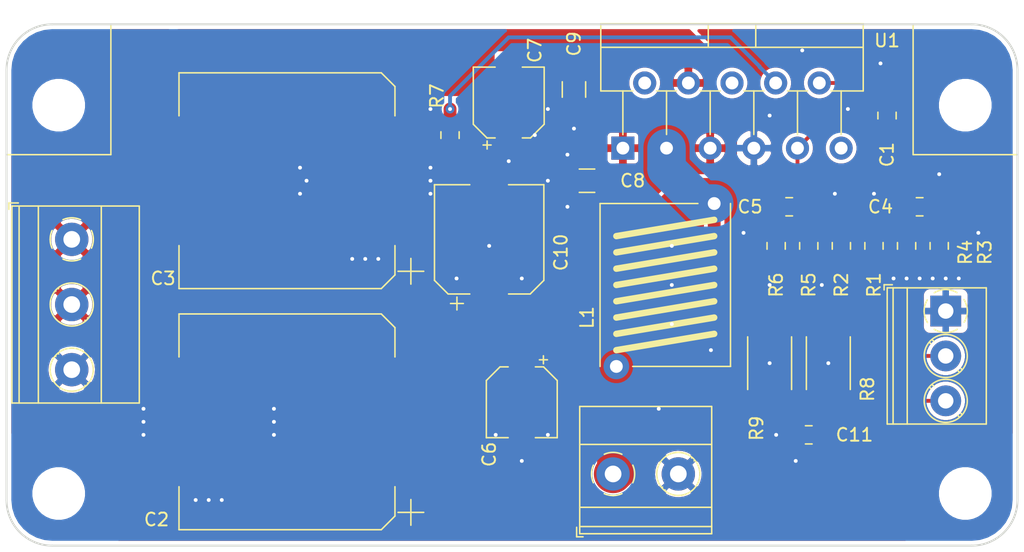
<source format=kicad_pcb>
(kicad_pcb (version 20171130) (host pcbnew "(5.1.6-0)")

  (general
    (thickness 1.6)
    (drawings 12)
    (tracks 120)
    (zones 0)
    (modules 29)
    (nets 17)
  )

  (page A4)
  (layers
    (0 F.Cu signal)
    (31 B.Cu signal)
    (32 B.Adhes user)
    (33 F.Adhes user)
    (34 B.Paste user)
    (35 F.Paste user)
    (36 B.SilkS user)
    (37 F.SilkS user)
    (38 B.Mask user)
    (39 F.Mask user)
    (40 Dwgs.User user)
    (41 Cmts.User user)
    (42 Eco1.User user)
    (43 Eco2.User user)
    (44 Edge.Cuts user)
    (45 Margin user)
    (46 B.CrtYd user)
    (47 F.CrtYd user)
    (48 B.Fab user)
    (49 F.Fab user hide)
  )

  (setup
    (last_trace_width 1)
    (user_trace_width 0.3)
    (user_trace_width 0.5)
    (user_trace_width 1)
    (user_trace_width 2)
    (user_trace_width 3)
    (user_trace_width 4)
    (user_trace_width 5)
    (trace_clearance 0.2)
    (zone_clearance 0.3)
    (zone_45_only no)
    (trace_min 0.2)
    (via_size 0.8)
    (via_drill 0.4)
    (via_min_size 0.4)
    (via_min_drill 0.3)
    (user_via 0.7 0.3)
    (uvia_size 0.3)
    (uvia_drill 0.1)
    (uvias_allowed no)
    (uvia_min_size 0.2)
    (uvia_min_drill 0.1)
    (edge_width 0.05)
    (segment_width 0.2)
    (pcb_text_width 0.3)
    (pcb_text_size 1.5 1.5)
    (mod_edge_width 0.12)
    (mod_text_size 1 1)
    (mod_text_width 0.15)
    (pad_size 7.8 9.6)
    (pad_drill 0)
    (pad_to_mask_clearance 0.05)
    (aux_axis_origin 0 0)
    (visible_elements FFFFFF7F)
    (pcbplotparams
      (layerselection 0x010fc_ffffffff)
      (usegerberextensions false)
      (usegerberattributes true)
      (usegerberadvancedattributes true)
      (creategerberjobfile true)
      (excludeedgelayer true)
      (linewidth 0.100000)
      (plotframeref false)
      (viasonmask false)
      (mode 1)
      (useauxorigin false)
      (hpglpennumber 1)
      (hpglpenspeed 20)
      (hpglpendiameter 15.000000)
      (psnegative false)
      (psa4output false)
      (plotreference true)
      (plotvalue true)
      (plotinvisibletext false)
      (padsonsilk false)
      (subtractmaskfromsilk false)
      (outputformat 1)
      (mirror false)
      (drillshape 1)
      (scaleselection 1)
      (outputdirectory ""))
  )

  (net 0 "")
  (net 1 GND)
  (net 2 VCC)
  (net 3 VEE)
  (net 4 "Net-(C4-Pad2)")
  (net 5 "Net-(C5-Pad1)")
  (net 6 "Net-(C11-Pad1)")
  (net 7 "Net-(U1-Pad11)")
  (net 8 "Net-(U1-Pad6)")
  (net 9 "Net-(U1-Pad2)")
  (net 10 /ICIN+)
  (net 11 /ICIN-)
  (net 12 /IN+)
  (net 13 /IN-)
  (net 14 /SIGOUT)
  (net 15 /MUTE)
  (net 16 "Net-(J2-Pad1)")

  (net_class Default "This is the default net class."
    (clearance 0.2)
    (trace_width 0.25)
    (via_dia 0.8)
    (via_drill 0.4)
    (uvia_dia 0.3)
    (uvia_drill 0.1)
    (add_net /ICIN+)
    (add_net /ICIN-)
    (add_net /IN+)
    (add_net /IN-)
    (add_net /MUTE)
    (add_net /SIGOUT)
    (add_net GND)
    (add_net "Net-(C11-Pad1)")
    (add_net "Net-(C4-Pad2)")
    (add_net "Net-(C5-Pad1)")
    (add_net "Net-(J2-Pad1)")
    (add_net "Net-(U1-Pad11)")
    (add_net "Net-(U1-Pad2)")
    (add_net "Net-(U1-Pad6)")
    (add_net VCC)
    (add_net VEE)
  )

  (module TerminalBlock_Phoenix:TerminalBlock_Phoenix_PT-1,5-3-3.5-H_1x03_P3.50mm_Horizontal (layer F.Cu) (tedit 5B294F3F) (tstamp 6421821F)
    (at 135.636 82.296 270)
    (descr "Terminal Block Phoenix PT-1,5-3-3.5-H, 3 pins, pitch 3.5mm, size 10.5x7.6mm^2, drill diamater 1.2mm, pad diameter 2.4mm, see , script-generated using https://github.com/pointhi/kicad-footprint-generator/scripts/TerminalBlock_Phoenix")
    (tags "THT Terminal Block Phoenix PT-1,5-3-3.5-H pitch 3.5mm size 10.5x7.6mm^2 drill 1.2mm pad 2.4mm")
    (path /642A87DC)
    (fp_text reference J1 (at 3.5 -4.16 90) (layer F.Fab)
      (effects (font (size 1 1) (thickness 0.15)))
    )
    (fp_text value IN (at 3.5 5.56 90) (layer F.Fab)
      (effects (font (size 1 1) (thickness 0.15)))
    )
    (fp_text user %R (at 3.5 2.4 90) (layer F.Fab)
      (effects (font (size 1 1) (thickness 0.15)))
    )
    (fp_arc (start 0 0) (end -0.866 1.44) (angle -32) (layer F.SilkS) (width 0.12))
    (fp_arc (start 0 0) (end -1.44 -0.866) (angle -63) (layer F.SilkS) (width 0.12))
    (fp_arc (start 0 0) (end 0.866 -1.44) (angle -63) (layer F.SilkS) (width 0.12))
    (fp_arc (start 0 0) (end 1.425 0.891) (angle -64) (layer F.SilkS) (width 0.12))
    (fp_arc (start 0 0) (end 0 1.68) (angle -32) (layer F.SilkS) (width 0.12))
    (fp_circle (center 0 0) (end 1.5 0) (layer F.Fab) (width 0.1))
    (fp_circle (center 3.5 0) (end 5 0) (layer F.Fab) (width 0.1))
    (fp_circle (center 3.5 0) (end 5.18 0) (layer F.SilkS) (width 0.12))
    (fp_circle (center 7 0) (end 8.5 0) (layer F.Fab) (width 0.1))
    (fp_circle (center 7 0) (end 8.68 0) (layer F.SilkS) (width 0.12))
    (fp_line (start -1.75 -3.1) (end 8.75 -3.1) (layer F.Fab) (width 0.1))
    (fp_line (start 8.75 -3.1) (end 8.75 4.5) (layer F.Fab) (width 0.1))
    (fp_line (start 8.75 4.5) (end -1.35 4.5) (layer F.Fab) (width 0.1))
    (fp_line (start -1.35 4.5) (end -1.75 4.1) (layer F.Fab) (width 0.1))
    (fp_line (start -1.75 4.1) (end -1.75 -3.1) (layer F.Fab) (width 0.1))
    (fp_line (start -1.75 4.1) (end 8.75 4.1) (layer F.Fab) (width 0.1))
    (fp_line (start -1.81 4.1) (end 8.81 4.1) (layer F.SilkS) (width 0.12))
    (fp_line (start -1.75 3) (end 8.75 3) (layer F.Fab) (width 0.1))
    (fp_line (start -1.81 3) (end 8.81 3) (layer F.SilkS) (width 0.12))
    (fp_line (start -1.81 -3.16) (end 8.81 -3.16) (layer F.SilkS) (width 0.12))
    (fp_line (start -1.81 4.56) (end 8.81 4.56) (layer F.SilkS) (width 0.12))
    (fp_line (start -1.81 -3.16) (end -1.81 4.56) (layer F.SilkS) (width 0.12))
    (fp_line (start 8.81 -3.16) (end 8.81 4.56) (layer F.SilkS) (width 0.12))
    (fp_line (start 1.138 -0.955) (end -0.955 1.138) (layer F.Fab) (width 0.1))
    (fp_line (start 0.955 -1.138) (end -1.138 0.955) (layer F.Fab) (width 0.1))
    (fp_line (start 4.638 -0.955) (end 2.546 1.138) (layer F.Fab) (width 0.1))
    (fp_line (start 4.455 -1.138) (end 2.363 0.955) (layer F.Fab) (width 0.1))
    (fp_line (start 4.775 -1.069) (end 4.646 -0.941) (layer F.SilkS) (width 0.12))
    (fp_line (start 2.525 1.181) (end 2.431 1.274) (layer F.SilkS) (width 0.12))
    (fp_line (start 4.57 -1.275) (end 4.476 -1.181) (layer F.SilkS) (width 0.12))
    (fp_line (start 2.355 0.941) (end 2.226 1.069) (layer F.SilkS) (width 0.12))
    (fp_line (start 8.138 -0.955) (end 6.046 1.138) (layer F.Fab) (width 0.1))
    (fp_line (start 7.955 -1.138) (end 5.863 0.955) (layer F.Fab) (width 0.1))
    (fp_line (start 8.275 -1.069) (end 8.146 -0.941) (layer F.SilkS) (width 0.12))
    (fp_line (start 6.025 1.181) (end 5.931 1.274) (layer F.SilkS) (width 0.12))
    (fp_line (start 8.07 -1.275) (end 7.976 -1.181) (layer F.SilkS) (width 0.12))
    (fp_line (start 5.855 0.941) (end 5.726 1.069) (layer F.SilkS) (width 0.12))
    (fp_line (start -2.05 4.16) (end -2.05 4.8) (layer F.SilkS) (width 0.12))
    (fp_line (start -2.05 4.8) (end -1.65 4.8) (layer F.SilkS) (width 0.12))
    (fp_line (start -2.25 -3.6) (end -2.25 5) (layer F.CrtYd) (width 0.05))
    (fp_line (start -2.25 5) (end 9.25 5) (layer F.CrtYd) (width 0.05))
    (fp_line (start 9.25 5) (end 9.25 -3.6) (layer F.CrtYd) (width 0.05))
    (fp_line (start 9.25 -3.6) (end -2.25 -3.6) (layer F.CrtYd) (width 0.05))
    (pad 3 thru_hole circle (at 7 0 270) (size 2.4 2.4) (drill 1.2) (layers *.Cu *.Mask)
      (net 13 /IN-))
    (pad 2 thru_hole circle (at 3.5 0 270) (size 2.4 2.4) (drill 1.2) (layers *.Cu *.Mask)
      (net 12 /IN+))
    (pad 1 thru_hole rect (at 0 0 270) (size 2.4 2.4) (drill 1.2) (layers *.Cu *.Mask)
      (net 1 GND))
    (model ${KISYS3DMOD}/TerminalBlock_Phoenix.3dshapes/TerminalBlock_Phoenix_PT-1,5-3-3.5-H_1x03_P3.50mm_Horizontal.wrl
      (at (xyz 0 0 0))
      (scale (xyz 1 1 1))
      (rotate (xyz 0 0 0))
    )
  )

  (module TerminalBlock_Phoenix:TerminalBlock_Phoenix_MKDS-1,5-3-5.08_1x03_P5.08mm_Horizontal-no1st (layer F.Cu) (tedit 6421DE5C) (tstamp 6421828E)
    (at 67.564 76.708 270)
    (descr "Terminal Block Phoenix MKDS-1,5-3-5.08, 3 pins, pitch 5.08mm, size 15.2x9.8mm^2, drill diamater 1.3mm, pad diameter 2.6mm, see http://www.farnell.com/datasheets/100425.pdf, script-generated using https://github.com/pointhi/kicad-footprint-generator/scripts/TerminalBlock_Phoenix")
    (tags "THT Terminal Block Phoenix MKDS-1,5-3-5.08 pitch 5.08mm size 15.2x9.8mm^2 drill 1.3mm pad 2.6mm")
    (path /642A8D81)
    (fp_text reference J3 (at 5.08 -6.26 90) (layer F.Fab)
      (effects (font (size 1 1) (thickness 0.15)))
    )
    (fp_text value POWER (at 5.08 5.66 90) (layer F.Fab)
      (effects (font (size 1 1) (thickness 0.15)))
    )
    (fp_line (start 13.21 -5.71) (end -3.04 -5.71) (layer F.CrtYd) (width 0.05))
    (fp_line (start 13.21 5.1) (end 13.21 -5.71) (layer F.CrtYd) (width 0.05))
    (fp_line (start -3.04 5.1) (end 13.21 5.1) (layer F.CrtYd) (width 0.05))
    (fp_line (start -3.04 -5.71) (end -3.04 5.1) (layer F.CrtYd) (width 0.05))
    (fp_line (start -2.84 4.9) (end -2.34 4.9) (layer F.SilkS) (width 0.12))
    (fp_line (start -2.84 4.16) (end -2.84 4.9) (layer F.SilkS) (width 0.12))
    (fp_line (start 8.933 1.023) (end 8.886 1.069) (layer F.SilkS) (width 0.12))
    (fp_line (start 11.23 -1.275) (end 11.195 -1.239) (layer F.SilkS) (width 0.12))
    (fp_line (start 9.126 1.239) (end 9.091 1.274) (layer F.SilkS) (width 0.12))
    (fp_line (start 11.435 -1.069) (end 11.388 -1.023) (layer F.SilkS) (width 0.12))
    (fp_line (start 11.115 -1.138) (end 9.023 0.955) (layer F.Fab) (width 0.1))
    (fp_line (start 11.298 -0.955) (end 9.206 1.138) (layer F.Fab) (width 0.1))
    (fp_line (start 3.853 1.023) (end 3.806 1.069) (layer F.SilkS) (width 0.12))
    (fp_line (start 6.15 -1.275) (end 6.115 -1.239) (layer F.SilkS) (width 0.12))
    (fp_line (start 4.046 1.239) (end 4.011 1.274) (layer F.SilkS) (width 0.12))
    (fp_line (start 6.355 -1.069) (end 6.308 -1.023) (layer F.SilkS) (width 0.12))
    (fp_line (start 6.035 -1.138) (end 3.943 0.955) (layer F.Fab) (width 0.1))
    (fp_line (start 6.218 -0.955) (end 4.126 1.138) (layer F.Fab) (width 0.1))
    (fp_line (start 0.955 -1.138) (end -1.138 0.955) (layer F.Fab) (width 0.1))
    (fp_line (start 1.138 -0.955) (end -0.955 1.138) (layer F.Fab) (width 0.1))
    (fp_line (start 12.76 -5.261) (end 12.76 4.66) (layer F.SilkS) (width 0.12))
    (fp_line (start -2.6 -5.261) (end -2.6 4.66) (layer F.SilkS) (width 0.12))
    (fp_line (start -2.6 4.66) (end 12.76 4.66) (layer F.SilkS) (width 0.12))
    (fp_line (start -2.6 -5.261) (end 12.76 -5.261) (layer F.SilkS) (width 0.12))
    (fp_line (start -2.6 -2.301) (end 12.76 -2.301) (layer F.SilkS) (width 0.12))
    (fp_line (start -2.54 -2.3) (end 12.7 -2.3) (layer F.Fab) (width 0.1))
    (fp_line (start -2.6 2.6) (end 12.76 2.6) (layer F.SilkS) (width 0.12))
    (fp_line (start -2.54 2.6) (end 12.7 2.6) (layer F.Fab) (width 0.1))
    (fp_line (start -2.6 4.1) (end 12.76 4.1) (layer F.SilkS) (width 0.12))
    (fp_line (start -2.54 4.1) (end 12.7 4.1) (layer F.Fab) (width 0.1))
    (fp_line (start -2.54 4.1) (end -2.54 -5.2) (layer F.Fab) (width 0.1))
    (fp_line (start -2.04 4.6) (end -2.54 4.1) (layer F.Fab) (width 0.1))
    (fp_line (start 12.7 4.6) (end -2.04 4.6) (layer F.Fab) (width 0.1))
    (fp_line (start 12.7 -5.2) (end 12.7 4.6) (layer F.Fab) (width 0.1))
    (fp_line (start -2.54 -5.2) (end 12.7 -5.2) (layer F.Fab) (width 0.1))
    (fp_circle (center 10.16 0) (end 11.84 0) (layer F.SilkS) (width 0.12))
    (fp_circle (center 10.16 0) (end 11.66 0) (layer F.Fab) (width 0.1))
    (fp_circle (center 5.08 0) (end 6.76 0) (layer F.SilkS) (width 0.12))
    (fp_circle (center 5.08 0) (end 6.58 0) (layer F.Fab) (width 0.1))
    (fp_circle (center 0 0) (end 1.5 0) (layer F.Fab) (width 0.1))
    (fp_text user %R (at 5.08 3.2 90) (layer F.Fab)
      (effects (font (size 1 1) (thickness 0.15)))
    )
    (fp_arc (start 0 0) (end -0.684 1.535) (angle -25) (layer F.SilkS) (width 0.12))
    (fp_arc (start 0 0) (end -1.535 -0.684) (angle -48) (layer F.SilkS) (width 0.12))
    (fp_arc (start 0 0) (end 0.684 -1.535) (angle -48) (layer F.SilkS) (width 0.12))
    (fp_arc (start 0 0) (end 1.535 0.684) (angle -48) (layer F.SilkS) (width 0.12))
    (fp_arc (start 0 0) (end 0 1.68) (angle -24) (layer F.SilkS) (width 0.12))
    (pad 3 thru_hole circle (at 10.16 0 270) (size 2.6 2.6) (drill 1.3) (layers *.Cu *.Mask)
      (net 1 GND))
    (pad 2 thru_hole circle (at 5.08 0 270) (size 2.6 2.6) (drill 1.3) (layers *.Cu *.Mask)
      (net 2 VCC))
    (pad 1 thru_hole circle (at 0 0 270) (size 2.6 2.6) (drill 1.3) (layers *.Cu *.Mask)
      (net 3 VEE))
    (model ${KISYS3DMOD}/TerminalBlock_Phoenix.3dshapes/TerminalBlock_Phoenix_MKDS-1,5-3-5.08_1x03_P5.08mm_Horizontal.wrl
      (at (xyz 0 0 0))
      (scale (xyz 1 1 1))
      (rotate (xyz 0 0 0))
    )
  )

  (module TerminalBlock_Phoenix:TerminalBlock_Phoenix_MKDS-1,5-2-5.08_1x02_P5.08mm_Horizontal-no1st (layer F.Cu) (tedit 6421DE24) (tstamp 6421824F)
    (at 109.728 94.996)
    (descr "Terminal Block Phoenix MKDS-1,5-2-5.08, 2 pins, pitch 5.08mm, size 10.2x9.8mm^2, drill diamater 1.3mm, pad diameter 2.6mm, see http://www.farnell.com/datasheets/100425.pdf, script-generated using https://github.com/pointhi/kicad-footprint-generator/scripts/TerminalBlock_Phoenix")
    (tags "THT Terminal Block Phoenix MKDS-1,5-2-5.08 pitch 5.08mm size 10.2x9.8mm^2 drill 1.3mm pad 2.6mm")
    (path /6428B1D4)
    (fp_text reference J2 (at 2.54 -6.26) (layer F.Fab)
      (effects (font (size 1 1) (thickness 0.15)))
    )
    (fp_text value OUT (at 2.54 5.66) (layer F.Fab)
      (effects (font (size 1 1) (thickness 0.15)))
    )
    (fp_line (start 8.13 -5.71) (end -3.04 -5.71) (layer F.CrtYd) (width 0.05))
    (fp_line (start 8.13 5.1) (end 8.13 -5.71) (layer F.CrtYd) (width 0.05))
    (fp_line (start -3.04 5.1) (end 8.13 5.1) (layer F.CrtYd) (width 0.05))
    (fp_line (start -3.04 -5.71) (end -3.04 5.1) (layer F.CrtYd) (width 0.05))
    (fp_line (start -2.84 4.9) (end -2.34 4.9) (layer F.SilkS) (width 0.12))
    (fp_line (start -2.84 4.16) (end -2.84 4.9) (layer F.SilkS) (width 0.12))
    (fp_line (start 3.853 1.023) (end 3.806 1.069) (layer F.SilkS) (width 0.12))
    (fp_line (start 6.15 -1.275) (end 6.115 -1.239) (layer F.SilkS) (width 0.12))
    (fp_line (start 4.046 1.239) (end 4.011 1.274) (layer F.SilkS) (width 0.12))
    (fp_line (start 6.355 -1.069) (end 6.308 -1.023) (layer F.SilkS) (width 0.12))
    (fp_line (start 6.035 -1.138) (end 3.943 0.955) (layer F.Fab) (width 0.1))
    (fp_line (start 6.218 -0.955) (end 4.126 1.138) (layer F.Fab) (width 0.1))
    (fp_line (start 0.955 -1.138) (end -1.138 0.955) (layer F.Fab) (width 0.1))
    (fp_line (start 1.138 -0.955) (end -0.955 1.138) (layer F.Fab) (width 0.1))
    (fp_line (start 7.68 -5.261) (end 7.68 4.66) (layer F.SilkS) (width 0.12))
    (fp_line (start -2.6 -5.261) (end -2.6 4.66) (layer F.SilkS) (width 0.12))
    (fp_line (start -2.6 4.66) (end 7.68 4.66) (layer F.SilkS) (width 0.12))
    (fp_line (start -2.6 -5.261) (end 7.68 -5.261) (layer F.SilkS) (width 0.12))
    (fp_line (start -2.6 -2.301) (end 7.68 -2.301) (layer F.SilkS) (width 0.12))
    (fp_line (start -2.54 -2.3) (end 7.62 -2.3) (layer F.Fab) (width 0.1))
    (fp_line (start -2.6 2.6) (end 7.68 2.6) (layer F.SilkS) (width 0.12))
    (fp_line (start -2.54 2.6) (end 7.62 2.6) (layer F.Fab) (width 0.1))
    (fp_line (start -2.6 4.1) (end 7.68 4.1) (layer F.SilkS) (width 0.12))
    (fp_line (start -2.54 4.1) (end 7.62 4.1) (layer F.Fab) (width 0.1))
    (fp_line (start -2.54 4.1) (end -2.54 -5.2) (layer F.Fab) (width 0.1))
    (fp_line (start -2.04 4.6) (end -2.54 4.1) (layer F.Fab) (width 0.1))
    (fp_line (start 7.62 4.6) (end -2.04 4.6) (layer F.Fab) (width 0.1))
    (fp_line (start 7.62 -5.2) (end 7.62 4.6) (layer F.Fab) (width 0.1))
    (fp_line (start -2.54 -5.2) (end 7.62 -5.2) (layer F.Fab) (width 0.1))
    (fp_circle (center 5.08 0) (end 6.76 0) (layer F.SilkS) (width 0.12))
    (fp_circle (center 5.08 0) (end 6.58 0) (layer F.Fab) (width 0.1))
    (fp_circle (center 0 0) (end 1.5 0) (layer F.Fab) (width 0.1))
    (fp_text user %R (at 2.54 3.2) (layer F.Fab)
      (effects (font (size 1 1) (thickness 0.15)))
    )
    (fp_arc (start 0 0) (end -0.684 1.535) (angle -25) (layer F.SilkS) (width 0.12))
    (fp_arc (start 0 0) (end -1.535 -0.684) (angle -48) (layer F.SilkS) (width 0.12))
    (fp_arc (start 0 0) (end 0.684 -1.535) (angle -48) (layer F.SilkS) (width 0.12))
    (fp_arc (start 0 0) (end 1.535 0.684) (angle -48) (layer F.SilkS) (width 0.12))
    (fp_arc (start 0 0) (end 0 1.68) (angle -24) (layer F.SilkS) (width 0.12))
    (pad 2 thru_hole circle (at 5.08 0) (size 2.6 2.6) (drill 1.3) (layers *.Cu *.Mask)
      (net 1 GND))
    (pad 1 thru_hole circle (at 0 0) (size 2.6 2.6) (drill 1.3) (layers *.Cu *.Mask)
      (net 16 "Net-(J2-Pad1)"))
    (model ${KISYS3DMOD}/TerminalBlock_Phoenix.3dshapes/TerminalBlock_Phoenix_MKDS-1,5-2-5.08_1x02_P5.08mm_Horizontal.wrl
      (at (xyz 0 0 0))
      (scale (xyz 1 1 1))
      (rotate (xyz 0 0 0))
    )
  )

  (module MountingHole:MountingHole_3.5mm (layer F.Cu) (tedit 56D1B4CB) (tstamp 6421E1E4)
    (at 137.16 96.52)
    (descr "Mounting Hole 3.5mm, no annular")
    (tags "mounting hole 3.5mm no annular")
    (path /64251057)
    (attr virtual)
    (fp_text reference H4 (at 0 -4.5) (layer F.Fab)
      (effects (font (size 1 1) (thickness 0.15)))
    )
    (fp_text value MountingHole (at 0 4.5) (layer F.Fab)
      (effects (font (size 1 1) (thickness 0.15)))
    )
    (fp_circle (center 0 0) (end 3.75 0) (layer F.CrtYd) (width 0.05))
    (fp_circle (center 0 0) (end 3.5 0) (layer Cmts.User) (width 0.15))
    (fp_text user %R (at 0.3 0) (layer F.Fab)
      (effects (font (size 1 1) (thickness 0.15)))
    )
    (pad 1 np_thru_hole circle (at 0 0) (size 3.5 3.5) (drill 3.5) (layers *.Cu *.Mask))
  )

  (module MountingHole:MountingHole_3.5mm (layer F.Cu) (tedit 56D1B4CB) (tstamp 6421E1DC)
    (at 137.16 66.248)
    (descr "Mounting Hole 3.5mm, no annular")
    (tags "mounting hole 3.5mm no annular")
    (path /64250F30)
    (attr virtual)
    (fp_text reference H3 (at 0 -4.5) (layer F.Fab)
      (effects (font (size 1 1) (thickness 0.15)))
    )
    (fp_text value MountingHole (at 0 4.5) (layer F.Fab)
      (effects (font (size 1 1) (thickness 0.15)))
    )
    (fp_circle (center 0 0) (end 3.75 0) (layer F.CrtYd) (width 0.05))
    (fp_circle (center 0 0) (end 3.5 0) (layer Cmts.User) (width 0.15))
    (fp_text user %R (at 0.3 0) (layer F.Fab)
      (effects (font (size 1 1) (thickness 0.15)))
    )
    (pad 1 np_thru_hole circle (at 0 0) (size 3.5 3.5) (drill 3.5) (layers *.Cu *.Mask))
  )

  (module MountingHole:MountingHole_3.5mm (layer F.Cu) (tedit 56D1B4CB) (tstamp 6421E1D4)
    (at 66.548 96.52)
    (descr "Mounting Hole 3.5mm, no annular")
    (tags "mounting hole 3.5mm no annular")
    (path /64250D81)
    (attr virtual)
    (fp_text reference H2 (at 0 -4.5) (layer F.Fab)
      (effects (font (size 1 1) (thickness 0.15)))
    )
    (fp_text value MountingHole (at 0 4.5) (layer F.Fab)
      (effects (font (size 1 1) (thickness 0.15)))
    )
    (fp_circle (center 0 0) (end 3.75 0) (layer F.CrtYd) (width 0.05))
    (fp_circle (center 0 0) (end 3.5 0) (layer Cmts.User) (width 0.15))
    (fp_text user %R (at 0.3 0) (layer F.Fab)
      (effects (font (size 1 1) (thickness 0.15)))
    )
    (pad 1 np_thru_hole circle (at 0 0) (size 3.5 3.5) (drill 3.5) (layers *.Cu *.Mask))
  )

  (module MountingHole:MountingHole_3.5mm (layer F.Cu) (tedit 56D1B4CB) (tstamp 6421E1CC)
    (at 66.548 66.248)
    (descr "Mounting Hole 3.5mm, no annular")
    (tags "mounting hole 3.5mm no annular")
    (path /6424CE59)
    (attr virtual)
    (fp_text reference H1 (at 0 -4.5) (layer F.Fab)
      (effects (font (size 1 1) (thickness 0.15)))
    )
    (fp_text value MountingHole (at 0 4.5) (layer F.Fab)
      (effects (font (size 1 1) (thickness 0.15)))
    )
    (fp_circle (center 0 0) (end 3.75 0) (layer F.CrtYd) (width 0.05))
    (fp_circle (center 0 0) (end 3.5 0) (layer Cmts.User) (width 0.15))
    (fp_text user %R (at 0.3 0) (layer F.Fab)
      (effects (font (size 1 1) (thickness 0.15)))
    )
    (pad 1 np_thru_hole circle (at 0 0) (size 3.5 3.5) (drill 3.5) (layers *.Cu *.Mask))
  )

  (module Inductor_THT:Inductor_DIY_flipped (layer F.Cu) (tedit 64213D11) (tstamp 6422E872)
    (at 113.792 80.264 270)
    (path /6428A048)
    (fp_text reference L1 (at 2.54 6.096 90) (layer F.SilkS)
      (effects (font (size 1 1) (thickness 0.15)))
    )
    (fp_text value 1uH (at 0 -6.35 90) (layer F.Fab)
      (effects (font (size 1 1) (thickness 0.15)))
    )
    (fp_line (start -6.35 -2.54) (end -6.35 5.08) (layer F.SilkS) (width 0.12))
    (fp_line (start -6.35 5.08) (end 6.35 5.08) (layer F.SilkS) (width 0.12))
    (fp_line (start 6.35 2.54) (end 6.35 -5.08) (layer F.SilkS) (width 0.12))
    (fp_line (start 6.35 -5.08) (end -6.35 -5.08) (layer F.SilkS) (width 0.12))
    (fp_line (start -3.81 -3.81) (end -2.54 3.81) (layer F.SilkS) (width 0.5))
    (fp_line (start -2.54 -3.81) (end -1.27 3.81) (layer F.SilkS) (width 0.5))
    (fp_line (start -1.27 -3.81) (end 0 3.81) (layer F.SilkS) (width 0.5))
    (fp_line (start 0 -3.81) (end 1.27 3.81) (layer F.SilkS) (width 0.5))
    (fp_line (start 1.27 -3.81) (end 2.54 3.81) (layer F.SilkS) (width 0.5))
    (fp_line (start 2.54 -3.81) (end 3.81 3.81) (layer F.SilkS) (width 0.5))
    (fp_line (start -5.08 -3.81) (end -3.81 3.81) (layer F.SilkS) (width 0.5))
    (fp_line (start 3.81 -3.81) (end 5.08 3.81) (layer F.SilkS) (width 0.5))
    (pad 2 thru_hole circle (at 6.35 3.81 270) (size 2 2) (drill 1) (layers *.Cu *.Mask)
      (net 16 "Net-(J2-Pad1)"))
    (pad 1 thru_hole circle (at -6.35 -3.81 270) (size 2 2) (drill 1) (layers *.Cu *.Mask)
      (net 14 /SIGOUT))
  )

  (module Resistor_SMD:R_2512_6332Metric (layer F.Cu) (tedit 5B301BBD) (tstamp 6422E974)
    (at 121.92 86.36 90)
    (descr "Resistor SMD 2512 (6332 Metric), square (rectangular) end terminal, IPC_7351 nominal, (Body size source: http://www.tortai-tech.com/upload/download/2011102023233369053.pdf), generated with kicad-footprint-generator")
    (tags resistor)
    (path /64288F87)
    (attr smd)
    (fp_text reference R9 (at -5.08 -1.016 90) (layer F.SilkS)
      (effects (font (size 1 1) (thickness 0.15)))
    )
    (fp_text value 10R (at 0 2.62 90) (layer F.Fab)
      (effects (font (size 1 1) (thickness 0.15)))
    )
    (fp_line (start -3.15 1.6) (end -3.15 -1.6) (layer F.Fab) (width 0.1))
    (fp_line (start -3.15 -1.6) (end 3.15 -1.6) (layer F.Fab) (width 0.1))
    (fp_line (start 3.15 -1.6) (end 3.15 1.6) (layer F.Fab) (width 0.1))
    (fp_line (start 3.15 1.6) (end -3.15 1.6) (layer F.Fab) (width 0.1))
    (fp_line (start -2.052064 -1.71) (end 2.052064 -1.71) (layer F.SilkS) (width 0.12))
    (fp_line (start -2.052064 1.71) (end 2.052064 1.71) (layer F.SilkS) (width 0.12))
    (fp_line (start -3.82 1.92) (end -3.82 -1.92) (layer F.CrtYd) (width 0.05))
    (fp_line (start -3.82 -1.92) (end 3.82 -1.92) (layer F.CrtYd) (width 0.05))
    (fp_line (start 3.82 -1.92) (end 3.82 1.92) (layer F.CrtYd) (width 0.05))
    (fp_line (start 3.82 1.92) (end -3.82 1.92) (layer F.CrtYd) (width 0.05))
    (fp_text user %R (at 0 0 90) (layer F.Fab)
      (effects (font (size 1 1) (thickness 0.15)))
    )
    (pad 2 smd roundrect (at 2.9 0 90) (size 1.35 3.35) (layers F.Cu F.Paste F.Mask) (roundrect_rratio 0.185185)
      (net 14 /SIGOUT))
    (pad 1 smd roundrect (at -2.9 0 90) (size 1.35 3.35) (layers F.Cu F.Paste F.Mask) (roundrect_rratio 0.185185)
      (net 16 "Net-(J2-Pad1)"))
    (model ${KISYS3DMOD}/Resistor_SMD.3dshapes/R_2512_6332Metric.wrl
      (at (xyz 0 0 0))
      (scale (xyz 1 1 1))
      (rotate (xyz 0 0 0))
    )
  )

  (module Resistor_SMD:R_2512_6332Metric (layer F.Cu) (tedit 5B301BBD) (tstamp 6422E963)
    (at 126.492 86.36 270)
    (descr "Resistor SMD 2512 (6332 Metric), square (rectangular) end terminal, IPC_7351 nominal, (Body size source: http://www.tortai-tech.com/upload/download/2011102023233369053.pdf), generated with kicad-footprint-generator")
    (tags resistor)
    (path /64287061)
    (attr smd)
    (fp_text reference R8 (at 2.032 -3.048 90) (layer F.SilkS)
      (effects (font (size 1 1) (thickness 0.15)))
    )
    (fp_text value 5.6R (at 0 2.62 90) (layer F.Fab)
      (effects (font (size 1 1) (thickness 0.15)))
    )
    (fp_line (start -3.15 1.6) (end -3.15 -1.6) (layer F.Fab) (width 0.1))
    (fp_line (start -3.15 -1.6) (end 3.15 -1.6) (layer F.Fab) (width 0.1))
    (fp_line (start 3.15 -1.6) (end 3.15 1.6) (layer F.Fab) (width 0.1))
    (fp_line (start 3.15 1.6) (end -3.15 1.6) (layer F.Fab) (width 0.1))
    (fp_line (start -2.052064 -1.71) (end 2.052064 -1.71) (layer F.SilkS) (width 0.12))
    (fp_line (start -2.052064 1.71) (end 2.052064 1.71) (layer F.SilkS) (width 0.12))
    (fp_line (start -3.82 1.92) (end -3.82 -1.92) (layer F.CrtYd) (width 0.05))
    (fp_line (start -3.82 -1.92) (end 3.82 -1.92) (layer F.CrtYd) (width 0.05))
    (fp_line (start 3.82 -1.92) (end 3.82 1.92) (layer F.CrtYd) (width 0.05))
    (fp_line (start 3.82 1.92) (end -3.82 1.92) (layer F.CrtYd) (width 0.05))
    (fp_text user %R (at 0 0 90) (layer F.Fab)
      (effects (font (size 1 1) (thickness 0.15)))
    )
    (pad 2 smd roundrect (at 2.9 0 270) (size 1.35 3.35) (layers F.Cu F.Paste F.Mask) (roundrect_rratio 0.185185)
      (net 6 "Net-(C11-Pad1)"))
    (pad 1 smd roundrect (at -2.9 0 270) (size 1.35 3.35) (layers F.Cu F.Paste F.Mask) (roundrect_rratio 0.185185)
      (net 14 /SIGOUT))
    (model ${KISYS3DMOD}/Resistor_SMD.3dshapes/R_2512_6332Metric.wrl
      (at (xyz 0 0 0))
      (scale (xyz 1 1 1))
      (rotate (xyz 0 0 0))
    )
  )

  (module Capacitor_SMD:C_1206_3216Metric (layer F.Cu) (tedit 5B301BBE) (tstamp 6421819F)
    (at 106.68 65.024 90)
    (descr "Capacitor SMD 1206 (3216 Metric), square (rectangular) end terminal, IPC_7351 nominal, (Body size source: http://www.tortai-tech.com/upload/download/2011102023233369053.pdf), generated with kicad-footprint-generator")
    (tags capacitor)
    (path /6424E137)
    (attr smd)
    (fp_text reference C9 (at 3.556 0 90) (layer F.SilkS)
      (effects (font (size 1 1) (thickness 0.15)))
    )
    (fp_text value 1u (at 0 1.82 90) (layer F.Fab)
      (effects (font (size 1 1) (thickness 0.15)))
    )
    (fp_line (start -1.6 0.8) (end -1.6 -0.8) (layer F.Fab) (width 0.1))
    (fp_line (start -1.6 -0.8) (end 1.6 -0.8) (layer F.Fab) (width 0.1))
    (fp_line (start 1.6 -0.8) (end 1.6 0.8) (layer F.Fab) (width 0.1))
    (fp_line (start 1.6 0.8) (end -1.6 0.8) (layer F.Fab) (width 0.1))
    (fp_line (start -0.602064 -0.91) (end 0.602064 -0.91) (layer F.SilkS) (width 0.12))
    (fp_line (start -0.602064 0.91) (end 0.602064 0.91) (layer F.SilkS) (width 0.12))
    (fp_line (start -2.28 1.12) (end -2.28 -1.12) (layer F.CrtYd) (width 0.05))
    (fp_line (start -2.28 -1.12) (end 2.28 -1.12) (layer F.CrtYd) (width 0.05))
    (fp_line (start 2.28 -1.12) (end 2.28 1.12) (layer F.CrtYd) (width 0.05))
    (fp_line (start 2.28 1.12) (end -2.28 1.12) (layer F.CrtYd) (width 0.05))
    (fp_text user %R (at 0 0 90) (layer F.Fab)
      (effects (font (size 0.8 0.8) (thickness 0.12)))
    )
    (pad 2 smd roundrect (at 1.4 0 90) (size 1.25 1.75) (layers F.Cu F.Paste F.Mask) (roundrect_rratio 0.2)
      (net 3 VEE))
    (pad 1 smd roundrect (at -1.4 0 90) (size 1.25 1.75) (layers F.Cu F.Paste F.Mask) (roundrect_rratio 0.2)
      (net 1 GND))
    (model ${KISYS3DMOD}/Capacitor_SMD.3dshapes/C_1206_3216Metric.wrl
      (at (xyz 0 0 0))
      (scale (xyz 1 1 1))
      (rotate (xyz 0 0 0))
    )
  )

  (module Capacitor_SMD:C_1206_3216Metric (layer F.Cu) (tedit 5B301BBE) (tstamp 6421818E)
    (at 107.696 72.136 180)
    (descr "Capacitor SMD 1206 (3216 Metric), square (rectangular) end terminal, IPC_7351 nominal, (Body size source: http://www.tortai-tech.com/upload/download/2011102023233369053.pdf), generated with kicad-footprint-generator")
    (tags capacitor)
    (path /6426E589)
    (attr smd)
    (fp_text reference C8 (at -3.556 0) (layer F.SilkS)
      (effects (font (size 1 1) (thickness 0.15)))
    )
    (fp_text value 1u (at 0 1.82) (layer F.Fab)
      (effects (font (size 1 1) (thickness 0.15)))
    )
    (fp_line (start -1.6 0.8) (end -1.6 -0.8) (layer F.Fab) (width 0.1))
    (fp_line (start -1.6 -0.8) (end 1.6 -0.8) (layer F.Fab) (width 0.1))
    (fp_line (start 1.6 -0.8) (end 1.6 0.8) (layer F.Fab) (width 0.1))
    (fp_line (start 1.6 0.8) (end -1.6 0.8) (layer F.Fab) (width 0.1))
    (fp_line (start -0.602064 -0.91) (end 0.602064 -0.91) (layer F.SilkS) (width 0.12))
    (fp_line (start -0.602064 0.91) (end 0.602064 0.91) (layer F.SilkS) (width 0.12))
    (fp_line (start -2.28 1.12) (end -2.28 -1.12) (layer F.CrtYd) (width 0.05))
    (fp_line (start -2.28 -1.12) (end 2.28 -1.12) (layer F.CrtYd) (width 0.05))
    (fp_line (start 2.28 -1.12) (end 2.28 1.12) (layer F.CrtYd) (width 0.05))
    (fp_line (start 2.28 1.12) (end -2.28 1.12) (layer F.CrtYd) (width 0.05))
    (fp_text user %R (at 0 0) (layer F.Fab)
      (effects (font (size 0.8 0.8) (thickness 0.12)))
    )
    (pad 2 smd roundrect (at 1.4 0 180) (size 1.25 1.75) (layers F.Cu F.Paste F.Mask) (roundrect_rratio 0.2)
      (net 1 GND))
    (pad 1 smd roundrect (at -1.4 0 180) (size 1.25 1.75) (layers F.Cu F.Paste F.Mask) (roundrect_rratio 0.2)
      (net 2 VCC))
    (model ${KISYS3DMOD}/Capacitor_SMD.3dshapes/C_1206_3216Metric.wrl
      (at (xyz 0 0 0))
      (scale (xyz 1 1 1))
      (rotate (xyz 0 0 0))
    )
  )

  (module Package_TO_SOT_THT:TO-220-11_P3.4x5.08mm_StaggerOdd_Lead4.85mm_Vertical (layer F.Cu) (tedit 64222E8D) (tstamp 64218338)
    (at 110.49 69.596)
    (descr "TO-220-11, Vertical, RM 1.7mm, staggered type-1, see http://www.st.com/resource/en/datasheet/tda7391lv.pdf")
    (tags "TO-220-11 Vertical RM 1.7mm staggered type-1")
    (path /64244B7B)
    (fp_text reference U1 (at 20.574 -8.382) (layer F.SilkS)
      (effects (font (size 1 1) (thickness 0.15)))
    )
    (fp_text value LM3886 (at 8.5 2.15) (layer F.Fab)
      (effects (font (size 1 1) (thickness 0.15)))
    )
    (fp_line (start -1.6 -9.58) (end -1.6 -4.58) (layer F.Fab) (width 0.1))
    (fp_line (start -1.6 -4.58) (end 18.6 -4.58) (layer F.Fab) (width 0.1))
    (fp_line (start 18.6 -4.58) (end 18.6 -9.58) (layer F.Fab) (width 0.1))
    (fp_line (start 18.6 -9.58) (end -1.6 -9.58) (layer F.Fab) (width 0.1))
    (fp_line (start -1.6 -7.98) (end 18.6 -7.98) (layer F.Fab) (width 0.1))
    (fp_line (start 6.65 -9.58) (end 6.65 -7.98) (layer F.Fab) (width 0.1))
    (fp_line (start 10.35 -9.58) (end 10.35 -7.98) (layer F.Fab) (width 0.1))
    (fp_line (start 0 -4.58) (end 0 0) (layer F.Fab) (width 0.1))
    (fp_line (start 3.4 -4.58) (end 3.4 0) (layer F.Fab) (width 0.1))
    (fp_line (start 6.8 -4.58) (end 6.8 0) (layer F.Fab) (width 0.1))
    (fp_line (start 10.2 -4.58) (end 10.2 0) (layer F.Fab) (width 0.1))
    (fp_line (start 13.6 -4.58) (end 13.6 0) (layer F.Fab) (width 0.1))
    (fp_line (start 17 -4.58) (end 17 0) (layer F.Fab) (width 0.1))
    (fp_line (start -1.72 -9.7) (end 18.72 -9.7) (layer F.SilkS) (width 0.12))
    (fp_line (start -1.72 -4.459) (end 0.776 -4.459) (layer F.SilkS) (width 0.12))
    (fp_line (start 2.625 -4.459) (end 4.176 -4.459) (layer F.SilkS) (width 0.12))
    (fp_line (start 6.025 -4.459) (end 7.576 -4.459) (layer F.SilkS) (width 0.12))
    (fp_line (start 9.425 -4.459) (end 10.976 -4.459) (layer F.SilkS) (width 0.12))
    (fp_line (start 12.825 -4.459) (end 14.376 -4.459) (layer F.SilkS) (width 0.12))
    (fp_line (start 16.225 -4.459) (end 18.72 -4.459) (layer F.SilkS) (width 0.12))
    (fp_line (start -1.72 -9.7) (end -1.72 -4.459) (layer F.SilkS) (width 0.12))
    (fp_line (start 18.72 -9.7) (end 18.72 -4.459) (layer F.SilkS) (width 0.12))
    (fp_line (start -1.72 -7.86) (end 18.72 -7.86) (layer F.SilkS) (width 0.12))
    (fp_line (start 6.65 -9.7) (end 6.65 -7.86) (layer F.SilkS) (width 0.12))
    (fp_line (start 10.35 -9.7) (end 10.35 -7.86) (layer F.SilkS) (width 0.12))
    (fp_line (start 0 -4.459) (end 0 -1.05) (layer F.SilkS) (width 0.12))
    (fp_line (start 3.4 -4.459) (end 3.4 -1.065) (layer F.SilkS) (width 0.12))
    (fp_line (start 6.8 -4.459) (end 6.8 -1.065) (layer F.SilkS) (width 0.12))
    (fp_line (start 10.2 -4.459) (end 10.2 -1.065) (layer F.SilkS) (width 0.12))
    (fp_line (start 13.6 -4.459) (end 13.6 -1.065) (layer F.SilkS) (width 0.12))
    (fp_line (start 17 -4.459) (end 17 -1.065) (layer F.SilkS) (width 0.12))
    (fp_line (start -1.85 -9.83) (end -1.85 1.16) (layer F.CrtYd) (width 0.05))
    (fp_line (start -1.85 1.16) (end 18.85 1.16) (layer F.CrtYd) (width 0.05))
    (fp_line (start 18.85 1.16) (end 18.85 -9.83) (layer F.CrtYd) (width 0.05))
    (fp_line (start 18.85 -9.83) (end -1.85 -9.83) (layer F.CrtYd) (width 0.05))
    (fp_text user %R (at 8.5 -10.7) (layer F.Fab)
      (effects (font (size 1 1) (thickness 0.15)))
    )
    (pad 11 thru_hole oval (at 17 0) (size 1.8 1.8) (drill 1) (layers *.Cu *.Mask)
      (net 7 "Net-(U1-Pad11)"))
    (pad 10 thru_hole oval (at 15.3 -5.08) (size 1.8 1.8) (drill 1) (layers *.Cu *.Mask)
      (net 10 /ICIN+))
    (pad 9 thru_hole oval (at 13.6 0) (size 1.8 1.8) (drill 1) (layers *.Cu *.Mask)
      (net 11 /ICIN-))
    (pad 8 thru_hole oval (at 11.9 -5.08) (size 1.8 1.8) (drill 1) (layers *.Cu *.Mask)
      (net 15 /MUTE))
    (pad 7 thru_hole oval (at 10.2 0) (size 1.8 1.8) (drill 1) (layers *.Cu *.Mask)
      (net 1 GND))
    (pad 6 thru_hole oval (at 8.5 -5.08) (size 1.8 1.8) (drill 1) (layers *.Cu *.Mask)
      (net 8 "Net-(U1-Pad6)"))
    (pad 5 thru_hole oval (at 6.8 0) (size 1.8 1.8) (drill 1) (layers *.Cu *.Mask)
      (net 2 VCC))
    (pad 4 thru_hole oval (at 5.1 -5.08) (size 1.8 1.8) (drill 1) (layers *.Cu *.Mask)
      (net 3 VEE))
    (pad 3 thru_hole oval (at 3.4 0) (size 1.8 1.8) (drill 1) (layers *.Cu *.Mask)
      (net 14 /SIGOUT))
    (pad 2 thru_hole oval (at 1.7 -5.08) (size 1.8 1.8) (drill 1) (layers *.Cu *.Mask)
      (net 9 "Net-(U1-Pad2)"))
    (pad 1 thru_hole rect (at 0 0) (size 1.8 1.8) (drill 1) (layers *.Cu *.Mask)
      (net 2 VCC))
    (model ${KISYS3DMOD}/Package_TO_SOT_THT.3dshapes/TO-220-11_P3.4x5.08mm_StaggerOdd_Lead4.85mm_Vertical.wrl
      (at (xyz 0 0 0))
      (scale (xyz 1 1 1))
      (rotate (xyz 0 0 0))
    )
  )

  (module Resistor_SMD:R_0805_2012Metric (layer F.Cu) (tedit 64222EB7) (tstamp 64218305)
    (at 97.028 68.58 90)
    (descr "Resistor SMD 0805 (2012 Metric), square (rectangular) end terminal, IPC_7351 nominal, (Body size source: https://docs.google.com/spreadsheets/d/1BsfQQcO9C6DZCsRaXUlFlo91Tg2WpOkGARC1WS5S8t0/edit?usp=sharing), generated with kicad-footprint-generator")
    (tags resistor)
    (path /6427FBED)
    (attr smd)
    (fp_text reference R7 (at 3.048 -1.016 90) (layer F.SilkS)
      (effects (font (size 1 1) (thickness 0.15)))
    )
    (fp_text value 20K (at 0 1.65 90) (layer F.Fab)
      (effects (font (size 1 1) (thickness 0.15)))
    )
    (fp_line (start -1 0.6) (end -1 -0.6) (layer F.Fab) (width 0.1))
    (fp_line (start -1 -0.6) (end 1 -0.6) (layer F.Fab) (width 0.1))
    (fp_line (start 1 -0.6) (end 1 0.6) (layer F.Fab) (width 0.1))
    (fp_line (start 1 0.6) (end -1 0.6) (layer F.Fab) (width 0.1))
    (fp_line (start -0.258578 -0.71) (end 0.258578 -0.71) (layer F.SilkS) (width 0.12))
    (fp_line (start -0.258578 0.71) (end 0.258578 0.71) (layer F.SilkS) (width 0.12))
    (fp_line (start -1.68 0.95) (end -1.68 -0.95) (layer F.CrtYd) (width 0.05))
    (fp_line (start -1.68 -0.95) (end 1.68 -0.95) (layer F.CrtYd) (width 0.05))
    (fp_line (start 1.68 -0.95) (end 1.68 0.95) (layer F.CrtYd) (width 0.05))
    (fp_line (start 1.68 0.95) (end -1.68 0.95) (layer F.CrtYd) (width 0.05))
    (fp_text user %R (at 0 0 90) (layer F.Fab)
      (effects (font (size 0.5 0.5) (thickness 0.08)))
    )
    (pad 2 smd roundrect (at 0.9375 0 90) (size 0.975 1.4) (layers F.Cu F.Paste F.Mask) (roundrect_rratio 0.25)
      (net 15 /MUTE))
    (pad 1 smd roundrect (at -0.9375 0 90) (size 0.975 1.4) (layers F.Cu F.Paste F.Mask) (roundrect_rratio 0.25)
      (net 3 VEE))
    (model ${KISYS3DMOD}/Resistor_SMD.3dshapes/R_0805_2012Metric.wrl
      (at (xyz 0 0 0))
      (scale (xyz 1 1 1))
      (rotate (xyz 0 0 0))
    )
  )

  (module Resistor_SMD:R_0805_2012Metric (layer F.Cu) (tedit 5B36C52B) (tstamp 642182F4)
    (at 122.428 77.216 90)
    (descr "Resistor SMD 0805 (2012 Metric), square (rectangular) end terminal, IPC_7351 nominal, (Body size source: https://docs.google.com/spreadsheets/d/1BsfQQcO9C6DZCsRaXUlFlo91Tg2WpOkGARC1WS5S8t0/edit?usp=sharing), generated with kicad-footprint-generator")
    (tags resistor)
    (path /64294656)
    (attr smd)
    (fp_text reference R6 (at -3.048 0 90) (layer F.SilkS)
      (effects (font (size 1 1) (thickness 0.15)))
    )
    (fp_text value 10K (at 0 1.65 90) (layer F.Fab)
      (effects (font (size 1 1) (thickness 0.15)))
    )
    (fp_line (start -1 0.6) (end -1 -0.6) (layer F.Fab) (width 0.1))
    (fp_line (start -1 -0.6) (end 1 -0.6) (layer F.Fab) (width 0.1))
    (fp_line (start 1 -0.6) (end 1 0.6) (layer F.Fab) (width 0.1))
    (fp_line (start 1 0.6) (end -1 0.6) (layer F.Fab) (width 0.1))
    (fp_line (start -0.258578 -0.71) (end 0.258578 -0.71) (layer F.SilkS) (width 0.12))
    (fp_line (start -0.258578 0.71) (end 0.258578 0.71) (layer F.SilkS) (width 0.12))
    (fp_line (start -1.68 0.95) (end -1.68 -0.95) (layer F.CrtYd) (width 0.05))
    (fp_line (start -1.68 -0.95) (end 1.68 -0.95) (layer F.CrtYd) (width 0.05))
    (fp_line (start 1.68 -0.95) (end 1.68 0.95) (layer F.CrtYd) (width 0.05))
    (fp_line (start 1.68 0.95) (end -1.68 0.95) (layer F.CrtYd) (width 0.05))
    (fp_text user %R (at 0 0 90) (layer F.Fab)
      (effects (font (size 0.5 0.5) (thickness 0.08)))
    )
    (pad 2 smd roundrect (at 0.9375 0 90) (size 0.975 1.4) (layers F.Cu F.Paste F.Mask) (roundrect_rratio 0.25)
      (net 5 "Net-(C5-Pad1)"))
    (pad 1 smd roundrect (at -0.9375 0 90) (size 0.975 1.4) (layers F.Cu F.Paste F.Mask) (roundrect_rratio 0.25)
      (net 14 /SIGOUT))
    (model ${KISYS3DMOD}/Resistor_SMD.3dshapes/R_0805_2012Metric.wrl
      (at (xyz 0 0 0))
      (scale (xyz 1 1 1))
      (rotate (xyz 0 0 0))
    )
  )

  (module Resistor_SMD:R_0805_2012Metric (layer F.Cu) (tedit 5B36C52B) (tstamp 642182E3)
    (at 124.968 77.216 90)
    (descr "Resistor SMD 0805 (2012 Metric), square (rectangular) end terminal, IPC_7351 nominal, (Body size source: https://docs.google.com/spreadsheets/d/1BsfQQcO9C6DZCsRaXUlFlo91Tg2WpOkGARC1WS5S8t0/edit?usp=sharing), generated with kicad-footprint-generator")
    (tags resistor)
    (path /642485FF)
    (attr smd)
    (fp_text reference R5 (at -3.048 0 90) (layer F.SilkS)
      (effects (font (size 1 1) (thickness 0.15)))
    )
    (fp_text value 10K (at 0 1.65 90) (layer F.Fab)
      (effects (font (size 1 1) (thickness 0.15)))
    )
    (fp_line (start -1 0.6) (end -1 -0.6) (layer F.Fab) (width 0.1))
    (fp_line (start -1 -0.6) (end 1 -0.6) (layer F.Fab) (width 0.1))
    (fp_line (start 1 -0.6) (end 1 0.6) (layer F.Fab) (width 0.1))
    (fp_line (start 1 0.6) (end -1 0.6) (layer F.Fab) (width 0.1))
    (fp_line (start -0.258578 -0.71) (end 0.258578 -0.71) (layer F.SilkS) (width 0.12))
    (fp_line (start -0.258578 0.71) (end 0.258578 0.71) (layer F.SilkS) (width 0.12))
    (fp_line (start -1.68 0.95) (end -1.68 -0.95) (layer F.CrtYd) (width 0.05))
    (fp_line (start -1.68 -0.95) (end 1.68 -0.95) (layer F.CrtYd) (width 0.05))
    (fp_line (start 1.68 -0.95) (end 1.68 0.95) (layer F.CrtYd) (width 0.05))
    (fp_line (start 1.68 0.95) (end -1.68 0.95) (layer F.CrtYd) (width 0.05))
    (fp_text user %R (at 0 0 90) (layer F.Fab)
      (effects (font (size 0.5 0.5) (thickness 0.08)))
    )
    (pad 2 smd roundrect (at 0.9375 0 90) (size 0.975 1.4) (layers F.Cu F.Paste F.Mask) (roundrect_rratio 0.25)
      (net 11 /ICIN-))
    (pad 1 smd roundrect (at -0.9375 0 90) (size 0.975 1.4) (layers F.Cu F.Paste F.Mask) (roundrect_rratio 0.25)
      (net 14 /SIGOUT))
    (model ${KISYS3DMOD}/Resistor_SMD.3dshapes/R_0805_2012Metric.wrl
      (at (xyz 0 0 0))
      (scale (xyz 1 1 1))
      (rotate (xyz 0 0 0))
    )
  )

  (module Resistor_SMD:R_0805_2012Metric (layer F.Cu) (tedit 5B36C52B) (tstamp 642182D2)
    (at 132.588 77.216 90)
    (descr "Resistor SMD 0805 (2012 Metric), square (rectangular) end terminal, IPC_7351 nominal, (Body size source: https://docs.google.com/spreadsheets/d/1BsfQQcO9C6DZCsRaXUlFlo91Tg2WpOkGARC1WS5S8t0/edit?usp=sharing), generated with kicad-footprint-generator")
    (tags resistor)
    (path /642450E5)
    (attr smd)
    (fp_text reference R4 (at -0.508 4.572 90) (layer F.SilkS)
      (effects (font (size 1 1) (thickness 0.15)))
    )
    (fp_text value 10K (at 0 1.65 90) (layer F.Fab)
      (effects (font (size 1 1) (thickness 0.15)))
    )
    (fp_line (start -1 0.6) (end -1 -0.6) (layer F.Fab) (width 0.1))
    (fp_line (start -1 -0.6) (end 1 -0.6) (layer F.Fab) (width 0.1))
    (fp_line (start 1 -0.6) (end 1 0.6) (layer F.Fab) (width 0.1))
    (fp_line (start 1 0.6) (end -1 0.6) (layer F.Fab) (width 0.1))
    (fp_line (start -0.258578 -0.71) (end 0.258578 -0.71) (layer F.SilkS) (width 0.12))
    (fp_line (start -0.258578 0.71) (end 0.258578 0.71) (layer F.SilkS) (width 0.12))
    (fp_line (start -1.68 0.95) (end -1.68 -0.95) (layer F.CrtYd) (width 0.05))
    (fp_line (start -1.68 -0.95) (end 1.68 -0.95) (layer F.CrtYd) (width 0.05))
    (fp_line (start 1.68 -0.95) (end 1.68 0.95) (layer F.CrtYd) (width 0.05))
    (fp_line (start 1.68 0.95) (end -1.68 0.95) (layer F.CrtYd) (width 0.05))
    (fp_text user %R (at 0 0 90) (layer F.Fab)
      (effects (font (size 0.5 0.5) (thickness 0.08)))
    )
    (pad 2 smd roundrect (at 0.9375 0 90) (size 0.975 1.4) (layers F.Cu F.Paste F.Mask) (roundrect_rratio 0.25)
      (net 10 /ICIN+))
    (pad 1 smd roundrect (at -0.9375 0 90) (size 0.975 1.4) (layers F.Cu F.Paste F.Mask) (roundrect_rratio 0.25)
      (net 1 GND))
    (model ${KISYS3DMOD}/Resistor_SMD.3dshapes/R_0805_2012Metric.wrl
      (at (xyz 0 0 0))
      (scale (xyz 1 1 1))
      (rotate (xyz 0 0 0))
    )
  )

  (module Resistor_SMD:R_0805_2012Metric (layer F.Cu) (tedit 5B36C52B) (tstamp 642182C1)
    (at 135.128 77.216 90)
    (descr "Resistor SMD 0805 (2012 Metric), square (rectangular) end terminal, IPC_7351 nominal, (Body size source: https://docs.google.com/spreadsheets/d/1BsfQQcO9C6DZCsRaXUlFlo91Tg2WpOkGARC1WS5S8t0/edit?usp=sharing), generated with kicad-footprint-generator")
    (tags resistor)
    (path /642939E4)
    (attr smd)
    (fp_text reference R3 (at -0.508 3.556 90) (layer F.SilkS)
      (effects (font (size 1 1) (thickness 0.15)))
    )
    (fp_text value 10K (at 0 1.65 90) (layer F.Fab)
      (effects (font (size 1 1) (thickness 0.15)))
    )
    (fp_line (start -1 0.6) (end -1 -0.6) (layer F.Fab) (width 0.1))
    (fp_line (start -1 -0.6) (end 1 -0.6) (layer F.Fab) (width 0.1))
    (fp_line (start 1 -0.6) (end 1 0.6) (layer F.Fab) (width 0.1))
    (fp_line (start 1 0.6) (end -1 0.6) (layer F.Fab) (width 0.1))
    (fp_line (start -0.258578 -0.71) (end 0.258578 -0.71) (layer F.SilkS) (width 0.12))
    (fp_line (start -0.258578 0.71) (end 0.258578 0.71) (layer F.SilkS) (width 0.12))
    (fp_line (start -1.68 0.95) (end -1.68 -0.95) (layer F.CrtYd) (width 0.05))
    (fp_line (start -1.68 -0.95) (end 1.68 -0.95) (layer F.CrtYd) (width 0.05))
    (fp_line (start 1.68 -0.95) (end 1.68 0.95) (layer F.CrtYd) (width 0.05))
    (fp_line (start 1.68 0.95) (end -1.68 0.95) (layer F.CrtYd) (width 0.05))
    (fp_text user %R (at 0 0 90) (layer F.Fab)
      (effects (font (size 0.5 0.5) (thickness 0.08)))
    )
    (pad 2 smd roundrect (at 0.9375 0 90) (size 0.975 1.4) (layers F.Cu F.Paste F.Mask) (roundrect_rratio 0.25)
      (net 4 "Net-(C4-Pad2)"))
    (pad 1 smd roundrect (at -0.9375 0 90) (size 0.975 1.4) (layers F.Cu F.Paste F.Mask) (roundrect_rratio 0.25)
      (net 1 GND))
    (model ${KISYS3DMOD}/Resistor_SMD.3dshapes/R_0805_2012Metric.wrl
      (at (xyz 0 0 0))
      (scale (xyz 1 1 1))
      (rotate (xyz 0 0 0))
    )
  )

  (module Resistor_SMD:R_0805_2012Metric (layer F.Cu) (tedit 5B36C52B) (tstamp 642182B0)
    (at 127.508 77.216 270)
    (descr "Resistor SMD 0805 (2012 Metric), square (rectangular) end terminal, IPC_7351 nominal, (Body size source: https://docs.google.com/spreadsheets/d/1BsfQQcO9C6DZCsRaXUlFlo91Tg2WpOkGARC1WS5S8t0/edit?usp=sharing), generated with kicad-footprint-generator")
    (tags resistor)
    (path /642741AD)
    (attr smd)
    (fp_text reference R2 (at 3.048 0 90) (layer F.SilkS)
      (effects (font (size 1 1) (thickness 0.15)))
    )
    (fp_text value 1K (at 0 1.65 90) (layer F.Fab)
      (effects (font (size 1 1) (thickness 0.15)))
    )
    (fp_line (start -1 0.6) (end -1 -0.6) (layer F.Fab) (width 0.1))
    (fp_line (start -1 -0.6) (end 1 -0.6) (layer F.Fab) (width 0.1))
    (fp_line (start 1 -0.6) (end 1 0.6) (layer F.Fab) (width 0.1))
    (fp_line (start 1 0.6) (end -1 0.6) (layer F.Fab) (width 0.1))
    (fp_line (start -0.258578 -0.71) (end 0.258578 -0.71) (layer F.SilkS) (width 0.12))
    (fp_line (start -0.258578 0.71) (end 0.258578 0.71) (layer F.SilkS) (width 0.12))
    (fp_line (start -1.68 0.95) (end -1.68 -0.95) (layer F.CrtYd) (width 0.05))
    (fp_line (start -1.68 -0.95) (end 1.68 -0.95) (layer F.CrtYd) (width 0.05))
    (fp_line (start 1.68 -0.95) (end 1.68 0.95) (layer F.CrtYd) (width 0.05))
    (fp_line (start 1.68 0.95) (end -1.68 0.95) (layer F.CrtYd) (width 0.05))
    (fp_text user %R (at 0 0 90) (layer F.Fab)
      (effects (font (size 0.5 0.5) (thickness 0.08)))
    )
    (pad 2 smd roundrect (at 0.9375 0 270) (size 0.975 1.4) (layers F.Cu F.Paste F.Mask) (roundrect_rratio 0.25)
      (net 13 /IN-))
    (pad 1 smd roundrect (at -0.9375 0 270) (size 0.975 1.4) (layers F.Cu F.Paste F.Mask) (roundrect_rratio 0.25)
      (net 11 /ICIN-))
    (model ${KISYS3DMOD}/Resistor_SMD.3dshapes/R_0805_2012Metric.wrl
      (at (xyz 0 0 0))
      (scale (xyz 1 1 1))
      (rotate (xyz 0 0 0))
    )
  )

  (module Resistor_SMD:R_0805_2012Metric (layer F.Cu) (tedit 5B36C52B) (tstamp 6421829F)
    (at 130.048 77.216 270)
    (descr "Resistor SMD 0805 (2012 Metric), square (rectangular) end terminal, IPC_7351 nominal, (Body size source: https://docs.google.com/spreadsheets/d/1BsfQQcO9C6DZCsRaXUlFlo91Tg2WpOkGARC1WS5S8t0/edit?usp=sharing), generated with kicad-footprint-generator")
    (tags resistor)
    (path /64273004)
    (attr smd)
    (fp_text reference R1 (at 3.048 0 90) (layer F.SilkS)
      (effects (font (size 1 1) (thickness 0.15)))
    )
    (fp_text value 1K (at 0 1.65 90) (layer F.Fab)
      (effects (font (size 1 1) (thickness 0.15)))
    )
    (fp_line (start -1 0.6) (end -1 -0.6) (layer F.Fab) (width 0.1))
    (fp_line (start -1 -0.6) (end 1 -0.6) (layer F.Fab) (width 0.1))
    (fp_line (start 1 -0.6) (end 1 0.6) (layer F.Fab) (width 0.1))
    (fp_line (start 1 0.6) (end -1 0.6) (layer F.Fab) (width 0.1))
    (fp_line (start -0.258578 -0.71) (end 0.258578 -0.71) (layer F.SilkS) (width 0.12))
    (fp_line (start -0.258578 0.71) (end 0.258578 0.71) (layer F.SilkS) (width 0.12))
    (fp_line (start -1.68 0.95) (end -1.68 -0.95) (layer F.CrtYd) (width 0.05))
    (fp_line (start -1.68 -0.95) (end 1.68 -0.95) (layer F.CrtYd) (width 0.05))
    (fp_line (start 1.68 -0.95) (end 1.68 0.95) (layer F.CrtYd) (width 0.05))
    (fp_line (start 1.68 0.95) (end -1.68 0.95) (layer F.CrtYd) (width 0.05))
    (fp_text user %R (at 0 0 90) (layer F.Fab)
      (effects (font (size 0.5 0.5) (thickness 0.08)))
    )
    (pad 2 smd roundrect (at 0.9375 0 270) (size 0.975 1.4) (layers F.Cu F.Paste F.Mask) (roundrect_rratio 0.25)
      (net 12 /IN+))
    (pad 1 smd roundrect (at -0.9375 0 270) (size 0.975 1.4) (layers F.Cu F.Paste F.Mask) (roundrect_rratio 0.25)
      (net 10 /ICIN+))
    (model ${KISYS3DMOD}/Resistor_SMD.3dshapes/R_0805_2012Metric.wrl
      (at (xyz 0 0 0))
      (scale (xyz 1 1 1))
      (rotate (xyz 0 0 0))
    )
  )

  (module Capacitor_SMD:C_0805_2012Metric (layer F.Cu) (tedit 5B36C52B) (tstamp 642181D8)
    (at 124.968 91.948 180)
    (descr "Capacitor SMD 0805 (2012 Metric), square (rectangular) end terminal, IPC_7351 nominal, (Body size source: https://docs.google.com/spreadsheets/d/1BsfQQcO9C6DZCsRaXUlFlo91Tg2WpOkGARC1WS5S8t0/edit?usp=sharing), generated with kicad-footprint-generator")
    (tags capacitor)
    (path /64288129)
    (attr smd)
    (fp_text reference C11 (at -3.556 0) (layer F.SilkS)
      (effects (font (size 1 1) (thickness 0.15)))
    )
    (fp_text value 100n (at 0 1.65) (layer F.Fab)
      (effects (font (size 1 1) (thickness 0.15)))
    )
    (fp_line (start -1 0.6) (end -1 -0.6) (layer F.Fab) (width 0.1))
    (fp_line (start -1 -0.6) (end 1 -0.6) (layer F.Fab) (width 0.1))
    (fp_line (start 1 -0.6) (end 1 0.6) (layer F.Fab) (width 0.1))
    (fp_line (start 1 0.6) (end -1 0.6) (layer F.Fab) (width 0.1))
    (fp_line (start -0.258578 -0.71) (end 0.258578 -0.71) (layer F.SilkS) (width 0.12))
    (fp_line (start -0.258578 0.71) (end 0.258578 0.71) (layer F.SilkS) (width 0.12))
    (fp_line (start -1.68 0.95) (end -1.68 -0.95) (layer F.CrtYd) (width 0.05))
    (fp_line (start -1.68 -0.95) (end 1.68 -0.95) (layer F.CrtYd) (width 0.05))
    (fp_line (start 1.68 -0.95) (end 1.68 0.95) (layer F.CrtYd) (width 0.05))
    (fp_line (start 1.68 0.95) (end -1.68 0.95) (layer F.CrtYd) (width 0.05))
    (fp_text user %R (at 0 0) (layer F.Fab)
      (effects (font (size 0.5 0.5) (thickness 0.08)))
    )
    (pad 2 smd roundrect (at 0.9375 0 180) (size 0.975 1.4) (layers F.Cu F.Paste F.Mask) (roundrect_rratio 0.25)
      (net 1 GND))
    (pad 1 smd roundrect (at -0.9375 0 180) (size 0.975 1.4) (layers F.Cu F.Paste F.Mask) (roundrect_rratio 0.25)
      (net 6 "Net-(C11-Pad1)"))
    (model ${KISYS3DMOD}/Capacitor_SMD.3dshapes/C_0805_2012Metric.wrl
      (at (xyz 0 0 0))
      (scale (xyz 1 1 1))
      (rotate (xyz 0 0 0))
    )
  )

  (module Capacitor_SMD:CP_Elec_8x10 (layer F.Cu) (tedit 5BCA39D0) (tstamp 642181C7)
    (at 100.076 76.708 90)
    (descr "SMD capacitor, aluminum electrolytic, Nichicon, 8.0x10mm")
    (tags "capacitor electrolytic")
    (path /6428517D)
    (attr smd)
    (fp_text reference C10 (at -1.016 5.588 90) (layer F.SilkS)
      (effects (font (size 1 1) (thickness 0.15)))
    )
    (fp_text value 100u (at 0 5.2 90) (layer F.Fab)
      (effects (font (size 1 1) (thickness 0.15)))
    )
    (fp_circle (center 0 0) (end 4 0) (layer F.Fab) (width 0.1))
    (fp_line (start 4.15 -4.15) (end 4.15 4.15) (layer F.Fab) (width 0.1))
    (fp_line (start -3.15 -4.15) (end 4.15 -4.15) (layer F.Fab) (width 0.1))
    (fp_line (start -3.15 4.15) (end 4.15 4.15) (layer F.Fab) (width 0.1))
    (fp_line (start -4.15 -3.15) (end -4.15 3.15) (layer F.Fab) (width 0.1))
    (fp_line (start -4.15 -3.15) (end -3.15 -4.15) (layer F.Fab) (width 0.1))
    (fp_line (start -4.15 3.15) (end -3.15 4.15) (layer F.Fab) (width 0.1))
    (fp_line (start -3.562278 -1.5) (end -2.762278 -1.5) (layer F.Fab) (width 0.1))
    (fp_line (start -3.162278 -1.9) (end -3.162278 -1.1) (layer F.Fab) (width 0.1))
    (fp_line (start 4.26 4.26) (end 4.26 1.51) (layer F.SilkS) (width 0.12))
    (fp_line (start 4.26 -4.26) (end 4.26 -1.51) (layer F.SilkS) (width 0.12))
    (fp_line (start -3.195563 -4.26) (end 4.26 -4.26) (layer F.SilkS) (width 0.12))
    (fp_line (start -3.195563 4.26) (end 4.26 4.26) (layer F.SilkS) (width 0.12))
    (fp_line (start -4.26 3.195563) (end -4.26 1.51) (layer F.SilkS) (width 0.12))
    (fp_line (start -4.26 -3.195563) (end -4.26 -1.51) (layer F.SilkS) (width 0.12))
    (fp_line (start -4.26 -3.195563) (end -3.195563 -4.26) (layer F.SilkS) (width 0.12))
    (fp_line (start -4.26 3.195563) (end -3.195563 4.26) (layer F.SilkS) (width 0.12))
    (fp_line (start -5.5 -2.51) (end -4.5 -2.51) (layer F.SilkS) (width 0.12))
    (fp_line (start -5 -3.01) (end -5 -2.01) (layer F.SilkS) (width 0.12))
    (fp_line (start 4.4 -4.4) (end 4.4 -1.5) (layer F.CrtYd) (width 0.05))
    (fp_line (start 4.4 -1.5) (end 5.25 -1.5) (layer F.CrtYd) (width 0.05))
    (fp_line (start 5.25 -1.5) (end 5.25 1.5) (layer F.CrtYd) (width 0.05))
    (fp_line (start 5.25 1.5) (end 4.4 1.5) (layer F.CrtYd) (width 0.05))
    (fp_line (start 4.4 1.5) (end 4.4 4.4) (layer F.CrtYd) (width 0.05))
    (fp_line (start -3.25 4.4) (end 4.4 4.4) (layer F.CrtYd) (width 0.05))
    (fp_line (start -3.25 -4.4) (end 4.4 -4.4) (layer F.CrtYd) (width 0.05))
    (fp_line (start -4.4 3.25) (end -3.25 4.4) (layer F.CrtYd) (width 0.05))
    (fp_line (start -4.4 -3.25) (end -3.25 -4.4) (layer F.CrtYd) (width 0.05))
    (fp_line (start -4.4 -3.25) (end -4.4 -1.5) (layer F.CrtYd) (width 0.05))
    (fp_line (start -4.4 1.5) (end -4.4 3.25) (layer F.CrtYd) (width 0.05))
    (fp_line (start -4.4 -1.5) (end -5.25 -1.5) (layer F.CrtYd) (width 0.05))
    (fp_line (start -5.25 -1.5) (end -5.25 1.5) (layer F.CrtYd) (width 0.05))
    (fp_line (start -5.25 1.5) (end -4.4 1.5) (layer F.CrtYd) (width 0.05))
    (fp_text user %R (at 0 0 90) (layer F.Fab)
      (effects (font (size 1 1) (thickness 0.15)))
    )
    (pad 2 smd roundrect (at 3.25 0 90) (size 3.5 2.5) (layers F.Cu F.Paste F.Mask) (roundrect_rratio 0.1)
      (net 3 VEE))
    (pad 1 smd roundrect (at -3.25 0 90) (size 3.5 2.5) (layers F.Cu F.Paste F.Mask) (roundrect_rratio 0.1)
      (net 1 GND))
    (model ${KISYS3DMOD}/Capacitor_SMD.3dshapes/CP_Elec_8x10.wrl
      (at (xyz 0 0 0))
      (scale (xyz 1 1 1))
      (rotate (xyz 0 0 0))
    )
  )

  (module Capacitor_SMD:CP_Elec_5x5.3 (layer F.Cu) (tedit 5BCA39CF) (tstamp 6421817D)
    (at 101.6 66.04 90)
    (descr "SMD capacitor, aluminum electrolytic, Nichicon, 5.0x5.3mm")
    (tags "capacitor electrolytic")
    (path /6425106A)
    (attr smd)
    (fp_text reference C7 (at 4.064 2.032 90) (layer F.SilkS)
      (effects (font (size 1 1) (thickness 0.15)))
    )
    (fp_text value 10u (at 0 3.7 90) (layer F.Fab)
      (effects (font (size 1 1) (thickness 0.15)))
    )
    (fp_circle (center 0 0) (end 2.5 0) (layer F.Fab) (width 0.1))
    (fp_line (start 2.65 -2.65) (end 2.65 2.65) (layer F.Fab) (width 0.1))
    (fp_line (start -1.65 -2.65) (end 2.65 -2.65) (layer F.Fab) (width 0.1))
    (fp_line (start -1.65 2.65) (end 2.65 2.65) (layer F.Fab) (width 0.1))
    (fp_line (start -2.65 -1.65) (end -2.65 1.65) (layer F.Fab) (width 0.1))
    (fp_line (start -2.65 -1.65) (end -1.65 -2.65) (layer F.Fab) (width 0.1))
    (fp_line (start -2.65 1.65) (end -1.65 2.65) (layer F.Fab) (width 0.1))
    (fp_line (start -2.033956 -1.2) (end -1.533956 -1.2) (layer F.Fab) (width 0.1))
    (fp_line (start -1.783956 -1.45) (end -1.783956 -0.95) (layer F.Fab) (width 0.1))
    (fp_line (start 2.76 2.76) (end 2.76 1.06) (layer F.SilkS) (width 0.12))
    (fp_line (start 2.76 -2.76) (end 2.76 -1.06) (layer F.SilkS) (width 0.12))
    (fp_line (start -1.695563 -2.76) (end 2.76 -2.76) (layer F.SilkS) (width 0.12))
    (fp_line (start -1.695563 2.76) (end 2.76 2.76) (layer F.SilkS) (width 0.12))
    (fp_line (start -2.76 1.695563) (end -2.76 1.06) (layer F.SilkS) (width 0.12))
    (fp_line (start -2.76 -1.695563) (end -2.76 -1.06) (layer F.SilkS) (width 0.12))
    (fp_line (start -2.76 -1.695563) (end -1.695563 -2.76) (layer F.SilkS) (width 0.12))
    (fp_line (start -2.76 1.695563) (end -1.695563 2.76) (layer F.SilkS) (width 0.12))
    (fp_line (start -3.625 -1.685) (end -3 -1.685) (layer F.SilkS) (width 0.12))
    (fp_line (start -3.3125 -1.9975) (end -3.3125 -1.3725) (layer F.SilkS) (width 0.12))
    (fp_line (start 2.9 -2.9) (end 2.9 -1.05) (layer F.CrtYd) (width 0.05))
    (fp_line (start 2.9 -1.05) (end 3.95 -1.05) (layer F.CrtYd) (width 0.05))
    (fp_line (start 3.95 -1.05) (end 3.95 1.05) (layer F.CrtYd) (width 0.05))
    (fp_line (start 3.95 1.05) (end 2.9 1.05) (layer F.CrtYd) (width 0.05))
    (fp_line (start 2.9 1.05) (end 2.9 2.9) (layer F.CrtYd) (width 0.05))
    (fp_line (start -1.75 2.9) (end 2.9 2.9) (layer F.CrtYd) (width 0.05))
    (fp_line (start -1.75 -2.9) (end 2.9 -2.9) (layer F.CrtYd) (width 0.05))
    (fp_line (start -2.9 1.75) (end -1.75 2.9) (layer F.CrtYd) (width 0.05))
    (fp_line (start -2.9 -1.75) (end -1.75 -2.9) (layer F.CrtYd) (width 0.05))
    (fp_line (start -2.9 -1.75) (end -2.9 -1.05) (layer F.CrtYd) (width 0.05))
    (fp_line (start -2.9 1.05) (end -2.9 1.75) (layer F.CrtYd) (width 0.05))
    (fp_line (start -2.9 -1.05) (end -3.95 -1.05) (layer F.CrtYd) (width 0.05))
    (fp_line (start -3.95 -1.05) (end -3.95 1.05) (layer F.CrtYd) (width 0.05))
    (fp_line (start -3.95 1.05) (end -2.9 1.05) (layer F.CrtYd) (width 0.05))
    (fp_text user %R (at 0 0 90) (layer F.Fab)
      (effects (font (size 1 1) (thickness 0.15)))
    )
    (pad 2 smd roundrect (at 2.2 0 90) (size 3 1.6) (layers F.Cu F.Paste F.Mask) (roundrect_rratio 0.15625)
      (net 3 VEE))
    (pad 1 smd roundrect (at -2.2 0 90) (size 3 1.6) (layers F.Cu F.Paste F.Mask) (roundrect_rratio 0.15625)
      (net 1 GND))
    (model ${KISYS3DMOD}/Capacitor_SMD.3dshapes/CP_Elec_5x5.3.wrl
      (at (xyz 0 0 0))
      (scale (xyz 1 1 1))
      (rotate (xyz 0 0 0))
    )
  )

  (module Capacitor_SMD:CP_Elec_5x5.3 (layer F.Cu) (tedit 5BCA39CF) (tstamp 64218155)
    (at 102.616 89.408 270)
    (descr "SMD capacitor, aluminum electrolytic, Nichicon, 5.0x5.3mm")
    (tags "capacitor electrolytic")
    (path /6426F225)
    (attr smd)
    (fp_text reference C6 (at 4.064 2.54 90) (layer F.SilkS)
      (effects (font (size 1 1) (thickness 0.15)))
    )
    (fp_text value 10u (at 0 3.7 90) (layer F.Fab)
      (effects (font (size 1 1) (thickness 0.15)))
    )
    (fp_circle (center 0 0) (end 2.5 0) (layer F.Fab) (width 0.1))
    (fp_line (start 2.65 -2.65) (end 2.65 2.65) (layer F.Fab) (width 0.1))
    (fp_line (start -1.65 -2.65) (end 2.65 -2.65) (layer F.Fab) (width 0.1))
    (fp_line (start -1.65 2.65) (end 2.65 2.65) (layer F.Fab) (width 0.1))
    (fp_line (start -2.65 -1.65) (end -2.65 1.65) (layer F.Fab) (width 0.1))
    (fp_line (start -2.65 -1.65) (end -1.65 -2.65) (layer F.Fab) (width 0.1))
    (fp_line (start -2.65 1.65) (end -1.65 2.65) (layer F.Fab) (width 0.1))
    (fp_line (start -2.033956 -1.2) (end -1.533956 -1.2) (layer F.Fab) (width 0.1))
    (fp_line (start -1.783956 -1.45) (end -1.783956 -0.95) (layer F.Fab) (width 0.1))
    (fp_line (start 2.76 2.76) (end 2.76 1.06) (layer F.SilkS) (width 0.12))
    (fp_line (start 2.76 -2.76) (end 2.76 -1.06) (layer F.SilkS) (width 0.12))
    (fp_line (start -1.695563 -2.76) (end 2.76 -2.76) (layer F.SilkS) (width 0.12))
    (fp_line (start -1.695563 2.76) (end 2.76 2.76) (layer F.SilkS) (width 0.12))
    (fp_line (start -2.76 1.695563) (end -2.76 1.06) (layer F.SilkS) (width 0.12))
    (fp_line (start -2.76 -1.695563) (end -2.76 -1.06) (layer F.SilkS) (width 0.12))
    (fp_line (start -2.76 -1.695563) (end -1.695563 -2.76) (layer F.SilkS) (width 0.12))
    (fp_line (start -2.76 1.695563) (end -1.695563 2.76) (layer F.SilkS) (width 0.12))
    (fp_line (start -3.625 -1.685) (end -3 -1.685) (layer F.SilkS) (width 0.12))
    (fp_line (start -3.3125 -1.9975) (end -3.3125 -1.3725) (layer F.SilkS) (width 0.12))
    (fp_line (start 2.9 -2.9) (end 2.9 -1.05) (layer F.CrtYd) (width 0.05))
    (fp_line (start 2.9 -1.05) (end 3.95 -1.05) (layer F.CrtYd) (width 0.05))
    (fp_line (start 3.95 -1.05) (end 3.95 1.05) (layer F.CrtYd) (width 0.05))
    (fp_line (start 3.95 1.05) (end 2.9 1.05) (layer F.CrtYd) (width 0.05))
    (fp_line (start 2.9 1.05) (end 2.9 2.9) (layer F.CrtYd) (width 0.05))
    (fp_line (start -1.75 2.9) (end 2.9 2.9) (layer F.CrtYd) (width 0.05))
    (fp_line (start -1.75 -2.9) (end 2.9 -2.9) (layer F.CrtYd) (width 0.05))
    (fp_line (start -2.9 1.75) (end -1.75 2.9) (layer F.CrtYd) (width 0.05))
    (fp_line (start -2.9 -1.75) (end -1.75 -2.9) (layer F.CrtYd) (width 0.05))
    (fp_line (start -2.9 -1.75) (end -2.9 -1.05) (layer F.CrtYd) (width 0.05))
    (fp_line (start -2.9 1.05) (end -2.9 1.75) (layer F.CrtYd) (width 0.05))
    (fp_line (start -2.9 -1.05) (end -3.95 -1.05) (layer F.CrtYd) (width 0.05))
    (fp_line (start -3.95 -1.05) (end -3.95 1.05) (layer F.CrtYd) (width 0.05))
    (fp_line (start -3.95 1.05) (end -2.9 1.05) (layer F.CrtYd) (width 0.05))
    (fp_text user %R (at 0 0 90) (layer F.Fab)
      (effects (font (size 1 1) (thickness 0.15)))
    )
    (pad 2 smd roundrect (at 2.2 0 270) (size 3 1.6) (layers F.Cu F.Paste F.Mask) (roundrect_rratio 0.15625)
      (net 1 GND))
    (pad 1 smd roundrect (at -2.2 0 270) (size 3 1.6) (layers F.Cu F.Paste F.Mask) (roundrect_rratio 0.15625)
      (net 2 VCC))
    (model ${KISYS3DMOD}/Capacitor_SMD.3dshapes/CP_Elec_5x5.3.wrl
      (at (xyz 0 0 0))
      (scale (xyz 1 1 1))
      (rotate (xyz 0 0 0))
    )
  )

  (module Capacitor_SMD:C_0805_2012Metric (layer F.Cu) (tedit 5B36C52B) (tstamp 6421812D)
    (at 123.444 74.168)
    (descr "Capacitor SMD 0805 (2012 Metric), square (rectangular) end terminal, IPC_7351 nominal, (Body size source: https://docs.google.com/spreadsheets/d/1BsfQQcO9C6DZCsRaXUlFlo91Tg2WpOkGARC1WS5S8t0/edit?usp=sharing), generated with kicad-footprint-generator")
    (tags capacitor)
    (path /64294BF0)
    (attr smd)
    (fp_text reference C5 (at -3.048 0) (layer F.SilkS)
      (effects (font (size 1 1) (thickness 0.15)))
    )
    (fp_text value 33p (at 0 1.65) (layer F.Fab)
      (effects (font (size 1 1) (thickness 0.15)))
    )
    (fp_line (start -1 0.6) (end -1 -0.6) (layer F.Fab) (width 0.1))
    (fp_line (start -1 -0.6) (end 1 -0.6) (layer F.Fab) (width 0.1))
    (fp_line (start 1 -0.6) (end 1 0.6) (layer F.Fab) (width 0.1))
    (fp_line (start 1 0.6) (end -1 0.6) (layer F.Fab) (width 0.1))
    (fp_line (start -0.258578 -0.71) (end 0.258578 -0.71) (layer F.SilkS) (width 0.12))
    (fp_line (start -0.258578 0.71) (end 0.258578 0.71) (layer F.SilkS) (width 0.12))
    (fp_line (start -1.68 0.95) (end -1.68 -0.95) (layer F.CrtYd) (width 0.05))
    (fp_line (start -1.68 -0.95) (end 1.68 -0.95) (layer F.CrtYd) (width 0.05))
    (fp_line (start 1.68 -0.95) (end 1.68 0.95) (layer F.CrtYd) (width 0.05))
    (fp_line (start 1.68 0.95) (end -1.68 0.95) (layer F.CrtYd) (width 0.05))
    (fp_text user %R (at 0 0) (layer F.Fab)
      (effects (font (size 0.5 0.5) (thickness 0.08)))
    )
    (pad 2 smd roundrect (at 0.9375 0) (size 0.975 1.4) (layers F.Cu F.Paste F.Mask) (roundrect_rratio 0.25)
      (net 11 /ICIN-))
    (pad 1 smd roundrect (at -0.9375 0) (size 0.975 1.4) (layers F.Cu F.Paste F.Mask) (roundrect_rratio 0.25)
      (net 5 "Net-(C5-Pad1)"))
    (model ${KISYS3DMOD}/Capacitor_SMD.3dshapes/C_0805_2012Metric.wrl
      (at (xyz 0 0 0))
      (scale (xyz 1 1 1))
      (rotate (xyz 0 0 0))
    )
  )

  (module Capacitor_SMD:C_0805_2012Metric (layer F.Cu) (tedit 5B36C52B) (tstamp 6421811C)
    (at 133.604 74.168)
    (descr "Capacitor SMD 0805 (2012 Metric), square (rectangular) end terminal, IPC_7351 nominal, (Body size source: https://docs.google.com/spreadsheets/d/1BsfQQcO9C6DZCsRaXUlFlo91Tg2WpOkGARC1WS5S8t0/edit?usp=sharing), generated with kicad-footprint-generator")
    (tags capacitor)
    (path /64293C36)
    (attr smd)
    (fp_text reference C4 (at -3.048 0) (layer F.SilkS)
      (effects (font (size 1 1) (thickness 0.15)))
    )
    (fp_text value 33p (at 0 1.65) (layer F.Fab)
      (effects (font (size 1 1) (thickness 0.15)))
    )
    (fp_line (start -1 0.6) (end -1 -0.6) (layer F.Fab) (width 0.1))
    (fp_line (start -1 -0.6) (end 1 -0.6) (layer F.Fab) (width 0.1))
    (fp_line (start 1 -0.6) (end 1 0.6) (layer F.Fab) (width 0.1))
    (fp_line (start 1 0.6) (end -1 0.6) (layer F.Fab) (width 0.1))
    (fp_line (start -0.258578 -0.71) (end 0.258578 -0.71) (layer F.SilkS) (width 0.12))
    (fp_line (start -0.258578 0.71) (end 0.258578 0.71) (layer F.SilkS) (width 0.12))
    (fp_line (start -1.68 0.95) (end -1.68 -0.95) (layer F.CrtYd) (width 0.05))
    (fp_line (start -1.68 -0.95) (end 1.68 -0.95) (layer F.CrtYd) (width 0.05))
    (fp_line (start 1.68 -0.95) (end 1.68 0.95) (layer F.CrtYd) (width 0.05))
    (fp_line (start 1.68 0.95) (end -1.68 0.95) (layer F.CrtYd) (width 0.05))
    (fp_text user %R (at 0 0) (layer F.Fab)
      (effects (font (size 0.5 0.5) (thickness 0.08)))
    )
    (pad 2 smd roundrect (at 0.9375 0) (size 0.975 1.4) (layers F.Cu F.Paste F.Mask) (roundrect_rratio 0.25)
      (net 4 "Net-(C4-Pad2)"))
    (pad 1 smd roundrect (at -0.9375 0) (size 0.975 1.4) (layers F.Cu F.Paste F.Mask) (roundrect_rratio 0.25)
      (net 10 /ICIN+))
    (model ${KISYS3DMOD}/Capacitor_SMD.3dshapes/C_0805_2012Metric.wrl
      (at (xyz 0 0 0))
      (scale (xyz 1 1 1))
      (rotate (xyz 0 0 0))
    )
  )

  (module Capacitor_SMD:CP_Elec_16x17.5 (layer F.Cu) (tedit 642231B8) (tstamp 6421810B)
    (at 84.328 72.136 180)
    (descr "SMD capacitor, aluminum electrolytic, Vishay 1616, 16.0x17.5mm, http://www.vishay.com/docs/28395/150crz.pdf")
    (tags "capacitor electrolytic")
    (path /64258E86)
    (attr smd)
    (fp_text reference C3 (at 9.652 -7.62) (layer F.SilkS)
      (effects (font (size 1 1) (thickness 0.15)))
    )
    (fp_text value 1000u (at 0 9.35) (layer F.Fab)
      (effects (font (size 1 1) (thickness 0.15)))
    )
    (fp_circle (center 0 0) (end 8 0) (layer F.Fab) (width 0.1))
    (fp_line (start 8.3 -8.3) (end 8.3 8.3) (layer F.Fab) (width 0.1))
    (fp_line (start -7.3 -8.3) (end 8.3 -8.3) (layer F.Fab) (width 0.1))
    (fp_line (start -7.3 8.3) (end 8.3 8.3) (layer F.Fab) (width 0.1))
    (fp_line (start -8.3 -7.3) (end -8.3 7.3) (layer F.Fab) (width 0.1))
    (fp_line (start -8.3 -7.3) (end -7.3 -8.3) (layer F.Fab) (width 0.1))
    (fp_line (start -8.3 7.3) (end -7.3 8.3) (layer F.Fab) (width 0.1))
    (fp_line (start -7.517142 -2.3) (end -5.917142 -2.3) (layer F.Fab) (width 0.1))
    (fp_line (start -6.717142 -3.1) (end -6.717142 -1.5) (layer F.Fab) (width 0.1))
    (fp_line (start 8.41 8.41) (end 8.41 5.06) (layer F.SilkS) (width 0.12))
    (fp_line (start 8.41 -8.41) (end 8.41 -5.06) (layer F.SilkS) (width 0.12))
    (fp_line (start -7.345563 -8.41) (end 8.41 -8.41) (layer F.SilkS) (width 0.12))
    (fp_line (start -7.345563 8.41) (end 8.41 8.41) (layer F.SilkS) (width 0.12))
    (fp_line (start -8.41 7.345563) (end -8.41 5.06) (layer F.SilkS) (width 0.12))
    (fp_line (start -8.41 -7.345563) (end -8.41 -5.06) (layer F.SilkS) (width 0.12))
    (fp_line (start -8.41 -7.345563) (end -7.345563 -8.41) (layer F.SilkS) (width 0.12))
    (fp_line (start -8.41 7.345563) (end -7.345563 8.41) (layer F.SilkS) (width 0.12))
    (fp_line (start -10.65 -7.06) (end -8.65 -7.06) (layer F.SilkS) (width 0.12))
    (fp_line (start -9.65 -8.06) (end -9.65 -6.06) (layer F.SilkS) (width 0.12))
    (fp_line (start 8.55 -8.55) (end 8.55 -5.05) (layer F.CrtYd) (width 0.05))
    (fp_line (start 8.55 -5.05) (end 10.4 -5.05) (layer F.CrtYd) (width 0.05))
    (fp_line (start 10.4 -5.05) (end 10.4 5.05) (layer F.CrtYd) (width 0.05))
    (fp_line (start 10.4 5.05) (end 8.55 5.05) (layer F.CrtYd) (width 0.05))
    (fp_line (start 8.55 5.05) (end 8.55 8.55) (layer F.CrtYd) (width 0.05))
    (fp_line (start -7.4 8.55) (end 8.55 8.55) (layer F.CrtYd) (width 0.05))
    (fp_line (start -7.4 -8.55) (end 8.55 -8.55) (layer F.CrtYd) (width 0.05))
    (fp_line (start -8.55 7.4) (end -7.4 8.55) (layer F.CrtYd) (width 0.05))
    (fp_line (start -8.55 -7.4) (end -7.4 -8.55) (layer F.CrtYd) (width 0.05))
    (fp_line (start -8.55 -7.4) (end -8.55 -5.05) (layer F.CrtYd) (width 0.05))
    (fp_line (start -8.55 5.05) (end -8.55 7.4) (layer F.CrtYd) (width 0.05))
    (fp_line (start -8.55 -5.05) (end -10.4 -5.05) (layer F.CrtYd) (width 0.05))
    (fp_line (start -10.4 -5.05) (end -10.4 5.05) (layer F.CrtYd) (width 0.05))
    (fp_line (start -10.4 5.05) (end -8.55 5.05) (layer F.CrtYd) (width 0.05))
    (fp_text user %R (at 0 0) (layer F.Fab)
      (effects (font (size 1 1) (thickness 0.15)))
    )
    (pad 2 smd roundrect (at 6.25 0 180) (size 7.8 9.6) (layers F.Cu F.Paste F.Mask) (roundrect_rratio 0.032)
      (net 3 VEE) (zone_connect 2))
    (pad 1 smd roundrect (at -6.25 0 180) (size 7.8 9.6) (layers F.Cu F.Paste F.Mask) (roundrect_rratio 0.032051)
      (net 1 GND))
    (model ${KISYS3DMOD}/Capacitor_SMD.3dshapes/CP_Elec_16x17.5.wrl
      (at (xyz 0 0 0))
      (scale (xyz 1 1 1))
      (rotate (xyz 0 0 0))
    )
  )

  (module Capacitor_SMD:CP_Elec_16x17.5 (layer F.Cu) (tedit 6422313D) (tstamp 642180E3)
    (at 84.328 90.932 180)
    (descr "SMD capacitor, aluminum electrolytic, Vishay 1616, 16.0x17.5mm, http://www.vishay.com/docs/28395/150crz.pdf")
    (tags "capacitor electrolytic")
    (path /6426F957)
    (attr smd)
    (fp_text reference C2 (at 10.16 -7.62) (layer F.SilkS)
      (effects (font (size 1 1) (thickness 0.15)))
    )
    (fp_text value 1000u (at 0 9.35) (layer F.Fab)
      (effects (font (size 1 1) (thickness 0.15)))
    )
    (fp_circle (center 0 0) (end 8 0) (layer F.Fab) (width 0.1))
    (fp_line (start 8.3 -8.3) (end 8.3 8.3) (layer F.Fab) (width 0.1))
    (fp_line (start -7.3 -8.3) (end 8.3 -8.3) (layer F.Fab) (width 0.1))
    (fp_line (start -7.3 8.3) (end 8.3 8.3) (layer F.Fab) (width 0.1))
    (fp_line (start -8.3 -7.3) (end -8.3 7.3) (layer F.Fab) (width 0.1))
    (fp_line (start -8.3 -7.3) (end -7.3 -8.3) (layer F.Fab) (width 0.1))
    (fp_line (start -8.3 7.3) (end -7.3 8.3) (layer F.Fab) (width 0.1))
    (fp_line (start -7.517142 -2.3) (end -5.917142 -2.3) (layer F.Fab) (width 0.1))
    (fp_line (start -6.717142 -3.1) (end -6.717142 -1.5) (layer F.Fab) (width 0.1))
    (fp_line (start 8.41 8.41) (end 8.41 5.06) (layer F.SilkS) (width 0.12))
    (fp_line (start 8.41 -8.41) (end 8.41 -5.06) (layer F.SilkS) (width 0.12))
    (fp_line (start -7.345563 -8.41) (end 8.41 -8.41) (layer F.SilkS) (width 0.12))
    (fp_line (start -7.345563 8.41) (end 8.41 8.41) (layer F.SilkS) (width 0.12))
    (fp_line (start -8.41 7.345563) (end -8.41 5.06) (layer F.SilkS) (width 0.12))
    (fp_line (start -8.41 -7.345563) (end -8.41 -5.06) (layer F.SilkS) (width 0.12))
    (fp_line (start -8.41 -7.345563) (end -7.345563 -8.41) (layer F.SilkS) (width 0.12))
    (fp_line (start -8.41 7.345563) (end -7.345563 8.41) (layer F.SilkS) (width 0.12))
    (fp_line (start -10.65 -7.06) (end -8.65 -7.06) (layer F.SilkS) (width 0.12))
    (fp_line (start -9.65 -8.06) (end -9.65 -6.06) (layer F.SilkS) (width 0.12))
    (fp_line (start 8.55 -8.55) (end 8.55 -5.05) (layer F.CrtYd) (width 0.05))
    (fp_line (start 8.55 -5.05) (end 10.4 -5.05) (layer F.CrtYd) (width 0.05))
    (fp_line (start 10.4 -5.05) (end 10.4 5.05) (layer F.CrtYd) (width 0.05))
    (fp_line (start 10.4 5.05) (end 8.55 5.05) (layer F.CrtYd) (width 0.05))
    (fp_line (start 8.55 5.05) (end 8.55 8.55) (layer F.CrtYd) (width 0.05))
    (fp_line (start -7.4 8.55) (end 8.55 8.55) (layer F.CrtYd) (width 0.05))
    (fp_line (start -7.4 -8.55) (end 8.55 -8.55) (layer F.CrtYd) (width 0.05))
    (fp_line (start -8.55 7.4) (end -7.4 8.55) (layer F.CrtYd) (width 0.05))
    (fp_line (start -8.55 -7.4) (end -7.4 -8.55) (layer F.CrtYd) (width 0.05))
    (fp_line (start -8.55 -7.4) (end -8.55 -5.05) (layer F.CrtYd) (width 0.05))
    (fp_line (start -8.55 5.05) (end -8.55 7.4) (layer F.CrtYd) (width 0.05))
    (fp_line (start -8.55 -5.05) (end -10.4 -5.05) (layer F.CrtYd) (width 0.05))
    (fp_line (start -10.4 -5.05) (end -10.4 5.05) (layer F.CrtYd) (width 0.05))
    (fp_line (start -10.4 5.05) (end -8.55 5.05) (layer F.CrtYd) (width 0.05))
    (fp_text user %R (at 0 0) (layer F.Fab)
      (effects (font (size 1 1) (thickness 0.15)))
    )
    (pad 2 smd roundrect (at 6.25 0 180) (size 7.8 9.6) (layers F.Cu F.Paste F.Mask) (roundrect_rratio 0.032051)
      (net 1 GND))
    (pad 1 smd roundrect (at -6.25 0 180) (size 7.8 9.6) (layers F.Cu F.Paste F.Mask) (roundrect_rratio 0.032)
      (net 2 VCC) (zone_connect 2))
    (model ${KISYS3DMOD}/Capacitor_SMD.3dshapes/CP_Elec_16x17.5.wrl
      (at (xyz 0 0 0))
      (scale (xyz 1 1 1))
      (rotate (xyz 0 0 0))
    )
  )

  (module Capacitor_SMD:C_0805_2012Metric (layer F.Cu) (tedit 5B36C52B) (tstamp 642180BB)
    (at 131.064 67.056 90)
    (descr "Capacitor SMD 0805 (2012 Metric), square (rectangular) end terminal, IPC_7351 nominal, (Body size source: https://docs.google.com/spreadsheets/d/1BsfQQcO9C6DZCsRaXUlFlo91Tg2WpOkGARC1WS5S8t0/edit?usp=sharing), generated with kicad-footprint-generator")
    (tags capacitor)
    (path /64299815)
    (attr smd)
    (fp_text reference C1 (at -3.048 0 90) (layer F.SilkS)
      (effects (font (size 1 1) (thickness 0.15)))
    )
    (fp_text value 180p (at 0 1.65 90) (layer F.Fab)
      (effects (font (size 1 1) (thickness 0.15)))
    )
    (fp_line (start -1 0.6) (end -1 -0.6) (layer F.Fab) (width 0.1))
    (fp_line (start -1 -0.6) (end 1 -0.6) (layer F.Fab) (width 0.1))
    (fp_line (start 1 -0.6) (end 1 0.6) (layer F.Fab) (width 0.1))
    (fp_line (start 1 0.6) (end -1 0.6) (layer F.Fab) (width 0.1))
    (fp_line (start -0.258578 -0.71) (end 0.258578 -0.71) (layer F.SilkS) (width 0.12))
    (fp_line (start -0.258578 0.71) (end 0.258578 0.71) (layer F.SilkS) (width 0.12))
    (fp_line (start -1.68 0.95) (end -1.68 -0.95) (layer F.CrtYd) (width 0.05))
    (fp_line (start -1.68 -0.95) (end 1.68 -0.95) (layer F.CrtYd) (width 0.05))
    (fp_line (start 1.68 -0.95) (end 1.68 0.95) (layer F.CrtYd) (width 0.05))
    (fp_line (start 1.68 0.95) (end -1.68 0.95) (layer F.CrtYd) (width 0.05))
    (fp_text user %R (at 0 0 90) (layer F.Fab)
      (effects (font (size 0.5 0.5) (thickness 0.08)))
    )
    (pad 2 smd roundrect (at 0.9375 0 90) (size 0.975 1.4) (layers F.Cu F.Paste F.Mask) (roundrect_rratio 0.25)
      (net 10 /ICIN+))
    (pad 1 smd roundrect (at -0.9375 0 90) (size 0.975 1.4) (layers F.Cu F.Paste F.Mask) (roundrect_rratio 0.25)
      (net 11 /ICIN-))
    (model ${KISYS3DMOD}/Capacitor_SMD.3dshapes/C_0805_2012Metric.wrl
      (at (xyz 0 0 0))
      (scale (xyz 1 1 1))
      (rotate (xyz 0 0 0))
    )
  )

  (gr_line (start 62.484 70.104) (end 70.612 70.104) (layer F.SilkS) (width 0.12) (tstamp 642257EF))
  (gr_line (start 70.612 59.944) (end 70.612 70.104) (layer F.SilkS) (width 0.12) (tstamp 642257EC))
  (gr_line (start 133.096 70.104) (end 141.224 70.104) (layer F.SilkS) (width 0.12))
  (gr_line (start 133.096 59.944) (end 133.096 70.104) (layer F.SilkS) (width 0.12))
  (gr_arc (start 66.04 63.5) (end 66.04 59.944) (angle -90) (layer Edge.Cuts) (width 0.15) (tstamp 642256C9))
  (gr_arc (start 66.04 97.028) (end 62.484 97.028) (angle -90) (layer Edge.Cuts) (width 0.15) (tstamp 642256C9))
  (gr_arc (start 137.668 97.028) (end 137.668 100.584) (angle -90) (layer Edge.Cuts) (width 0.15) (tstamp 642256C9))
  (gr_arc (start 137.668 63.5) (end 141.224 63.5) (angle -90) (layer Edge.Cuts) (width 0.15))
  (gr_line (start 62.484 63.5) (end 62.484 97.028) (layer Edge.Cuts) (width 0.15))
  (gr_line (start 137.668 100.584) (end 66.04 100.584) (layer Edge.Cuts) (width 0.15) (tstamp 6421E623))
  (gr_line (start 137.668 59.944) (end 66.04 59.944) (layer Edge.Cuts) (width 0.15))
  (gr_line (start 141.224 63.5) (end 141.224 97.028) (layer Edge.Cuts) (width 0.15))

  (via (at 95.504 66.548) (size 0.7) (drill 0.3) (layers F.Cu B.Cu) (net 1) (tstamp 64229BA2))
  (via (at 85.344 71.12) (size 0.7) (drill 0.3) (layers F.Cu B.Cu) (net 1) (tstamp 64229BA2))
  (via (at 85.852 72.136) (size 0.7) (drill 0.3) (layers F.Cu B.Cu) (net 1) (tstamp 64229BA2))
  (via (at 85.344 73.152) (size 0.7) (drill 0.3) (layers F.Cu B.Cu) (net 1) (tstamp 64229BA2))
  (via (at 89.408 78.232) (size 0.7) (drill 0.3) (layers F.Cu B.Cu) (net 1) (tstamp 64229BA2))
  (via (at 90.424 78.232) (size 0.7) (drill 0.3) (layers F.Cu B.Cu) (net 1) (tstamp 64229BA2))
  (via (at 91.44 78.232) (size 0.7) (drill 0.3) (layers F.Cu B.Cu) (net 1) (tstamp 64229BA2))
  (via (at 100.076 77.216) (size 0.7) (drill 0.3) (layers F.Cu B.Cu) (net 1) (tstamp 64229BA2))
  (via (at 102.616 79.756) (size 0.7) (drill 0.3) (layers F.Cu B.Cu) (net 1) (tstamp 64229BA2))
  (via (at 97.536 79.756) (size 0.7) (drill 0.3) (layers F.Cu B.Cu) (net 1) (tstamp 64229BA2))
  (via (at 104.648 72.136) (size 0.7) (drill 0.3) (layers F.Cu B.Cu) (net 1) (tstamp 64229BA2))
  (via (at 106.172 74.168) (size 0.7) (drill 0.3) (layers F.Cu B.Cu) (net 1) (tstamp 64229BA2))
  (via (at 106.172 70.104) (size 0.7) (drill 0.3) (layers F.Cu B.Cu) (net 1) (tstamp 64229BA2))
  (via (at 101.6 70.612) (size 0.7) (drill 0.3) (layers F.Cu B.Cu) (net 1) (tstamp 64229BA2))
  (via (at 103.632 68.58) (size 0.7) (drill 0.3) (layers F.Cu B.Cu) (net 1) (tstamp 64229BA2))
  (via (at 106.68 68.072) (size 0.7) (drill 0.3) (layers F.Cu B.Cu) (net 1) (tstamp 64229BA2))
  (via (at 104.648 66.548) (size 0.7) (drill 0.3) (layers F.Cu B.Cu) (net 1) (tstamp 64229BA2))
  (via (at 95.504 73.152) (size 0.7) (drill 0.3) (layers F.Cu B.Cu) (net 1) (tstamp 64229BA2))
  (via (at 95.504 72.136) (size 0.7) (drill 0.3) (layers F.Cu B.Cu) (net 1) (tstamp 64229BA2))
  (via (at 95.504 71.12) (size 0.7) (drill 0.3) (layers F.Cu B.Cu) (net 1) (tstamp 64229BA2))
  (via (at 83.312 89.916) (size 0.7) (drill 0.3) (layers F.Cu B.Cu) (net 1) (tstamp 64229BA2))
  (via (at 83.312 90.932) (size 0.7) (drill 0.3) (layers F.Cu B.Cu) (net 1) (tstamp 64229BA2))
  (via (at 83.312 91.948) (size 0.7) (drill 0.3) (layers F.Cu B.Cu) (net 1) (tstamp 64229BA2))
  (via (at 73.152 89.916) (size 0.7) (drill 0.3) (layers F.Cu B.Cu) (net 1) (tstamp 64229BA2))
  (via (at 73.152 91.948) (size 0.7) (drill 0.3) (layers F.Cu B.Cu) (net 1) (tstamp 64229BA2))
  (via (at 73.152 90.932) (size 0.7) (drill 0.3) (layers F.Cu B.Cu) (net 1) (tstamp 64229BA2))
  (via (at 78.232 97.028) (size 0.7) (drill 0.3) (layers F.Cu B.Cu) (net 1) (tstamp 64229BA2))
  (via (at 77.216 97.028) (size 0.7) (drill 0.3) (layers F.Cu B.Cu) (net 1) (tstamp 64229BA2))
  (via (at 79.248 97.028) (size 0.7) (drill 0.3) (layers F.Cu B.Cu) (net 1) (tstamp 64229BA2))
  (via (at 102.616 93.98) (size 0.7) (drill 0.3) (layers F.Cu B.Cu) (net 1) (tstamp 64229BA2))
  (via (at 104.648 91.948) (size 0.7) (drill 0.3) (layers F.Cu B.Cu) (net 1) (tstamp 64229BA2))
  (via (at 100.584 91.948) (size 0.7) (drill 0.3) (layers F.Cu B.Cu) (net 1) (tstamp 64229BA2))
  (via (at 122.428 91.948) (size 0.7) (drill 0.3) (layers F.Cu B.Cu) (net 1) (tstamp 64229BA2))
  (via (at 123.952 93.98) (size 0.7) (drill 0.3) (layers F.Cu B.Cu) (net 1) (tstamp 64229BA2))
  (via (at 132.588 79.756) (size 0.7) (drill 0.3) (layers F.Cu B.Cu) (net 1) (tstamp 64229BA2))
  (via (at 134.62 79.756) (size 0.7) (drill 0.3) (layers F.Cu B.Cu) (net 1) (tstamp 64229BA2))
  (via (at 131.572 79.756) (size 0.7) (drill 0.3) (layers F.Cu B.Cu) (net 1) (tstamp 64229BA2))
  (via (at 135.636 79.756) (size 0.7) (drill 0.3) (layers F.Cu B.Cu) (net 1) (tstamp 64229BA2))
  (via (at 114.3 77.216) (size 0.7) (drill 0.3) (layers F.Cu B.Cu) (net 1) (tstamp 64229BA2))
  (via (at 114.3 80.264) (size 0.7) (drill 0.3) (layers F.Cu B.Cu) (net 1) (tstamp 64229BA2))
  (via (at 114.3 83.312) (size 0.7) (drill 0.3) (layers F.Cu B.Cu) (net 1) (tstamp 64229BA2))
  (via (at 117.348 85.344) (size 0.7) (drill 0.3) (layers F.Cu B.Cu) (net 1) (tstamp 64229BA2))
  (via (at 121.92 86.36) (size 0.7) (drill 0.3) (layers F.Cu B.Cu) (net 1) (tstamp 64229BA2))
  (via (at 126.492 86.36) (size 0.7) (drill 0.3) (layers F.Cu B.Cu) (net 1) (tstamp 64229BA2))
  (via (at 121.92 80.264) (size 0.7) (drill 0.3) (layers F.Cu B.Cu) (net 1) (tstamp 64229BA2))
  (via (at 125.984 80.264) (size 0.7) (drill 0.3) (layers F.Cu B.Cu) (net 1) (tstamp 64229BA2))
  (via (at 119.888 76.2) (size 0.7) (drill 0.3) (layers F.Cu B.Cu) (net 1) (tstamp 64229BA2))
  (via (at 127 73.152) (size 0.7) (drill 0.3) (layers F.Cu B.Cu) (net 1) (tstamp 64229BA2))
  (via (at 130.048 73.152) (size 0.7) (drill 0.3) (layers F.Cu B.Cu) (net 1) (tstamp 64229BA2))
  (via (at 121.92 67.056) (size 0.7) (drill 0.3) (layers F.Cu B.Cu) (net 1) (tstamp 64229BA2))
  (via (at 128.016 66.548) (size 0.7) (drill 0.3) (layers F.Cu B.Cu) (net 1) (tstamp 64229BA2))
  (via (at 130.556 62.992) (size 0.7) (drill 0.3) (layers F.Cu B.Cu) (net 1) (tstamp 64229BA2))
  (via (at 135.128 71.628) (size 0.7) (drill 0.3) (layers F.Cu B.Cu) (net 1) (tstamp 64229BA2))
  (via (at 138.176 76.2) (size 0.7) (drill 0.3) (layers F.Cu B.Cu) (net 1) (tstamp 64229BA2))
  (via (at 113.284 89.916) (size 0.7) (drill 0.3) (layers F.Cu B.Cu) (net 1) (tstamp 64229BA2))
  (via (at 124.46 61.976) (size 0.7) (drill 0.3) (layers F.Cu B.Cu) (net 1) (tstamp 64229BA2))
  (via (at 133.604 79.756) (size 0.7) (drill 0.3) (layers F.Cu B.Cu) (net 1) (tstamp 64229BA2))
  (via (at 136.652 79.756) (size 0.7) (drill 0.3) (layers F.Cu B.Cu) (net 1) (tstamp 64229BA2))
  (segment (start 90.578 90.932) (end 93.472 90.932) (width 2) (layer F.Cu) (net 2))
  (segment (start 98.9815 69.5175) (end 99.06 69.596) (width 1) (layer F.Cu) (net 3))
  (segment (start 97.028 69.5175) (end 98.9815 69.5175) (width 1) (layer F.Cu) (net 3))
  (segment (start 99.06 72.442) (end 100.076 73.458) (width 1) (layer F.Cu) (net 3))
  (segment (start 99.06 69.596) (end 99.06 72.442) (width 1) (layer F.Cu) (net 3))
  (segment (start 99.06 69.596) (end 99.06 64.008) (width 1) (layer F.Cu) (net 3))
  (segment (start 134.5415 75.692) (end 135.128 76.2785) (width 1) (layer F.Cu) (net 4))
  (segment (start 134.5415 74.168) (end 134.5415 75.692) (width 1) (layer F.Cu) (net 4))
  (segment (start 122.5065 76.2) (end 122.428 76.2785) (width 1) (layer F.Cu) (net 5))
  (segment (start 122.5065 74.168) (end 122.5065 76.2) (width 1) (layer F.Cu) (net 5))
  (segment (start 125.9055 89.3385) (end 125.984 89.26) (width 1) (layer F.Cu) (net 6))
  (segment (start 125.9055 91.948) (end 125.9055 89.3385) (width 1) (layer F.Cu) (net 6))
  (segment (start 132.6665 76.2) (end 132.588 76.2785) (width 1) (layer F.Cu) (net 10))
  (segment (start 132.6665 74.168) (end 132.6665 76.2) (width 1) (layer F.Cu) (net 10))
  (segment (start 132.588 76.2785) (end 130.048 76.2785) (width 1) (layer F.Cu) (net 10))
  (segment (start 129.4615 64.516) (end 131.064 66.1185) (width 0.3) (layer F.Cu) (net 10))
  (segment (start 125.79 64.516) (end 129.4615 64.516) (width 0.3) (layer F.Cu) (net 10))
  (segment (start 132.6665 74.168) (end 132.6665 66.6265) (width 0.3) (layer F.Cu) (net 10))
  (segment (start 132.1585 66.1185) (end 131.064 66.1185) (width 0.3) (layer F.Cu) (net 10))
  (segment (start 132.6665 66.6265) (end 132.1585 66.1185) (width 0.3) (layer F.Cu) (net 10))
  (segment (start 124.3815 75.692) (end 124.968 76.2785) (width 1) (layer F.Cu) (net 11))
  (segment (start 124.3815 74.168) (end 124.3815 75.692) (width 1) (layer F.Cu) (net 11))
  (segment (start 127.508 76.2785) (end 124.968 76.2785) (width 1) (layer F.Cu) (net 11))
  (segment (start 124.09 73.8765) (end 124.3815 74.168) (width 0.3) (layer F.Cu) (net 11))
  (segment (start 124.09 69.596) (end 124.09 73.8765) (width 0.3) (layer F.Cu) (net 11))
  (segment (start 125.6925 67.9935) (end 124.09 69.596) (width 0.3) (layer F.Cu) (net 11))
  (segment (start 131.064 67.9935) (end 125.6925 67.9935) (width 0.3) (layer F.Cu) (net 11))
  (segment (start 135.636 85.796) (end 133.548 85.796) (width 0.3) (layer F.Cu) (net 12))
  (segment (start 133.548 85.796) (end 132.588 84.836) (width 0.3) (layer F.Cu) (net 12))
  (segment (start 132.588 84.836) (end 132.588 82.804) (width 0.3) (layer F.Cu) (net 12))
  (segment (start 130.048 80.264) (end 130.048 78.1535) (width 0.3) (layer F.Cu) (net 12))
  (segment (start 132.588 82.804) (end 130.048 80.264) (width 0.3) (layer F.Cu) (net 12))
  (segment (start 127.508 80.264) (end 127.508 78.1535) (width 0.3) (layer F.Cu) (net 13))
  (segment (start 133.492 89.296) (end 130.048 85.852) (width 0.3) (layer F.Cu) (net 13))
  (segment (start 130.048 82.804) (end 127.508 80.264) (width 0.3) (layer F.Cu) (net 13))
  (segment (start 130.048 85.852) (end 130.048 82.804) (width 0.3) (layer F.Cu) (net 13))
  (segment (start 135.636 89.296) (end 133.492 89.296) (width 0.3) (layer F.Cu) (net 13))
  (segment (start 113.89 69.596) (end 113.89 71.218) (width 3) (layer B.Cu) (net 14))
  (segment (start 116.586 73.914) (end 117.602 73.914) (width 3) (layer B.Cu) (net 14))
  (segment (start 113.89 71.218) (end 116.586 73.914) (width 3) (layer B.Cu) (net 14))
  (segment (start 124.968 78.1535) (end 122.428 78.1535) (width 1) (layer F.Cu) (net 14))
  (segment (start 121.412 83.46) (end 125.984 83.46) (width 1) (layer F.Cu) (net 14))
  (segment (start 120.544 83.46) (end 121.92 83.46) (width 1) (layer F.Cu) (net 14))
  (segment (start 117.602 80.518) (end 120.544 83.46) (width 1) (layer F.Cu) (net 14))
  (segment (start 122.428 78.1535) (end 117.7775 78.1535) (width 1) (layer F.Cu) (net 14))
  (segment (start 117.7775 78.1535) (end 117.602 77.978) (width 1) (layer F.Cu) (net 14))
  (segment (start 117.602 77.978) (end 117.602 80.518) (width 1) (layer F.Cu) (net 14))
  (segment (start 117.602 73.914) (end 117.602 77.978) (width 1) (layer F.Cu) (net 14))
  (segment (start 121.139999 63.265999) (end 121.139999 63.227999) (width 0.3) (layer B.Cu) (net 15))
  (segment (start 122.39 64.516) (end 121.139999 63.265999) (width 0.3) (layer B.Cu) (net 15))
  (segment (start 121.139999 63.227999) (end 118.872 60.96) (width 0.3) (layer B.Cu) (net 15))
  (segment (start 101.6 60.96) (end 97.028 65.532) (width 0.3) (layer B.Cu) (net 15))
  (segment (start 118.872 60.96) (end 101.6 60.96) (width 0.3) (layer B.Cu) (net 15))
  (segment (start 97.028 65.532) (end 97.028 66.548) (width 0.3) (layer B.Cu) (net 15))
  (segment (start 97.028 66.548) (end 97.028 66.548) (width 0.3) (layer B.Cu) (net 15) (tstamp 642297CD))
  (via (at 97.028 66.548) (size 0.7) (drill 0.3) (layers F.Cu B.Cu) (net 15))
  (segment (start 97.028 66.548) (end 97.028 67.6425) (width 1) (layer F.Cu) (net 15))
  (segment (start 109.982 94.742) (end 109.728 94.996) (width 3) (layer F.Cu) (net 16))
  (segment (start 109.982 86.614) (end 109.982 94.742) (width 3) (layer F.Cu) (net 16))
  (segment (start 121.412 89.26) (end 116.692 89.26) (width 1) (layer F.Cu) (net 16))
  (segment (start 114.046 86.614) (end 109.982 86.614) (width 1) (layer F.Cu) (net 16))
  (segment (start 116.692 89.26) (end 114.046 86.614) (width 1) (layer F.Cu) (net 16))

  (zone (net 3) (net_name VEE) (layer F.Cu) (tstamp 0) (hatch edge 0.508)
    (priority 1)
    (connect_pads (clearance 0.3))
    (min_thickness 0.254)
    (fill yes (arc_segments 32) (thermal_gap 0.3) (thermal_bridge_width 0.6))
    (polygon
      (pts
        (xy 117.348 61.976) (xy 117.348 65.024) (xy 116.84 65.532) (xy 86.868 65.532) (xy 83.82 68.58)
        (xy 83.82 77.216) (xy 82.804 78.232) (xy 66.04 78.232) (xy 65.532 77.724) (xy 65.532 72.644)
        (xy 67.056 71.12) (xy 71.12 71.12) (xy 73.152 69.088) (xy 73.152 62.992) (xy 76.2 59.944)
        (xy 115.316 59.944)
      )
    )
    (filled_polygon
      (pts
        (xy 117.221 62.028606) (xy 117.221 64.971394) (xy 116.787394 65.405) (xy 116.569283 65.405) (xy 116.610124 65.364703)
        (xy 116.756096 65.149379) (xy 116.857256 64.909715) (xy 116.862414 64.892687) (xy 116.797924 64.689) (xy 115.763 64.689)
        (xy 115.763 64.709) (xy 115.417 64.709) (xy 115.417 64.689) (xy 114.382076 64.689) (xy 114.317586 64.892687)
        (xy 114.322744 64.909715) (xy 114.423904 65.149379) (xy 114.569876 65.364703) (xy 114.610717 65.405) (xy 113.177661 65.405)
        (xy 113.220748 65.361913) (xy 113.365972 65.14457) (xy 113.466004 64.903072) (xy 113.517 64.646698) (xy 113.517 64.385302)
        (xy 113.46807 64.139313) (xy 114.317586 64.139313) (xy 114.382076 64.343) (xy 115.417 64.343) (xy 115.417 63.307068)
        (xy 115.763 63.307068) (xy 115.763 64.343) (xy 116.797924 64.343) (xy 116.862414 64.139313) (xy 116.857256 64.122285)
        (xy 116.756096 63.882621) (xy 116.610124 63.667297) (xy 116.424949 63.484588) (xy 116.207687 63.341516) (xy 115.966688 63.243579)
        (xy 115.763 63.307068) (xy 115.417 63.307068) (xy 115.213312 63.243579) (xy 114.972313 63.341516) (xy 114.755051 63.484588)
        (xy 114.569876 63.667297) (xy 114.423904 63.882621) (xy 114.322744 64.122285) (xy 114.317586 64.139313) (xy 113.46807 64.139313)
        (xy 113.466004 64.128928) (xy 113.365972 63.88743) (xy 113.220748 63.670087) (xy 113.035913 63.485252) (xy 112.81857 63.340028)
        (xy 112.577072 63.239996) (xy 112.320698 63.189) (xy 112.059302 63.189) (xy 111.802928 63.239996) (xy 111.56143 63.340028)
        (xy 111.344087 63.485252) (xy 111.159252 63.670087) (xy 111.014028 63.88743) (xy 110.913996 64.128928) (xy 110.863 64.385302)
        (xy 110.863 64.646698) (xy 110.913996 64.903072) (xy 111.014028 65.14457) (xy 111.159252 65.361913) (xy 111.202339 65.405)
        (xy 107.510062 65.405) (xy 107.437479 65.382982) (xy 107.305 65.369934) (xy 106.055 65.369934) (xy 105.922521 65.382982)
        (xy 105.849938 65.405) (xy 102.822664 65.405) (xy 102.829066 65.34) (xy 102.827219 64.249) (xy 105.375934 64.249)
        (xy 105.384178 64.332707) (xy 105.408595 64.413196) (xy 105.448245 64.487376) (xy 105.501605 64.552395) (xy 105.566624 64.605755)
        (xy 105.640804 64.645405) (xy 105.721293 64.669822) (xy 105.805 64.678066) (xy 106.40025 64.676) (xy 106.507 64.56925)
        (xy 106.507 63.797) (xy 106.853 63.797) (xy 106.853 64.56925) (xy 106.95975 64.676) (xy 107.555 64.678066)
        (xy 107.638707 64.669822) (xy 107.719196 64.645405) (xy 107.793376 64.605755) (xy 107.858395 64.552395) (xy 107.911755 64.487376)
        (xy 107.951405 64.413196) (xy 107.975822 64.332707) (xy 107.984066 64.249) (xy 107.982 63.90375) (xy 107.87525 63.797)
        (xy 106.853 63.797) (xy 106.507 63.797) (xy 105.48475 63.797) (xy 105.378 63.90375) (xy 105.375934 64.249)
        (xy 102.827219 64.249) (xy 102.827 64.11975) (xy 102.72025 64.013) (xy 101.773 64.013) (xy 101.773 64.033)
        (xy 101.427 64.033) (xy 101.427 64.013) (xy 100.47975 64.013) (xy 100.373 64.11975) (xy 100.370934 65.34)
        (xy 100.377336 65.405) (xy 86.868 65.405) (xy 86.843224 65.40744) (xy 86.819399 65.414667) (xy 86.797443 65.426403)
        (xy 86.778197 65.442197) (xy 83.730197 68.490197) (xy 83.714403 68.509443) (xy 83.702667 68.531399) (xy 83.69544 68.555224)
        (xy 83.693 68.58) (xy 83.693 77.163394) (xy 82.751394 78.105) (xy 68.503928 78.105) (xy 68.586753 77.975412)
        (xy 67.564 76.952659) (xy 66.541247 77.975412) (xy 66.624072 78.105) (xy 66.092606 78.105) (xy 65.659 77.671394)
        (xy 65.659 76.813077) (xy 65.831828 76.813077) (xy 65.885611 77.148988) (xy 66.003893 77.467952) (xy 66.065375 77.582975)
        (xy 66.296588 77.730753) (xy 67.319341 76.708) (xy 67.808659 76.708) (xy 68.831412 77.730753) (xy 69.062625 77.582975)
        (xy 69.204529 77.273796) (xy 69.283388 76.942873) (xy 69.296172 76.602923) (xy 69.242389 76.267012) (xy 69.124107 75.948048)
        (xy 69.062625 75.833025) (xy 68.831412 75.685247) (xy 67.808659 76.708) (xy 67.319341 76.708) (xy 66.296588 75.685247)
        (xy 66.065375 75.833025) (xy 65.923471 76.142204) (xy 65.844612 76.473127) (xy 65.831828 76.813077) (xy 65.659 76.813077)
        (xy 65.659 75.440588) (xy 66.541247 75.440588) (xy 67.564 76.463341) (xy 68.586753 75.440588) (xy 68.438975 75.209375)
        (xy 68.129796 75.067471) (xy 67.798873 74.988612) (xy 67.458923 74.975828) (xy 67.123012 75.029611) (xy 66.804048 75.147893)
        (xy 66.689025 75.209375) (xy 66.541247 75.440588) (xy 65.659 75.440588) (xy 65.659 72.696606) (xy 67.108606 71.247)
        (xy 71.12 71.247) (xy 71.144776 71.24456) (xy 71.168601 71.237333) (xy 71.190557 71.225597) (xy 71.209803 71.209803)
        (xy 73.241803 69.177803) (xy 73.257597 69.158557) (xy 73.269333 69.136601) (xy 73.27656 69.112776) (xy 73.279 69.088)
        (xy 73.279 63.044606) (xy 73.983606 62.34) (xy 100.370934 62.34) (xy 100.373 63.56025) (xy 100.47975 63.667)
        (xy 101.427 63.667) (xy 101.427 62.01975) (xy 101.773 62.01975) (xy 101.773 63.667) (xy 102.72025 63.667)
        (xy 102.827 63.56025) (xy 102.82795 62.999) (xy 105.375934 62.999) (xy 105.378 63.34425) (xy 105.48475 63.451)
        (xy 106.507 63.451) (xy 106.507 62.67875) (xy 106.853 62.67875) (xy 106.853 63.451) (xy 107.87525 63.451)
        (xy 107.982 63.34425) (xy 107.984066 62.999) (xy 107.975822 62.915293) (xy 107.951405 62.834804) (xy 107.911755 62.760624)
        (xy 107.858395 62.695605) (xy 107.793376 62.642245) (xy 107.719196 62.602595) (xy 107.638707 62.578178) (xy 107.555 62.569934)
        (xy 106.95975 62.572) (xy 106.853 62.67875) (xy 106.507 62.67875) (xy 106.40025 62.572) (xy 105.805 62.569934)
        (xy 105.721293 62.578178) (xy 105.640804 62.602595) (xy 105.566624 62.642245) (xy 105.501605 62.695605) (xy 105.448245 62.760624)
        (xy 105.408595 62.834804) (xy 105.384178 62.915293) (xy 105.375934 62.999) (xy 102.82795 62.999) (xy 102.829066 62.34)
        (xy 102.820822 62.256293) (xy 102.796405 62.175804) (xy 102.756755 62.101624) (xy 102.703395 62.036605) (xy 102.638376 61.983245)
        (xy 102.564196 61.943595) (xy 102.483707 61.919178) (xy 102.4 61.910934) (xy 101.87975 61.913) (xy 101.773 62.01975)
        (xy 101.427 62.01975) (xy 101.32025 61.913) (xy 100.8 61.910934) (xy 100.716293 61.919178) (xy 100.635804 61.943595)
        (xy 100.561624 61.983245) (xy 100.496605 62.036605) (xy 100.443245 62.101624) (xy 100.403595 62.175804) (xy 100.379178 62.256293)
        (xy 100.370934 62.34) (xy 73.983606 62.34) (xy 75.877606 60.446) (xy 115.638394 60.446)
      )
    )
  )
  (zone (net 2) (net_name VCC) (layer F.Cu) (tstamp 0) (hatch edge 0.508)
    (priority 1)
    (connect_pads (clearance 0.3))
    (min_thickness 0.254)
    (fill yes (arc_segments 32) (thermal_gap 0.3) (thermal_bridge_width 0.6))
    (polygon
      (pts
        (xy 119.38 67.056) (xy 119.38 70.104) (xy 117.856 71.628) (xy 114.808 71.628) (xy 112.268 74.168)
        (xy 112.268 80.264) (xy 103.632 88.9) (xy 100.584 88.9) (xy 96.012 88.9) (xy 94.488 90.424)
        (xy 94.488 95.504) (xy 93.98 96.012) (xy 86.868 96.012) (xy 86.36 95.504) (xy 86.36 86.868)
        (xy 84.836 85.344) (xy 71.12 85.344) (xy 70.612 84.836) (xy 66.04 84.836) (xy 65.532 84.328)
        (xy 65.532 79.756) (xy 66.04 79.248) (xy 92.964 79.248) (xy 96.012 82.296) (xy 102.108 82.296)
        (xy 105.156 79.248) (xy 106.172 78.232) (xy 107.696 76.708) (xy 107.696 72.136) (xy 107.696 71.628)
        (xy 107.696 69.088) (xy 107.696 67.564) (xy 108.204 67.056) (xy 109.22 66.04) (xy 118.364 66.04)
      )
    )
    (filled_polygon
      (pts
        (xy 119.253 67.108606) (xy 119.253 70.051394) (xy 117.803394 71.501) (xy 114.808 71.501) (xy 114.783224 71.50344)
        (xy 114.759399 71.510667) (xy 114.737443 71.522403) (xy 114.718197 71.538197) (xy 112.178197 74.078197) (xy 112.162403 74.097443)
        (xy 112.150667 74.119399) (xy 112.14344 74.143224) (xy 112.141 74.168) (xy 112.141 80.211394) (xy 103.844727 88.507667)
        (xy 103.843 87.48775) (xy 103.73625 87.381) (xy 102.789 87.381) (xy 102.789 87.401) (xy 102.443 87.401)
        (xy 102.443 87.381) (xy 101.49575 87.381) (xy 101.389 87.48775) (xy 101.386934 88.708) (xy 101.393336 88.773)
        (xy 96.012 88.773) (xy 95.987224 88.77544) (xy 95.963399 88.782667) (xy 95.941443 88.794403) (xy 95.922197 88.810197)
        (xy 94.398197 90.334197) (xy 94.382403 90.353443) (xy 94.370667 90.375399) (xy 94.36344 90.399224) (xy 94.361 90.424)
        (xy 94.361 95.451394) (xy 93.927394 95.885) (xy 86.920606 95.885) (xy 86.487 95.451394) (xy 86.487 86.868)
        (xy 86.48456 86.843224) (xy 86.477333 86.819399) (xy 86.465597 86.797443) (xy 86.449803 86.778197) (xy 85.379606 85.708)
        (xy 101.386934 85.708) (xy 101.389 86.92825) (xy 101.49575 87.035) (xy 102.443 87.035) (xy 102.443 85.38775)
        (xy 102.789 85.38775) (xy 102.789 87.035) (xy 103.73625 87.035) (xy 103.843 86.92825) (xy 103.845066 85.708)
        (xy 103.836822 85.624293) (xy 103.812405 85.543804) (xy 103.772755 85.469624) (xy 103.719395 85.404605) (xy 103.654376 85.351245)
        (xy 103.580196 85.311595) (xy 103.499707 85.287178) (xy 103.416 85.278934) (xy 102.89575 85.281) (xy 102.789 85.38775)
        (xy 102.443 85.38775) (xy 102.33625 85.281) (xy 101.816 85.278934) (xy 101.732293 85.287178) (xy 101.651804 85.311595)
        (xy 101.577624 85.351245) (xy 101.512605 85.404605) (xy 101.459245 85.469624) (xy 101.419595 85.543804) (xy 101.395178 85.624293)
        (xy 101.386934 85.708) (xy 85.379606 85.708) (xy 84.925803 85.254197) (xy 84.906557 85.238403) (xy 84.884601 85.226667)
        (xy 84.860776 85.21944) (xy 84.836 85.217) (xy 71.172606 85.217) (xy 70.701803 84.746197) (xy 70.682557 84.730403)
        (xy 70.660601 84.718667) (xy 70.636776 84.71144) (xy 70.612 84.709) (xy 66.092606 84.709) (xy 65.659 84.275394)
        (xy 65.659 83.055412) (xy 66.541247 83.055412) (xy 66.689025 83.286625) (xy 66.998204 83.428529) (xy 67.329127 83.507388)
        (xy 67.669077 83.520172) (xy 68.004988 83.466389) (xy 68.323952 83.348107) (xy 68.438975 83.286625) (xy 68.586753 83.055412)
        (xy 67.564 82.032659) (xy 66.541247 83.055412) (xy 65.659 83.055412) (xy 65.659 81.893077) (xy 65.831828 81.893077)
        (xy 65.885611 82.228988) (xy 66.003893 82.547952) (xy 66.065375 82.662975) (xy 66.296588 82.810753) (xy 67.319341 81.788)
        (xy 67.808659 81.788) (xy 68.831412 82.810753) (xy 69.062625 82.662975) (xy 69.204529 82.353796) (xy 69.283388 82.022873)
        (xy 69.296172 81.682923) (xy 69.242389 81.347012) (xy 69.124107 81.028048) (xy 69.062625 80.913025) (xy 68.831412 80.765247)
        (xy 67.808659 81.788) (xy 67.319341 81.788) (xy 66.296588 80.765247) (xy 66.065375 80.913025) (xy 65.923471 81.222204)
        (xy 65.844612 81.553127) (xy 65.831828 81.893077) (xy 65.659 81.893077) (xy 65.659 80.520588) (xy 66.541247 80.520588)
        (xy 67.564 81.543341) (xy 68.586753 80.520588) (xy 68.438975 80.289375) (xy 68.129796 80.147471) (xy 67.798873 80.068612)
        (xy 67.458923 80.055828) (xy 67.123012 80.109611) (xy 66.804048 80.227893) (xy 66.689025 80.289375) (xy 66.541247 80.520588)
        (xy 65.659 80.520588) (xy 65.659 79.808606) (xy 66.092606 79.375) (xy 92.911394 79.375) (xy 95.922197 82.385803)
        (xy 95.941443 82.401597) (xy 95.963399 82.413333) (xy 95.987224 82.42056) (xy 96.012 82.423) (xy 102.108 82.423)
        (xy 102.132776 82.42056) (xy 102.156601 82.413333) (xy 102.178557 82.401597) (xy 102.197803 82.385803) (xy 107.785803 76.797803)
        (xy 107.801597 76.778557) (xy 107.813333 76.756601) (xy 107.82056 76.732776) (xy 107.823 76.708) (xy 107.823 73.011)
        (xy 108.041934 73.011) (xy 108.050178 73.094707) (xy 108.074595 73.175196) (xy 108.114245 73.249376) (xy 108.167605 73.314395)
        (xy 108.232624 73.367755) (xy 108.306804 73.407405) (xy 108.387293 73.431822) (xy 108.471 73.440066) (xy 108.81625 73.438)
        (xy 108.923 73.33125) (xy 108.923 72.309) (xy 109.269 72.309) (xy 109.269 73.33125) (xy 109.37575 73.438)
        (xy 109.721 73.440066) (xy 109.804707 73.431822) (xy 109.885196 73.407405) (xy 109.959376 73.367755) (xy 110.024395 73.314395)
        (xy 110.077755 73.249376) (xy 110.117405 73.175196) (xy 110.141822 73.094707) (xy 110.150066 73.011) (xy 110.148 72.41575)
        (xy 110.04125 72.309) (xy 109.269 72.309) (xy 108.923 72.309) (xy 108.15075 72.309) (xy 108.044 72.41575)
        (xy 108.041934 73.011) (xy 107.823 73.011) (xy 107.823 71.261) (xy 108.041934 71.261) (xy 108.044 71.85625)
        (xy 108.15075 71.963) (xy 108.923 71.963) (xy 108.923 70.94075) (xy 108.81625 70.834) (xy 108.471 70.831934)
        (xy 108.387293 70.840178) (xy 108.306804 70.864595) (xy 108.232624 70.904245) (xy 108.167605 70.957605) (xy 108.114245 71.022624)
        (xy 108.074595 71.096804) (xy 108.050178 71.177293) (xy 108.041934 71.261) (xy 107.823 71.261) (xy 107.823 70.496)
        (xy 109.160934 70.496) (xy 109.169178 70.579707) (xy 109.193595 70.660196) (xy 109.233245 70.734376) (xy 109.286605 70.799395)
        (xy 109.351624 70.852755) (xy 109.355124 70.854626) (xy 109.269 70.94075) (xy 109.269 71.963) (xy 110.04125 71.963)
        (xy 110.148 71.85625) (xy 110.150066 71.261) (xy 110.141822 71.177293) (xy 110.117405 71.096804) (xy 110.077755 71.022624)
        (xy 110.024395 70.957605) (xy 109.983151 70.923756) (xy 110.21025 70.923) (xy 110.317 70.81625) (xy 110.317 69.769)
        (xy 110.663 69.769) (xy 110.663 70.81625) (xy 110.76975 70.923) (xy 111.39 70.925066) (xy 111.473707 70.916822)
        (xy 111.554196 70.892405) (xy 111.628376 70.852755) (xy 111.693395 70.799395) (xy 111.746755 70.734376) (xy 111.786405 70.660196)
        (xy 111.810822 70.579707) (xy 111.819066 70.496) (xy 111.817 69.87575) (xy 111.71025 69.769) (xy 110.663 69.769)
        (xy 110.317 69.769) (xy 109.26975 69.769) (xy 109.163 69.87575) (xy 109.160934 70.496) (xy 107.823 70.496)
        (xy 107.823 69.465302) (xy 112.563 69.465302) (xy 112.563 69.726698) (xy 112.613996 69.983072) (xy 112.714028 70.22457)
        (xy 112.859252 70.441913) (xy 113.044087 70.626748) (xy 113.26143 70.771972) (xy 113.502928 70.872004) (xy 113.759302 70.923)
        (xy 114.020698 70.923) (xy 114.277072 70.872004) (xy 114.51857 70.771972) (xy 114.735913 70.626748) (xy 114.920748 70.441913)
        (xy 115.065972 70.22457) (xy 115.166004 69.983072) (xy 115.168069 69.972687) (xy 116.017586 69.972687) (xy 116.022744 69.989715)
        (xy 116.123904 70.229379) (xy 116.269876 70.444703) (xy 116.455051 70.627412) (xy 116.672313 70.770484) (xy 116.913312 70.868421)
        (xy 117.117 70.804932) (xy 117.117 69.769) (xy 117.463 69.769) (xy 117.463 70.804932) (xy 117.666688 70.868421)
        (xy 117.907687 70.770484) (xy 118.124949 70.627412) (xy 118.310124 70.444703) (xy 118.456096 70.229379) (xy 118.557256 69.989715)
        (xy 118.562414 69.972687) (xy 118.497924 69.769) (xy 117.463 69.769) (xy 117.117 69.769) (xy 116.082076 69.769)
        (xy 116.017586 69.972687) (xy 115.168069 69.972687) (xy 115.217 69.726698) (xy 115.217 69.465302) (xy 115.16807 69.219313)
        (xy 116.017586 69.219313) (xy 116.082076 69.423) (xy 117.117 69.423) (xy 117.117 68.387068) (xy 117.463 68.387068)
        (xy 117.463 69.423) (xy 118.497924 69.423) (xy 118.562414 69.219313) (xy 118.557256 69.202285) (xy 118.456096 68.962621)
        (xy 118.310124 68.747297) (xy 118.124949 68.564588) (xy 117.907687 68.421516) (xy 117.666688 68.323579) (xy 117.463 68.387068)
        (xy 117.117 68.387068) (xy 116.913312 68.323579) (xy 116.672313 68.421516) (xy 116.455051 68.564588) (xy 116.269876 68.747297)
        (xy 116.123904 68.962621) (xy 116.022744 69.202285) (xy 116.017586 69.219313) (xy 115.16807 69.219313) (xy 115.166004 69.208928)
        (xy 115.065972 68.96743) (xy 114.920748 68.750087) (xy 114.735913 68.565252) (xy 114.51857 68.420028) (xy 114.277072 68.319996)
        (xy 114.020698 68.269) (xy 113.759302 68.269) (xy 113.502928 68.319996) (xy 113.26143 68.420028) (xy 113.044087 68.565252)
        (xy 112.859252 68.750087) (xy 112.714028 68.96743) (xy 112.613996 69.208928) (xy 112.563 69.465302) (xy 107.823 69.465302)
        (xy 107.823 68.696) (xy 109.160934 68.696) (xy 109.163 69.31625) (xy 109.26975 69.423) (xy 110.317 69.423)
        (xy 110.317 68.37575) (xy 110.663 68.37575) (xy 110.663 69.423) (xy 111.71025 69.423) (xy 111.817 69.31625)
        (xy 111.819066 68.696) (xy 111.810822 68.612293) (xy 111.786405 68.531804) (xy 111.746755 68.457624) (xy 111.693395 68.392605)
        (xy 111.628376 68.339245) (xy 111.554196 68.299595) (xy 111.473707 68.275178) (xy 111.39 68.266934) (xy 110.76975 68.269)
        (xy 110.663 68.37575) (xy 110.317 68.37575) (xy 110.21025 68.269) (xy 109.59 68.266934) (xy 109.506293 68.275178)
        (xy 109.425804 68.299595) (xy 109.351624 68.339245) (xy 109.286605 68.392605) (xy 109.233245 68.457624) (xy 109.193595 68.531804)
        (xy 109.169178 68.612293) (xy 109.160934 68.696) (xy 107.823 68.696) (xy 107.823 67.616606) (xy 109.272606 66.167)
        (xy 118.311394 66.167)
      )
    )
  )
  (zone (net 1) (net_name GND) (layer F.Cu) (tstamp 0) (hatch edge 0.508)
    (connect_pads (clearance 0.3))
    (min_thickness 0.254)
    (fill yes (arc_segments 32) (thermal_gap 0.508) (thermal_bridge_width 0.508))
    (polygon
      (pts
        (xy 141.732 101.092) (xy 62.484 101.092) (xy 62.484 59.436) (xy 141.732 59.436)
      )
    )
    (filled_polygon
      (pts
        (xy 72.850065 62.690065) (xy 72.796962 62.754772) (xy 72.757503 62.828594) (xy 72.733205 62.908696) (xy 72.725 62.992)
        (xy 72.725 68.91113) (xy 70.94313 70.693) (xy 67.056 70.693) (xy 66.972696 70.701205) (xy 66.892594 70.725503)
        (xy 66.818772 70.764962) (xy 66.754065 70.818065) (xy 65.230065 72.342065) (xy 65.176962 72.406772) (xy 65.137503 72.480594)
        (xy 65.113205 72.560696) (xy 65.105 72.644) (xy 65.105 77.724) (xy 65.113205 77.807304) (xy 65.137503 77.887406)
        (xy 65.176962 77.961228) (xy 65.230065 78.025935) (xy 65.738065 78.533935) (xy 65.802772 78.587038) (xy 65.876594 78.626497)
        (xy 65.956696 78.650795) (xy 66.04 78.659) (xy 82.804 78.659) (xy 82.887304 78.650795) (xy 82.967406 78.626497)
        (xy 83.041228 78.587038) (xy 83.105935 78.533935) (xy 83.43187 78.208) (xy 98.187928 78.208) (xy 98.191 79.67225)
        (xy 98.34975 79.831) (xy 99.949 79.831) (xy 99.949 77.73175) (xy 100.203 77.73175) (xy 100.203 79.831)
        (xy 101.80225 79.831) (xy 101.961 79.67225) (xy 101.964072 78.208) (xy 101.951812 78.083518) (xy 101.915502 77.96382)
        (xy 101.856537 77.853506) (xy 101.777185 77.756815) (xy 101.680494 77.677463) (xy 101.57018 77.618498) (xy 101.450482 77.582188)
        (xy 101.326 77.569928) (xy 100.36175 77.573) (xy 100.203 77.73175) (xy 99.949 77.73175) (xy 99.79025 77.573)
        (xy 98.826 77.569928) (xy 98.701518 77.582188) (xy 98.58182 77.618498) (xy 98.471506 77.677463) (xy 98.374815 77.756815)
        (xy 98.295463 77.853506) (xy 98.236498 77.96382) (xy 98.200188 78.083518) (xy 98.187928 78.208) (xy 83.43187 78.208)
        (xy 84.121935 77.517935) (xy 84.175038 77.453228) (xy 84.214497 77.379406) (xy 84.238795 77.299304) (xy 84.247 77.216)
        (xy 84.247 76.936) (xy 86.039928 76.936) (xy 86.052188 77.060482) (xy 86.088498 77.18018) (xy 86.147463 77.290494)
        (xy 86.226815 77.387185) (xy 86.323506 77.466537) (xy 86.43382 77.525502) (xy 86.553518 77.561812) (xy 86.678 77.574072)
        (xy 90.29225 77.571) (xy 90.451 77.41225) (xy 90.451 72.263) (xy 90.705 72.263) (xy 90.705 77.41225)
        (xy 90.86375 77.571) (xy 94.478 77.574072) (xy 94.602482 77.561812) (xy 94.72218 77.525502) (xy 94.832494 77.466537)
        (xy 94.929185 77.387185) (xy 95.008537 77.290494) (xy 95.067502 77.18018) (xy 95.103812 77.060482) (xy 95.116072 76.936)
        (xy 95.113 72.42175) (xy 94.95425 72.263) (xy 90.705 72.263) (xy 90.451 72.263) (xy 86.20175 72.263)
        (xy 86.043 72.42175) (xy 86.039928 76.936) (xy 84.247 76.936) (xy 84.247 68.75687) (xy 85.66787 67.336)
        (xy 86.039928 67.336) (xy 86.043 71.85025) (xy 86.20175 72.009) (xy 90.451 72.009) (xy 90.451 66.85975)
        (xy 90.705 66.85975) (xy 90.705 72.009) (xy 94.95425 72.009) (xy 95.113 71.85025) (xy 95.116072 67.336)
        (xy 95.103812 67.211518) (xy 95.067502 67.09182) (xy 95.008537 66.981506) (xy 94.929185 66.884815) (xy 94.832494 66.805463)
        (xy 94.72218 66.746498) (xy 94.602482 66.710188) (xy 94.478 66.697928) (xy 90.86375 66.701) (xy 90.705 66.85975)
        (xy 90.451 66.85975) (xy 90.29225 66.701) (xy 86.678 66.697928) (xy 86.553518 66.710188) (xy 86.43382 66.746498)
        (xy 86.323506 66.805463) (xy 86.226815 66.884815) (xy 86.147463 66.981506) (xy 86.088498 67.09182) (xy 86.052188 67.211518)
        (xy 86.039928 67.336) (xy 85.66787 67.336) (xy 87.04487 65.959) (xy 96.312174 65.959) (xy 96.253499 66.030496)
        (xy 96.16742 66.191537) (xy 96.114413 66.366277) (xy 96.101 66.502463) (xy 96.101 66.918891) (xy 96.095997 66.922997)
        (xy 96.012324 67.024953) (xy 95.950149 67.141274) (xy 95.911862 67.26749) (xy 95.898934 67.39875) (xy 95.898934 67.88625)
        (xy 95.911862 68.01751) (xy 95.950149 68.143726) (xy 96.012324 68.260047) (xy 96.095997 68.362003) (xy 96.197953 68.445676)
        (xy 96.314274 68.507851) (xy 96.44049 68.546138) (xy 96.57175 68.559066) (xy 96.876524 68.559066) (xy 97.028 68.573985)
        (xy 97.179477 68.559066) (xy 97.48425 68.559066) (xy 97.61551 68.546138) (xy 97.741726 68.507851) (xy 97.858047 68.445676)
        (xy 97.960003 68.362003) (xy 98.043676 68.260047) (xy 98.105851 68.143726) (xy 98.133 68.054226) (xy 98.133 68.5905)
        (xy 96.982462 68.5905) (xy 96.876523 68.600934) (xy 96.57175 68.600934) (xy 96.44049 68.613862) (xy 96.314274 68.652149)
        (xy 96.197953 68.714324) (xy 96.095997 68.797997) (xy 96.012324 68.899953) (xy 95.950149 69.016274) (xy 95.911862 69.14249)
        (xy 95.898934 69.27375) (xy 95.898934 69.76125) (xy 95.911862 69.89251) (xy 95.950149 70.018726) (xy 96.012324 70.135047)
        (xy 96.095997 70.237003) (xy 96.197953 70.320676) (xy 96.314274 70.382851) (xy 96.44049 70.421138) (xy 96.57175 70.434066)
        (xy 96.876523 70.434066) (xy 96.982462 70.4445) (xy 98.133 70.4445) (xy 98.133001 72.396463) (xy 98.128516 72.442)
        (xy 98.133001 72.487537) (xy 98.133001 72.487538) (xy 98.146414 72.623724) (xy 98.162493 72.67673) (xy 98.19942 72.798463)
        (xy 98.285499 72.959505) (xy 98.372312 73.065287) (xy 98.372317 73.065292) (xy 98.396934 73.095288) (xy 98.396934 74.958)
        (xy 98.409982 75.090479) (xy 98.448625 75.217867) (xy 98.511377 75.335269) (xy 98.595828 75.438172) (xy 98.698731 75.522623)
        (xy 98.816133 75.585375) (xy 98.943521 75.624018) (xy 99.076 75.637066) (xy 101.076 75.637066) (xy 101.208479 75.624018)
        (xy 101.335867 75.585375) (xy 101.453269 75.522623) (xy 101.556172 75.438172) (xy 101.640623 75.335269) (xy 101.703375 75.217867)
        (xy 101.742018 75.090479) (xy 101.755066 74.958) (xy 101.755066 73.011) (xy 105.032928 73.011) (xy 105.045188 73.135482)
        (xy 105.081498 73.25518) (xy 105.140463 73.365494) (xy 105.219815 73.462185) (xy 105.316506 73.541537) (xy 105.42682 73.600502)
        (xy 105.546518 73.636812) (xy 105.671 73.649072) (xy 106.01025 73.646) (xy 106.169 73.48725) (xy 106.169 72.263)
        (xy 105.19475 72.263) (xy 105.036 72.42175) (xy 105.032928 73.011) (xy 101.755066 73.011) (xy 101.755066 71.958)
        (xy 101.742018 71.825521) (xy 101.703375 71.698133) (xy 101.640623 71.580731) (xy 101.556172 71.477828) (xy 101.453269 71.393377)
        (xy 101.335867 71.330625) (xy 101.208479 71.291982) (xy 101.076 71.278934) (xy 99.987 71.278934) (xy 99.987 71.261)
        (xy 105.032928 71.261) (xy 105.036 71.85025) (xy 105.19475 72.009) (xy 106.169 72.009) (xy 106.169 70.78475)
        (xy 106.01025 70.626) (xy 105.671 70.622928) (xy 105.546518 70.635188) (xy 105.42682 70.671498) (xy 105.316506 70.730463)
        (xy 105.219815 70.809815) (xy 105.140463 70.906506) (xy 105.081498 71.01682) (xy 105.045188 71.136518) (xy 105.032928 71.261)
        (xy 99.987 71.261) (xy 99.987 69.74) (xy 100.161928 69.74) (xy 100.174188 69.864482) (xy 100.210498 69.98418)
        (xy 100.269463 70.094494) (xy 100.348815 70.191185) (xy 100.445506 70.270537) (xy 100.55582 70.329502) (xy 100.675518 70.365812)
        (xy 100.8 70.378072) (xy 101.31425 70.375) (xy 101.473 70.21625) (xy 101.473 68.367) (xy 101.727 68.367)
        (xy 101.727 70.21625) (xy 101.88575 70.375) (xy 102.4 70.378072) (xy 102.524482 70.365812) (xy 102.64418 70.329502)
        (xy 102.754494 70.270537) (xy 102.851185 70.191185) (xy 102.930537 70.094494) (xy 102.989502 69.98418) (xy 103.025812 69.864482)
        (xy 103.038072 69.74) (xy 103.035 68.52575) (xy 102.87625 68.367) (xy 101.727 68.367) (xy 101.473 68.367)
        (xy 100.32375 68.367) (xy 100.165 68.52575) (xy 100.161928 69.74) (xy 99.987 69.74) (xy 99.987 69.641527)
        (xy 99.991484 69.596) (xy 99.987 69.550473) (xy 99.987 66.74) (xy 100.161928 66.74) (xy 100.165 67.95425)
        (xy 100.32375 68.113) (xy 101.473 68.113) (xy 101.473 66.26375) (xy 101.727 66.26375) (xy 101.727 68.113)
        (xy 102.87625 68.113) (xy 103.035 67.95425) (xy 103.03729 67.049) (xy 105.166928 67.049) (xy 105.179188 67.173482)
        (xy 105.215498 67.29318) (xy 105.274463 67.403494) (xy 105.353815 67.500185) (xy 105.450506 67.579537) (xy 105.56082 67.638502)
        (xy 105.680518 67.674812) (xy 105.805 67.687072) (xy 106.39425 67.684) (xy 106.553 67.52525) (xy 106.553 66.551)
        (xy 105.32875 66.551) (xy 105.17 66.70975) (xy 105.166928 67.049) (xy 103.03729 67.049) (xy 103.038072 66.74)
        (xy 103.025812 66.615518) (xy 102.989502 66.49582) (xy 102.930537 66.385506) (xy 102.851185 66.288815) (xy 102.754494 66.209463)
        (xy 102.64418 66.150498) (xy 102.524482 66.114188) (xy 102.4 66.101928) (xy 101.88575 66.105) (xy 101.727 66.26375)
        (xy 101.473 66.26375) (xy 101.31425 66.105) (xy 100.8 66.101928) (xy 100.675518 66.114188) (xy 100.55582 66.150498)
        (xy 100.445506 66.209463) (xy 100.348815 66.288815) (xy 100.269463 66.385506) (xy 100.210498 66.49582) (xy 100.174188 66.615518)
        (xy 100.161928 66.74) (xy 99.987 66.74) (xy 99.987 65.959) (xy 105.168377 65.959) (xy 105.17 66.13825)
        (xy 105.32875 66.297) (xy 106.553 66.297) (xy 106.553 66.277) (xy 106.807 66.277) (xy 106.807 66.297)
        (xy 108.03125 66.297) (xy 108.19 66.13825) (xy 108.191623 65.959) (xy 108.69713 65.959) (xy 108.06819 66.58794)
        (xy 108.03125 66.551) (xy 106.807 66.551) (xy 106.807 67.52525) (xy 106.96575 67.684) (xy 107.269 67.685581)
        (xy 107.269 70.726992) (xy 107.16518 70.671498) (xy 107.045482 70.635188) (xy 106.921 70.622928) (xy 106.58175 70.626)
        (xy 106.423 70.78475) (xy 106.423 72.009) (xy 106.443 72.009) (xy 106.443 72.263) (xy 106.423 72.263)
        (xy 106.423 73.48725) (xy 106.58175 73.646) (xy 106.921 73.649072) (xy 107.045482 73.636812) (xy 107.16518 73.600502)
        (xy 107.269 73.545008) (xy 107.269 76.53113) (xy 101.944916 81.855214) (xy 101.951812 81.832482) (xy 101.964072 81.708)
        (xy 101.961 80.24375) (xy 101.80225 80.085) (xy 100.203 80.085) (xy 100.203 80.105) (xy 99.949 80.105)
        (xy 99.949 80.085) (xy 98.34975 80.085) (xy 98.191 80.24375) (xy 98.187928 81.708) (xy 98.200188 81.832482)
        (xy 98.211266 81.869) (xy 96.18887 81.869) (xy 93.265935 78.946065) (xy 93.201228 78.892962) (xy 93.127406 78.853503)
        (xy 93.047304 78.829205) (xy 92.964 78.821) (xy 66.04 78.821) (xy 65.956696 78.829205) (xy 65.876594 78.853503)
        (xy 65.802772 78.892962) (xy 65.738065 78.946065) (xy 65.230065 79.454065) (xy 65.176962 79.518772) (xy 65.137503 79.592594)
        (xy 65.113205 79.672696) (xy 65.105 79.756) (xy 65.105 84.328) (xy 65.113205 84.411304) (xy 65.137503 84.491406)
        (xy 65.176962 84.565228) (xy 65.230065 84.629935) (xy 65.738065 85.137935) (xy 65.802772 85.191038) (xy 65.876594 85.230497)
        (xy 65.956696 85.254795) (xy 66.04 85.263) (xy 66.50874 85.263) (xy 66.394381 85.518776) (xy 67.564 86.688395)
        (xy 68.733619 85.518776) (xy 68.61926 85.263) (xy 70.43513 85.263) (xy 70.818065 85.645935) (xy 70.882772 85.699038)
        (xy 70.956594 85.738497) (xy 71.036696 85.762795) (xy 71.12 85.771) (xy 73.652802 85.771) (xy 73.647463 85.777506)
        (xy 73.588498 85.88782) (xy 73.552188 86.007518) (xy 73.539928 86.132) (xy 73.543 90.64625) (xy 73.70175 90.805)
        (xy 77.951 90.805) (xy 77.951 90.785) (xy 78.205 90.785) (xy 78.205 90.805) (xy 82.45425 90.805)
        (xy 82.613 90.64625) (xy 82.616072 86.132) (xy 82.603812 86.007518) (xy 82.567502 85.88782) (xy 82.508537 85.777506)
        (xy 82.503198 85.771) (xy 84.65913 85.771) (xy 85.933 87.04487) (xy 85.933 95.504) (xy 85.941205 95.587304)
        (xy 85.965503 95.667406) (xy 86.004962 95.741228) (xy 86.058065 95.805935) (xy 86.566065 96.313935) (xy 86.630772 96.367038)
        (xy 86.704594 96.406497) (xy 86.784696 96.430795) (xy 86.868 96.439) (xy 93.98 96.439) (xy 94.063304 96.430795)
        (xy 94.143406 96.406497) (xy 94.217228 96.367038) (xy 94.281935 96.313935) (xy 94.485746 96.110124) (xy 94.488114 96.109406)
        (xy 94.605447 96.04669) (xy 94.708289 95.962289) (xy 94.79269 95.859447) (xy 94.855406 95.742114) (xy 94.872257 95.686563)
        (xy 94.882497 95.667406) (xy 94.906795 95.587304) (xy 94.915 95.504) (xy 94.915 94.996) (xy 107.791678 94.996)
        (xy 107.828884 95.373758) (xy 107.939071 95.736998) (xy 108.118007 96.071763) (xy 108.358813 96.365187) (xy 108.652237 96.605993)
        (xy 108.987002 96.784929) (xy 109.350242 96.895116) (xy 109.728 96.932322) (xy 110.105758 96.895116) (xy 110.468998 96.784929)
        (xy 110.803763 96.605993) (xy 111.023661 96.425528) (xy 111.103964 96.345224) (xy 113.638381 96.345224) (xy 113.770317 96.640312)
        (xy 114.111045 96.811159) (xy 114.478557 96.91225) (xy 114.858729 96.939701) (xy 115.236951 96.892457) (xy 115.59869 96.772333)
        (xy 115.845683 96.640312) (xy 115.977619 96.345224) (xy 114.808 95.175605) (xy 113.638381 96.345224) (xy 111.103964 96.345224)
        (xy 111.277656 96.171532) (xy 111.351187 96.111187) (xy 111.591994 95.817763) (xy 111.770929 95.482999) (xy 111.881117 95.119758)
        (xy 111.888309 95.046729) (xy 112.864299 95.046729) (xy 112.911543 95.424951) (xy 113.031667 95.78669) (xy 113.163688 96.033683)
        (xy 113.458776 96.165619) (xy 114.628395 94.996) (xy 114.987605 94.996) (xy 116.157224 96.165619) (xy 116.452312 96.033683)
        (xy 116.623159 95.692955) (xy 116.72425 95.325443) (xy 116.751701 94.945271) (xy 116.704457 94.567049) (xy 116.584333 94.20531)
        (xy 116.452312 93.958317) (xy 116.157224 93.826381) (xy 114.987605 94.996) (xy 114.628395 94.996) (xy 113.458776 93.826381)
        (xy 113.163688 93.958317) (xy 112.992841 94.299045) (xy 112.89175 94.666557) (xy 112.864299 95.046729) (xy 111.888309 95.046729)
        (xy 111.909 94.836658) (xy 111.909 94.836648) (xy 111.918322 94.742001) (xy 111.909 94.647353) (xy 111.909 93.646776)
        (xy 113.638381 93.646776) (xy 114.808 94.816395) (xy 115.977619 93.646776) (xy 115.845683 93.351688) (xy 115.504955 93.180841)
        (xy 115.137443 93.07975) (xy 114.757271 93.052299) (xy 114.379049 93.099543) (xy 114.01731 93.219667) (xy 113.770317 93.351688)
        (xy 113.638381 93.646776) (xy 111.909 93.646776) (xy 111.909 92.648) (xy 122.904928 92.648) (xy 122.917188 92.772482)
        (xy 122.953498 92.89218) (xy 123.012463 93.002494) (xy 123.091815 93.099185) (xy 123.188506 93.178537) (xy 123.29882 93.237502)
        (xy 123.418518 93.273812) (xy 123.543 93.286072) (xy 123.74475 93.283) (xy 123.9035 93.12425) (xy 123.9035 92.075)
        (xy 123.06675 92.075) (xy 122.908 92.23375) (xy 122.904928 92.648) (xy 111.909 92.648) (xy 111.909 91.248)
        (xy 122.904928 91.248) (xy 122.908 91.66225) (xy 123.06675 91.821) (xy 123.9035 91.821) (xy 123.9035 90.77175)
        (xy 124.1575 90.77175) (xy 124.1575 91.821) (xy 124.1775 91.821) (xy 124.1775 92.075) (xy 124.1575 92.075)
        (xy 124.1575 93.12425) (xy 124.31625 93.283) (xy 124.518 93.286072) (xy 124.642482 93.273812) (xy 124.76218 93.237502)
        (xy 124.872494 93.178537) (xy 124.969185 93.099185) (xy 125.048537 93.002494) (xy 125.107502 92.89218) (xy 125.131383 92.813455)
        (xy 125.185997 92.880003) (xy 125.287953 92.963676) (xy 125.404274 93.025851) (xy 125.53049 93.064138) (xy 125.66175 93.077066)
        (xy 126.14925 93.077066) (xy 126.28051 93.064138) (xy 126.406726 93.025851) (xy 126.523047 92.963676) (xy 126.625003 92.880003)
        (xy 126.708676 92.778047) (xy 126.770851 92.661726) (xy 126.809138 92.53551) (xy 126.822066 92.40425) (xy 126.822066 92.099477)
        (xy 126.8325 91.993538) (xy 126.8325 90.364066) (xy 127.917001 90.364066) (xy 128.04948 90.351018) (xy 128.176868 90.312375)
        (xy 128.294269 90.249623) (xy 128.397172 90.165172) (xy 128.481623 90.062269) (xy 128.544375 89.944868) (xy 128.583018 89.81748)
        (xy 128.596066 89.685001) (xy 128.596066 88.834999) (xy 128.583018 88.70252) (xy 128.544375 88.575132) (xy 128.481623 88.457731)
        (xy 128.397172 88.354828) (xy 128.294269 88.270377) (xy 128.176868 88.207625) (xy 128.04948 88.168982) (xy 127.917001 88.155934)
        (xy 125.066999 88.155934) (xy 124.93452 88.168982) (xy 124.807132 88.207625) (xy 124.689731 88.270377) (xy 124.586828 88.354828)
        (xy 124.502377 88.457731) (xy 124.439625 88.575132) (xy 124.400982 88.70252) (xy 124.387934 88.834999) (xy 124.387934 89.685001)
        (xy 124.400982 89.81748) (xy 124.439625 89.944868) (xy 124.502377 90.062269) (xy 124.586828 90.165172) (xy 124.689731 90.249623)
        (xy 124.807132 90.312375) (xy 124.93452 90.351018) (xy 124.978501 90.35535) (xy 124.9785 90.808166) (xy 124.969185 90.796815)
        (xy 124.872494 90.717463) (xy 124.76218 90.658498) (xy 124.642482 90.622188) (xy 124.518 90.609928) (xy 124.31625 90.613)
        (xy 124.1575 90.77175) (xy 123.9035 90.77175) (xy 123.74475 90.613) (xy 123.543 90.609928) (xy 123.418518 90.622188)
        (xy 123.29882 90.658498) (xy 123.188506 90.717463) (xy 123.091815 90.796815) (xy 123.012463 90.893506) (xy 122.953498 91.00382)
        (xy 122.917188 91.123518) (xy 122.904928 91.248) (xy 111.909 91.248) (xy 111.909 87.541) (xy 113.662025 87.541)
        (xy 116.004316 89.883292) (xy 116.033341 89.918659) (xy 116.068708 89.947684) (xy 116.068712 89.947688) (xy 116.174494 90.034501)
        (xy 116.312001 90.108) (xy 116.335536 90.12058) (xy 116.510276 90.173587) (xy 116.646462 90.187) (xy 116.646472 90.187)
        (xy 116.691999 90.191484) (xy 116.737526 90.187) (xy 120.041425 90.187) (xy 120.117731 90.249623) (xy 120.235132 90.312375)
        (xy 120.36252 90.351018) (xy 120.494999 90.364066) (xy 123.345001 90.364066) (xy 123.47748 90.351018) (xy 123.604868 90.312375)
        (xy 123.722269 90.249623) (xy 123.825172 90.165172) (xy 123.909623 90.062269) (xy 123.972375 89.944868) (xy 124.011018 89.81748)
        (xy 124.024066 89.685001) (xy 124.024066 88.834999) (xy 124.011018 88.70252) (xy 123.972375 88.575132) (xy 123.909623 88.457731)
        (xy 123.825172 88.354828) (xy 123.722269 88.270377) (xy 123.604868 88.207625) (xy 123.47748 88.168982) (xy 123.345001 88.155934)
        (xy 120.494999 88.155934) (xy 120.36252 88.168982) (xy 120.235132 88.207625) (xy 120.117731 88.270377) (xy 120.041425 88.333)
        (xy 117.075976 88.333) (xy 114.733688 85.990713) (xy 114.704659 85.955341) (xy 114.563505 85.839499) (xy 114.402464 85.75342)
        (xy 114.227724 85.700413) (xy 114.091538 85.687) (xy 114.091527 85.687) (xy 114.046 85.682516) (xy 114.000473 85.687)
        (xy 111.671509 85.687) (xy 111.591994 85.538237) (xy 111.351187 85.244813) (xy 111.057763 85.004006) (xy 110.722998 84.825071)
        (xy 110.359757 84.714883) (xy 109.982 84.677677) (xy 109.604242 84.714883) (xy 109.241001 84.825071) (xy 108.906237 85.004006)
        (xy 108.612813 85.244813) (xy 108.372006 85.538237) (xy 108.193071 85.873002) (xy 108.082883 86.236243) (xy 108.055 86.519343)
        (xy 108.055001 94.038113) (xy 107.939071 94.255002) (xy 107.828884 94.618242) (xy 107.791678 94.996) (xy 94.915 94.996)
        (xy 94.915 93.108) (xy 101.177928 93.108) (xy 101.190188 93.232482) (xy 101.226498 93.35218) (xy 101.285463 93.462494)
        (xy 101.364815 93.559185) (xy 101.461506 93.638537) (xy 101.57182 93.697502) (xy 101.691518 93.733812) (xy 101.816 93.746072)
        (xy 102.33025 93.743) (xy 102.489 93.58425) (xy 102.489 91.735) (xy 102.743 91.735) (xy 102.743 93.58425)
        (xy 102.90175 93.743) (xy 103.416 93.746072) (xy 103.540482 93.733812) (xy 103.66018 93.697502) (xy 103.770494 93.638537)
        (xy 103.867185 93.559185) (xy 103.946537 93.462494) (xy 104.005502 93.35218) (xy 104.041812 93.232482) (xy 104.054072 93.108)
        (xy 104.051 91.89375) (xy 103.89225 91.735) (xy 102.743 91.735) (xy 102.489 91.735) (xy 101.33975 91.735)
        (xy 101.181 91.89375) (xy 101.177928 93.108) (xy 94.915 93.108) (xy 94.915 90.60087) (xy 95.40787 90.108)
        (xy 101.177928 90.108) (xy 101.181 91.32225) (xy 101.33975 91.481) (xy 102.489 91.481) (xy 102.489 89.63175)
        (xy 102.743 89.63175) (xy 102.743 91.481) (xy 103.89225 91.481) (xy 104.051 91.32225) (xy 104.054072 90.108)
        (xy 104.041812 89.983518) (xy 104.005502 89.86382) (xy 103.946537 89.753506) (xy 103.867185 89.656815) (xy 103.770494 89.577463)
        (xy 103.66018 89.518498) (xy 103.540482 89.482188) (xy 103.416 89.469928) (xy 102.90175 89.473) (xy 102.743 89.63175)
        (xy 102.489 89.63175) (xy 102.33025 89.473) (xy 101.816 89.469928) (xy 101.691518 89.482188) (xy 101.57182 89.518498)
        (xy 101.461506 89.577463) (xy 101.364815 89.656815) (xy 101.285463 89.753506) (xy 101.226498 89.86382) (xy 101.190188 89.983518)
        (xy 101.177928 90.108) (xy 95.40787 90.108) (xy 96.18887 89.327) (xy 103.632 89.327) (xy 103.715304 89.318795)
        (xy 103.795406 89.294497) (xy 103.869228 89.255038) (xy 103.933935 89.201935) (xy 112.569935 80.565935) (xy 112.623038 80.501228)
        (xy 112.662497 80.427406) (xy 112.686795 80.347304) (xy 112.695 80.264) (xy 112.695 74.34487) (xy 113.266417 73.773453)
        (xy 116.175 73.773453) (xy 116.175 74.054547) (xy 116.229838 74.330241) (xy 116.337409 74.589938) (xy 116.493576 74.82366)
        (xy 116.675 75.005084) (xy 116.675001 77.932453) (xy 116.675 77.932463) (xy 116.675 77.932473) (xy 116.670516 77.978)
        (xy 116.675 78.023528) (xy 116.675001 80.472463) (xy 116.670516 80.518) (xy 116.675001 80.563537) (xy 116.675001 80.563538)
        (xy 116.688414 80.699724) (xy 116.702476 80.746079) (xy 116.74142 80.874463) (xy 116.827499 81.035505) (xy 116.914312 81.141287)
        (xy 116.914317 81.141292) (xy 116.943342 81.176659) (xy 116.978708 81.205683) (xy 119.845737 84.072713) (xy 119.867625 84.144868)
        (xy 119.930377 84.262269) (xy 120.014828 84.365172) (xy 120.117731 84.449623) (xy 120.235132 84.512375) (xy 120.36252 84.551018)
        (xy 120.494999 84.564066) (xy 123.345001 84.564066) (xy 123.47748 84.551018) (xy 123.604868 84.512375) (xy 123.722269 84.449623)
        (xy 123.798575 84.387) (xy 124.613425 84.387) (xy 124.689731 84.449623) (xy 124.807132 84.512375) (xy 124.93452 84.551018)
        (xy 125.066999 84.564066) (xy 127.917001 84.564066) (xy 128.04948 84.551018) (xy 128.176868 84.512375) (xy 128.294269 84.449623)
        (xy 128.397172 84.365172) (xy 128.481623 84.262269) (xy 128.544375 84.144868) (xy 128.583018 84.01748) (xy 128.596066 83.885001)
        (xy 128.596066 83.034999) (xy 128.583018 82.90252) (xy 128.544375 82.775132) (xy 128.481623 82.657731) (xy 128.397172 82.554828)
        (xy 128.294269 82.470377) (xy 128.176868 82.407625) (xy 128.04948 82.368982) (xy 127.917001 82.355934) (xy 125.066999 82.355934)
        (xy 124.93452 82.368982) (xy 124.807132 82.407625) (xy 124.689731 82.470377) (xy 124.613425 82.533) (xy 123.798575 82.533)
        (xy 123.722269 82.470377) (xy 123.604868 82.407625) (xy 123.47748 82.368982) (xy 123.345001 82.355934) (xy 120.75091 82.355934)
        (xy 118.529 80.134025) (xy 118.529 79.0805) (xy 125.013538 79.0805) (xy 125.119477 79.070066) (xy 125.42425 79.070066)
        (xy 125.55551 79.057138) (xy 125.681726 79.018851) (xy 125.798047 78.956676) (xy 125.900003 78.873003) (xy 125.983676 78.771047)
        (xy 126.045851 78.654726) (xy 126.084138 78.52851) (xy 126.097066 78.39725) (xy 126.097066 77.90975) (xy 126.378934 77.90975)
        (xy 126.378934 78.39725) (xy 126.391862 78.52851) (xy 126.430149 78.654726) (xy 126.492324 78.771047) (xy 126.575997 78.873003)
        (xy 126.677953 78.956676) (xy 126.794274 79.018851) (xy 126.92049 79.057138) (xy 126.931001 79.058173) (xy 126.931 80.235669)
        (xy 126.92821 80.264) (xy 126.939349 80.377111) (xy 126.954607 80.427406) (xy 126.972343 80.485875) (xy 127.025921 80.586114)
        (xy 127.098026 80.673974) (xy 127.120038 80.692039) (xy 129.471001 83.043002) (xy 129.471 85.823669) (xy 129.46821 85.852)
        (xy 129.479349 85.965111) (xy 129.492214 86.007518) (xy 129.512343 86.073875) (xy 129.565921 86.174114) (xy 129.638026 86.261974)
        (xy 129.660038 86.280039) (xy 133.063961 89.683962) (xy 133.082026 89.705974) (xy 133.169885 89.778079) (xy 133.2436 89.81748)
        (xy 133.270123 89.831657) (xy 133.378888 89.864651) (xy 133.492 89.875791) (xy 133.520339 89.873) (xy 134.11395 89.873)
        (xy 134.194172 90.066673) (xy 134.372227 90.333152) (xy 134.598848 90.559773) (xy 134.865327 90.737828) (xy 135.161422 90.860475)
        (xy 135.475755 90.923) (xy 135.796245 90.923) (xy 136.110578 90.860475) (xy 136.406673 90.737828) (xy 136.673152 90.559773)
        (xy 136.899773 90.333152) (xy 137.077828 90.066673) (xy 137.200475 89.770578) (xy 137.263 89.456245) (xy 137.263 89.135755)
        (xy 137.200475 88.821422) (xy 137.077828 88.525327) (xy 136.899773 88.258848) (xy 136.673152 88.032227) (xy 136.406673 87.854172)
        (xy 136.110578 87.731525) (xy 135.796245 87.669) (xy 135.475755 87.669) (xy 135.161422 87.731525) (xy 134.865327 87.854172)
        (xy 134.598848 88.032227) (xy 134.372227 88.258848) (xy 134.194172 88.525327) (xy 134.11395 88.719) (xy 133.731001 88.719)
        (xy 130.625 85.612999) (xy 130.625 82.832328) (xy 130.62779 82.803999) (xy 130.625 82.77567) (xy 130.625 82.775664)
        (xy 130.61665 82.690888) (xy 130.583657 82.582124) (xy 130.530079 82.481885) (xy 130.457974 82.394026) (xy 130.435962 82.375961)
        (xy 128.085 80.024999) (xy 128.085 79.058173) (xy 128.09551 79.057138) (xy 128.221726 79.018851) (xy 128.338047 78.956676)
        (xy 128.440003 78.873003) (xy 128.523676 78.771047) (xy 128.585851 78.654726) (xy 128.624138 78.52851) (xy 128.637066 78.39725)
        (xy 128.637066 77.90975) (xy 128.918934 77.90975) (xy 128.918934 78.39725) (xy 128.931862 78.52851) (xy 128.970149 78.654726)
        (xy 129.032324 78.771047) (xy 129.115997 78.873003) (xy 129.217953 78.956676) (xy 129.334274 79.018851) (xy 129.46049 79.057138)
        (xy 129.471001 79.058173) (xy 129.471 80.235669) (xy 129.46821 80.264) (xy 129.479349 80.377111) (xy 129.494607 80.427406)
        (xy 129.512343 80.485875) (xy 129.565921 80.586114) (xy 129.638026 80.673974) (xy 129.660038 80.692039) (xy 132.011001 83.043002)
        (xy 132.011 84.807669) (xy 132.00821 84.836) (xy 132.019349 84.949111) (xy 132.036002 85.004006) (xy 132.052343 85.057875)
        (xy 132.105921 85.158114) (xy 132.178026 85.245974) (xy 132.200038 85.264039) (xy 133.119965 86.183967) (xy 133.138026 86.205974)
        (xy 133.160033 86.224035) (xy 133.160035 86.224037) (xy 133.174907 86.236242) (xy 133.225885 86.278079) (xy 133.326124 86.331657)
        (xy 133.370782 86.345204) (xy 133.434888 86.364651) (xy 133.495971 86.370666) (xy 133.519664 86.373) (xy 133.519668 86.373)
        (xy 133.547999 86.37579) (xy 133.57633 86.373) (xy 134.11395 86.373) (xy 134.194172 86.566673) (xy 134.372227 86.833152)
        (xy 134.598848 87.059773) (xy 134.865327 87.237828) (xy 135.161422 87.360475) (xy 135.475755 87.423) (xy 135.796245 87.423)
        (xy 136.110578 87.360475) (xy 136.406673 87.237828) (xy 136.673152 87.059773) (xy 136.899773 86.833152) (xy 137.077828 86.566673)
        (xy 137.200475 86.270578) (xy 137.263 85.956245) (xy 137.263 85.635755) (xy 137.200475 85.321422) (xy 137.077828 85.025327)
        (xy 136.899773 84.758848) (xy 136.673152 84.532227) (xy 136.406673 84.354172) (xy 136.110578 84.231525) (xy 135.796245 84.169)
        (xy 135.475755 84.169) (xy 135.161422 84.231525) (xy 134.865327 84.354172) (xy 134.598848 84.532227) (xy 134.372227 84.758848)
        (xy 134.194172 85.025327) (xy 134.11395 85.219) (xy 133.787002 85.219) (xy 133.165 84.596999) (xy 133.165 83.496)
        (xy 133.797928 83.496) (xy 133.810188 83.620482) (xy 133.846498 83.74018) (xy 133.905463 83.850494) (xy 133.984815 83.947185)
        (xy 134.081506 84.026537) (xy 134.19182 84.085502) (xy 134.311518 84.121812) (xy 134.436 84.134072) (xy 135.35025 84.131)
        (xy 135.509 83.97225) (xy 135.509 82.423) (xy 135.763 82.423) (xy 135.763 83.97225) (xy 135.92175 84.131)
        (xy 136.836 84.134072) (xy 136.960482 84.121812) (xy 137.08018 84.085502) (xy 137.190494 84.026537) (xy 137.287185 83.947185)
        (xy 137.366537 83.850494) (xy 137.425502 83.74018) (xy 137.461812 83.620482) (xy 137.474072 83.496) (xy 137.471 82.58175)
        (xy 137.31225 82.423) (xy 135.763 82.423) (xy 135.509 82.423) (xy 133.95975 82.423) (xy 133.801 82.58175)
        (xy 133.797928 83.496) (xy 133.165 83.496) (xy 133.165 82.832328) (xy 133.16779 82.803999) (xy 133.165 82.77567)
        (xy 133.165 82.775664) (xy 133.15665 82.690888) (xy 133.123657 82.582124) (xy 133.070079 82.481885) (xy 132.997974 82.394026)
        (xy 132.975962 82.375961) (xy 131.696001 81.096) (xy 133.797928 81.096) (xy 133.801 82.01025) (xy 133.95975 82.169)
        (xy 135.509 82.169) (xy 135.509 80.61975) (xy 135.763 80.61975) (xy 135.763 82.169) (xy 137.31225 82.169)
        (xy 137.471 82.01025) (xy 137.474072 81.096) (xy 137.461812 80.971518) (xy 137.425502 80.85182) (xy 137.366537 80.741506)
        (xy 137.287185 80.644815) (xy 137.190494 80.565463) (xy 137.08018 80.506498) (xy 136.960482 80.470188) (xy 136.836 80.457928)
        (xy 135.92175 80.461) (xy 135.763 80.61975) (xy 135.509 80.61975) (xy 135.35025 80.461) (xy 134.436 80.457928)
        (xy 134.311518 80.470188) (xy 134.19182 80.506498) (xy 134.081506 80.565463) (xy 133.984815 80.644815) (xy 133.905463 80.741506)
        (xy 133.846498 80.85182) (xy 133.810188 80.971518) (xy 133.797928 81.096) (xy 131.696001 81.096) (xy 130.625 80.024999)
        (xy 130.625 79.058173) (xy 130.63551 79.057138) (xy 130.761726 79.018851) (xy 130.878047 78.956676) (xy 130.980003 78.873003)
        (xy 131.063676 78.771047) (xy 131.125851 78.654726) (xy 131.130014 78.641) (xy 131.249928 78.641) (xy 131.262188 78.765482)
        (xy 131.298498 78.88518) (xy 131.357463 78.995494) (xy 131.436815 79.092185) (xy 131.533506 79.171537) (xy 131.64382 79.230502)
        (xy 131.763518 79.266812) (xy 131.888 79.279072) (xy 132.30225 79.276) (xy 132.461 79.11725) (xy 132.461 78.2805)
        (xy 132.715 78.2805) (xy 132.715 79.11725) (xy 132.87375 79.276) (xy 133.288 79.279072) (xy 133.412482 79.266812)
        (xy 133.53218 79.230502) (xy 133.642494 79.171537) (xy 133.739185 79.092185) (xy 133.818537 78.995494) (xy 133.858 78.921665)
        (xy 133.897463 78.995494) (xy 133.976815 79.092185) (xy 134.073506 79.171537) (xy 134.18382 79.230502) (xy 134.303518 79.266812)
        (xy 134.428 79.279072) (xy 134.84225 79.276) (xy 135.001 79.11725) (xy 135.001 78.2805) (xy 135.255 78.2805)
        (xy 135.255 79.11725) (xy 135.41375 79.276) (xy 135.828 79.279072) (xy 135.952482 79.266812) (xy 136.07218 79.230502)
        (xy 136.182494 79.171537) (xy 136.279185 79.092185) (xy 136.358537 78.995494) (xy 136.417502 78.88518) (xy 136.453812 78.765482)
        (xy 136.466072 78.641) (xy 136.463 78.43925) (xy 136.30425 78.2805) (xy 135.255 78.2805) (xy 135.001 78.2805)
        (xy 133.95175 78.2805) (xy 133.858 78.37425) (xy 133.76425 78.2805) (xy 132.715 78.2805) (xy 132.461 78.2805)
        (xy 131.41175 78.2805) (xy 131.253 78.43925) (xy 131.249928 78.641) (xy 131.130014 78.641) (xy 131.164138 78.52851)
        (xy 131.177066 78.39725) (xy 131.177066 77.90975) (xy 131.164138 77.77849) (xy 131.125851 77.652274) (xy 131.063676 77.535953)
        (xy 130.980003 77.433997) (xy 130.878047 77.350324) (xy 130.761726 77.288149) (xy 130.63551 77.249862) (xy 130.50425 77.236934)
        (xy 129.59175 77.236934) (xy 129.46049 77.249862) (xy 129.334274 77.288149) (xy 129.217953 77.350324) (xy 129.115997 77.433997)
        (xy 129.032324 77.535953) (xy 128.970149 77.652274) (xy 128.931862 77.77849) (xy 128.918934 77.90975) (xy 128.637066 77.90975)
        (xy 128.624138 77.77849) (xy 128.585851 77.652274) (xy 128.523676 77.535953) (xy 128.440003 77.433997) (xy 128.338047 77.350324)
        (xy 128.221726 77.288149) (xy 128.09551 77.249862) (xy 127.96425 77.236934) (xy 127.05175 77.236934) (xy 126.92049 77.249862)
        (xy 126.794274 77.288149) (xy 126.677953 77.350324) (xy 126.575997 77.433997) (xy 126.492324 77.535953) (xy 126.430149 77.652274)
        (xy 126.391862 77.77849) (xy 126.378934 77.90975) (xy 126.097066 77.90975) (xy 126.084138 77.77849) (xy 126.045851 77.652274)
        (xy 125.983676 77.535953) (xy 125.900003 77.433997) (xy 125.798047 77.350324) (xy 125.681726 77.288149) (xy 125.55551 77.249862)
        (xy 125.42425 77.236934) (xy 125.119477 77.236934) (xy 125.013538 77.2265) (xy 118.529 77.2265) (xy 118.529 75.005084)
        (xy 118.710424 74.82366) (xy 118.866591 74.589938) (xy 118.974162 74.330241) (xy 119.029 74.054547) (xy 119.029 73.773453)
        (xy 118.974162 73.497759) (xy 118.866591 73.238062) (xy 118.710424 73.00434) (xy 118.51166 72.805576) (xy 118.277938 72.649409)
        (xy 118.018241 72.541838) (xy 117.742547 72.487) (xy 117.461453 72.487) (xy 117.185759 72.541838) (xy 116.926062 72.649409)
        (xy 116.69234 72.805576) (xy 116.493576 73.00434) (xy 116.337409 73.238062) (xy 116.229838 73.497759) (xy 116.175 73.773453)
        (xy 113.266417 73.773453) (xy 114.98487 72.055) (xy 117.856 72.055) (xy 117.939304 72.046795) (xy 118.019406 72.022497)
        (xy 118.093228 71.983038) (xy 118.157935 71.929935) (xy 119.513944 70.573926) (xy 119.558351 70.633116) (xy 119.782427 70.833962)
        (xy 120.04138 70.987234) (xy 120.325259 71.087041) (xy 120.563 70.966992) (xy 120.563 69.723) (xy 120.817 69.723)
        (xy 120.817 70.966992) (xy 121.054741 71.087041) (xy 121.33862 70.987234) (xy 121.597573 70.833962) (xy 121.821649 70.633116)
        (xy 122.002236 70.392414) (xy 122.132394 70.121107) (xy 122.181036 69.96074) (xy 122.060378 69.723) (xy 120.817 69.723)
        (xy 120.563 69.723) (xy 120.543 69.723) (xy 120.543 69.469) (xy 120.563 69.469) (xy 120.563 68.225008)
        (xy 120.817 68.225008) (xy 120.817 69.469) (xy 122.060378 69.469) (xy 122.181036 69.23126) (xy 122.132394 69.070893)
        (xy 122.002236 68.799586) (xy 121.821649 68.558884) (xy 121.597573 68.358038) (xy 121.33862 68.204766) (xy 121.054741 68.104959)
        (xy 120.817 68.225008) (xy 120.563 68.225008) (xy 120.325259 68.104959) (xy 120.04138 68.204766) (xy 119.807 68.343493)
        (xy 119.807 67.056) (xy 119.798795 66.972696) (xy 119.774497 66.892594) (xy 119.735038 66.818772) (xy 119.681935 66.754065)
        (xy 118.748912 65.821042) (xy 118.859302 65.843) (xy 119.120698 65.843) (xy 119.377072 65.792004) (xy 119.61857 65.691972)
        (xy 119.835913 65.546748) (xy 120.020748 65.361913) (xy 120.165972 65.14457) (xy 120.266004 64.903072) (xy 120.317 64.646698)
        (xy 120.317 64.385302) (xy 121.063 64.385302) (xy 121.063 64.646698) (xy 121.113996 64.903072) (xy 121.214028 65.14457)
        (xy 121.359252 65.361913) (xy 121.544087 65.546748) (xy 121.76143 65.691972) (xy 122.002928 65.792004) (xy 122.259302 65.843)
        (xy 122.520698 65.843) (xy 122.777072 65.792004) (xy 123.01857 65.691972) (xy 123.235913 65.546748) (xy 123.420748 65.361913)
        (xy 123.565972 65.14457) (xy 123.666004 64.903072) (xy 123.717 64.646698) (xy 123.717 64.385302) (xy 123.666004 64.128928)
        (xy 123.565972 63.88743) (xy 123.420748 63.670087) (xy 123.235913 63.485252) (xy 123.01857 63.340028) (xy 122.777072 63.239996)
        (xy 122.520698 63.189) (xy 122.259302 63.189) (xy 122.002928 63.239996) (xy 121.76143 63.340028) (xy 121.544087 63.485252)
        (xy 121.359252 63.670087) (xy 121.214028 63.88743) (xy 121.113996 64.128928) (xy 121.063 64.385302) (xy 120.317 64.385302)
        (xy 120.266004 64.128928) (xy 120.165972 63.88743) (xy 120.020748 63.670087) (xy 119.835913 63.485252) (xy 119.61857 63.340028)
        (xy 119.377072 63.239996) (xy 119.120698 63.189) (xy 118.859302 63.189) (xy 118.602928 63.239996) (xy 118.36143 63.340028)
        (xy 118.144087 63.485252) (xy 117.959252 63.670087) (xy 117.814028 63.88743) (xy 117.775 63.981652) (xy 117.775 61.976)
        (xy 117.766795 61.892696) (xy 117.742497 61.812594) (xy 117.703038 61.738772) (xy 117.649935 61.674065) (xy 116.42187 60.446)
        (xy 132.969 60.446) (xy 132.969 66.112999) (xy 132.586539 65.730538) (xy 132.568474 65.708526) (xy 132.480615 65.636421)
        (xy 132.380376 65.582843) (xy 132.31627 65.563397) (xy 132.271611 65.549849) (xy 132.216545 65.544426) (xy 132.186836 65.5415)
        (xy 132.186831 65.5415) (xy 132.1585 65.53871) (xy 132.130169 65.5415) (xy 132.101349 65.5415) (xy 132.079676 65.500953)
        (xy 131.996003 65.398997) (xy 131.894047 65.315324) (xy 131.777726 65.253149) (xy 131.65151 65.214862) (xy 131.52025 65.201934)
        (xy 130.963436 65.201934) (xy 129.889539 64.128038) (xy 129.871474 64.106026) (xy 129.783615 64.033921) (xy 129.683376 63.980343)
        (xy 129.61927 63.960897) (xy 129.574611 63.947349) (xy 129.519545 63.941926) (xy 129.489836 63.939) (xy 129.489831 63.939)
        (xy 129.4615 63.93621) (xy 129.433169 63.939) (xy 126.987333 63.939) (xy 126.965972 63.88743) (xy 126.820748 63.670087)
        (xy 126.635913 63.485252) (xy 126.41857 63.340028) (xy 126.177072 63.239996) (xy 125.920698 63.189) (xy 125.659302 63.189)
        (xy 125.402928 63.239996) (xy 125.16143 63.340028) (xy 124.944087 63.485252) (xy 124.759252 63.670087) (xy 124.614028 63.88743)
        (xy 124.513996 64.128928) (xy 124.463 64.385302) (xy 124.463 64.646698) (xy 124.513996 64.903072) (xy 124.614028 65.14457)
        (xy 124.759252 65.361913) (xy 124.944087 65.546748) (xy 125.16143 65.691972) (xy 125.402928 65.792004) (xy 125.659302 65.843)
        (xy 125.920698 65.843) (xy 126.177072 65.792004) (xy 126.41857 65.691972) (xy 126.635913 65.546748) (xy 126.820748 65.361913)
        (xy 126.965972 65.14457) (xy 126.987333 65.093) (xy 129.222499 65.093) (xy 129.941149 65.81165) (xy 129.934934 65.87475)
        (xy 129.934934 66.36225) (xy 129.947862 66.49351) (xy 129.986149 66.619726) (xy 130.048324 66.736047) (xy 130.131997 66.838003)
        (xy 130.233953 66.921676) (xy 130.350274 66.983851) (xy 130.47649 67.022138) (xy 130.60775 67.035066) (xy 131.52025 67.035066)
        (xy 131.65151 67.022138) (xy 131.777726 66.983851) (xy 131.894047 66.921676) (xy 131.996003 66.838003) (xy 132.025752 66.801753)
        (xy 132.089501 66.865502) (xy 132.089501 67.394334) (xy 132.079676 67.375953) (xy 131.996003 67.273997) (xy 131.894047 67.190324)
        (xy 131.777726 67.128149) (xy 131.65151 67.089862) (xy 131.52025 67.076934) (xy 130.60775 67.076934) (xy 130.47649 67.089862)
        (xy 130.350274 67.128149) (xy 130.233953 67.190324) (xy 130.131997 67.273997) (xy 130.048324 67.375953) (xy 130.026651 67.4165)
        (xy 125.720828 67.4165) (xy 125.692499 67.41371) (xy 125.66417 67.4165) (xy 125.664164 67.4165) (xy 125.579388 67.42485)
        (xy 125.470624 67.457843) (xy 125.370385 67.511421) (xy 125.353535 67.52525) (xy 125.304535 67.565463) (xy 125.304533 67.565465)
        (xy 125.282526 67.583526) (xy 125.264465 67.605533) (xy 124.528642 68.341357) (xy 124.477072 68.319996) (xy 124.220698 68.269)
        (xy 123.959302 68.269) (xy 123.702928 68.319996) (xy 123.46143 68.420028) (xy 123.244087 68.565252) (xy 123.059252 68.750087)
        (xy 122.914028 68.96743) (xy 122.813996 69.208928) (xy 122.763 69.465302) (xy 122.763 69.726698) (xy 122.813996 69.983072)
        (xy 122.914028 70.22457) (xy 123.059252 70.441913) (xy 123.244087 70.626748) (xy 123.46143 70.771972) (xy 123.513 70.793333)
        (xy 123.513001 73.464652) (xy 123.477862 73.58049) (xy 123.464934 73.71175) (xy 123.464934 74.016524) (xy 123.4545 74.122463)
        (xy 123.454501 75.646463) (xy 123.451612 75.675799) (xy 123.443676 75.660953) (xy 123.4335 75.648553) (xy 123.4335 74.122462)
        (xy 123.423066 74.016523) (xy 123.423066 73.71175) (xy 123.410138 73.58049) (xy 123.371851 73.454274) (xy 123.309676 73.337953)
        (xy 123.226003 73.235997) (xy 123.124047 73.152324) (xy 123.007726 73.090149) (xy 122.88151 73.051862) (xy 122.75025 73.038934)
        (xy 122.26275 73.038934) (xy 122.13149 73.051862) (xy 122.005274 73.090149) (xy 121.888953 73.152324) (xy 121.786997 73.235997)
        (xy 121.703324 73.337953) (xy 121.641149 73.454274) (xy 121.602862 73.58049) (xy 121.589934 73.71175) (xy 121.589934 74.016524)
        (xy 121.5795 74.122463) (xy 121.579501 75.490467) (xy 121.495997 75.558997) (xy 121.412324 75.660953) (xy 121.350149 75.777274)
        (xy 121.311862 75.90349) (xy 121.298934 76.03475) (xy 121.298934 76.52225) (xy 121.311862 76.65351) (xy 121.350149 76.779726)
        (xy 121.412324 76.896047) (xy 121.495997 76.998003) (xy 121.597953 77.081676) (xy 121.714274 77.143851) (xy 121.84049 77.182138)
        (xy 121.97175 77.195066) (xy 122.276534 77.195066) (xy 122.428 77.209984) (xy 122.579466 77.195066) (xy 122.88425 77.195066)
        (xy 123.01551 77.182138) (xy 123.141726 77.143851) (xy 123.258047 77.081676) (xy 123.360003 76.998003) (xy 123.443676 76.896047)
        (xy 123.505851 76.779726) (xy 123.544138 76.65351) (xy 123.557066 76.52225) (xy 123.557066 76.116087) (xy 123.606999 76.209505)
        (xy 123.693812 76.315287) (xy 123.693817 76.315292) (xy 123.722842 76.350659) (xy 123.758209 76.379684) (xy 123.838934 76.460409)
        (xy 123.838934 76.52225) (xy 123.851862 76.65351) (xy 123.890149 76.779726) (xy 123.952324 76.896047) (xy 124.035997 76.998003)
        (xy 124.137953 77.081676) (xy 124.254274 77.143851) (xy 124.38049 77.182138) (xy 124.51175 77.195066) (xy 124.816523 77.195066)
        (xy 124.922462 77.2055) (xy 124.922472 77.2055) (xy 124.967999 77.209984) (xy 125.013526 77.2055) (xy 127.553538 77.2055)
        (xy 127.659477 77.195066) (xy 127.96425 77.195066) (xy 128.09551 77.182138) (xy 128.221726 77.143851) (xy 128.338047 77.081676)
        (xy 128.440003 76.998003) (xy 128.523676 76.896047) (xy 128.585851 76.779726) (xy 128.624138 76.65351) (xy 128.637066 76.52225)
        (xy 128.637066 76.03475) (xy 128.624138 75.90349) (xy 128.585851 75.777274) (xy 128.523676 75.660953) (xy 128.440003 75.558997)
        (xy 128.338047 75.475324) (xy 128.221726 75.413149) (xy 128.09551 75.374862) (xy 127.96425 75.361934) (xy 127.659477 75.361934)
        (xy 127.553538 75.3515) (xy 125.351975 75.3515) (xy 125.3085 75.308025) (xy 125.3085 74.122462) (xy 125.298066 74.016523)
        (xy 125.298066 73.71175) (xy 125.285138 73.58049) (xy 125.246851 73.454274) (xy 125.184676 73.337953) (xy 125.101003 73.235997)
        (xy 124.999047 73.152324) (xy 124.882726 73.090149) (xy 124.75651 73.051862) (xy 124.667 73.043046) (xy 124.667 70.793333)
        (xy 124.71857 70.771972) (xy 124.935913 70.626748) (xy 125.120748 70.441913) (xy 125.265972 70.22457) (xy 125.366004 69.983072)
        (xy 125.417 69.726698) (xy 125.417 69.465302) (xy 125.366004 69.208928) (xy 125.344643 69.157358) (xy 125.931502 68.5705)
        (xy 126.638839 68.5705) (xy 126.459252 68.750087) (xy 126.314028 68.96743) (xy 126.213996 69.208928) (xy 126.163 69.465302)
        (xy 126.163 69.726698) (xy 126.213996 69.983072) (xy 126.314028 70.22457) (xy 126.459252 70.441913) (xy 126.644087 70.626748)
        (xy 126.86143 70.771972) (xy 127.102928 70.872004) (xy 127.359302 70.923) (xy 127.620698 70.923) (xy 127.877072 70.872004)
        (xy 128.11857 70.771972) (xy 128.335913 70.626748) (xy 128.520748 70.441913) (xy 128.665972 70.22457) (xy 128.766004 69.983072)
        (xy 128.817 69.726698) (xy 128.817 69.465302) (xy 128.766004 69.208928) (xy 128.665972 68.96743) (xy 128.520748 68.750087)
        (xy 128.341161 68.5705) (xy 130.026651 68.5705) (xy 130.048324 68.611047) (xy 130.131997 68.713003) (xy 130.233953 68.796676)
        (xy 130.350274 68.858851) (xy 130.47649 68.897138) (xy 130.60775 68.910066) (xy 131.52025 68.910066) (xy 131.65151 68.897138)
        (xy 131.777726 68.858851) (xy 131.894047 68.796676) (xy 131.996003 68.713003) (xy 132.079676 68.611047) (xy 132.089501 68.592666)
        (xy 132.0895 73.130651) (xy 132.048953 73.152324) (xy 131.946997 73.235997) (xy 131.863324 73.337953) (xy 131.801149 73.454274)
        (xy 131.762862 73.58049) (xy 131.749934 73.71175) (xy 131.749934 74.016524) (xy 131.7395 74.122463) (xy 131.739501 75.3515)
        (xy 130.002462 75.3515) (xy 129.896523 75.361934) (xy 129.59175 75.361934) (xy 129.46049 75.374862) (xy 129.334274 75.413149)
        (xy 129.217953 75.475324) (xy 129.115997 75.558997) (xy 129.032324 75.660953) (xy 128.970149 75.777274) (xy 128.931862 75.90349)
        (xy 128.918934 76.03475) (xy 128.918934 76.52225) (xy 128.931862 76.65351) (xy 128.970149 76.779726) (xy 129.032324 76.896047)
        (xy 129.115997 76.998003) (xy 129.217953 77.081676) (xy 129.334274 77.143851) (xy 129.46049 77.182138) (xy 129.59175 77.195066)
        (xy 129.896523 77.195066) (xy 130.002462 77.2055) (xy 131.448165 77.2055) (xy 131.436815 77.214815) (xy 131.357463 77.311506)
        (xy 131.298498 77.42182) (xy 131.262188 77.541518) (xy 131.249928 77.666) (xy 131.253 77.86775) (xy 131.41175 78.0265)
        (xy 132.461 78.0265) (xy 132.461 78.0065) (xy 132.715 78.0065) (xy 132.715 78.0265) (xy 133.76425 78.0265)
        (xy 133.858 77.93275) (xy 133.95175 78.0265) (xy 135.001 78.0265) (xy 135.001 78.0065) (xy 135.255 78.0065)
        (xy 135.255 78.0265) (xy 136.30425 78.0265) (xy 136.463 77.86775) (xy 136.466072 77.666) (xy 136.453812 77.541518)
        (xy 136.417502 77.42182) (xy 136.358537 77.311506) (xy 136.279185 77.214815) (xy 136.182494 77.135463) (xy 136.07218 77.076498)
        (xy 135.993455 77.052617) (xy 136.060003 76.998003) (xy 136.143676 76.896047) (xy 136.205851 76.779726) (xy 136.244138 76.65351)
        (xy 136.257066 76.52225) (xy 136.257066 76.03475) (xy 136.244138 75.90349) (xy 136.205851 75.777274) (xy 136.143676 75.660953)
        (xy 136.060003 75.558997) (xy 135.958047 75.475324) (xy 135.841726 75.413149) (xy 135.71551 75.374862) (xy 135.58425 75.361934)
        (xy 135.522409 75.361934) (xy 135.4685 75.308025) (xy 135.4685 74.122462) (xy 135.458066 74.016523) (xy 135.458066 73.71175)
        (xy 135.445138 73.58049) (xy 135.406851 73.454274) (xy 135.344676 73.337953) (xy 135.261003 73.235997) (xy 135.159047 73.152324)
        (xy 135.042726 73.090149) (xy 134.91651 73.051862) (xy 134.78525 73.038934) (xy 134.29775 73.038934) (xy 134.16649 73.051862)
        (xy 134.040274 73.090149) (xy 133.923953 73.152324) (xy 133.821997 73.235997) (xy 133.738324 73.337953) (xy 133.676149 73.454274)
        (xy 133.637862 73.58049) (xy 133.624934 73.71175) (xy 133.624934 74.016524) (xy 133.6145 74.122463) (xy 133.614501 75.646463)
        (xy 133.611612 75.675799) (xy 133.603676 75.660953) (xy 133.5935 75.648553) (xy 133.5935 74.122462) (xy 133.583066 74.016523)
        (xy 133.583066 73.71175) (xy 133.570138 73.58049) (xy 133.531851 73.454274) (xy 133.469676 73.337953) (xy 133.386003 73.235997)
        (xy 133.284047 73.152324) (xy 133.2435 73.130651) (xy 133.2435 70.231) (xy 140.722 70.231) (xy 140.722001 91.821)
        (xy 135.128 91.821) (xy 135.103224 91.82344) (xy 135.079399 91.830667) (xy 135.057443 91.842403) (xy 135.038197 91.858197)
        (xy 132.498197 94.398197) (xy 132.482403 94.417443) (xy 132.470667 94.439399) (xy 132.46344 94.463224) (xy 132.461 94.488)
        (xy 132.461 100.082) (xy 71.247 100.082) (xy 71.247 95.732) (xy 73.539928 95.732) (xy 73.552188 95.856482)
        (xy 73.588498 95.97618) (xy 73.647463 96.086494) (xy 73.726815 96.183185) (xy 73.823506 96.262537) (xy 73.93382 96.321502)
        (xy 74.053518 96.357812) (xy 74.178 96.370072) (xy 77.79225 96.367) (xy 77.951 96.20825) (xy 77.951 91.059)
        (xy 78.205 91.059) (xy 78.205 96.20825) (xy 78.36375 96.367) (xy 81.978 96.370072) (xy 82.102482 96.357812)
        (xy 82.22218 96.321502) (xy 82.332494 96.262537) (xy 82.429185 96.183185) (xy 82.508537 96.086494) (xy 82.567502 95.97618)
        (xy 82.603812 95.856482) (xy 82.616072 95.732) (xy 82.613 91.21775) (xy 82.45425 91.059) (xy 78.205 91.059)
        (xy 77.951 91.059) (xy 73.70175 91.059) (xy 73.543 91.21775) (xy 73.539928 95.732) (xy 71.247 95.732)
        (xy 71.247 94.488) (xy 71.24456 94.463224) (xy 71.237333 94.439399) (xy 71.225597 94.417443) (xy 71.209803 94.398197)
        (xy 68.669803 91.858197) (xy 68.650557 91.842403) (xy 68.628601 91.830667) (xy 68.604776 91.82344) (xy 68.58 91.821)
        (xy 62.986 91.821) (xy 62.986 88.217224) (xy 66.394381 88.217224) (xy 66.526317 88.512312) (xy 66.867045 88.683159)
        (xy 67.234557 88.78425) (xy 67.614729 88.811701) (xy 67.992951 88.764457) (xy 68.35469 88.644333) (xy 68.601683 88.512312)
        (xy 68.733619 88.217224) (xy 67.564 87.047605) (xy 66.394381 88.217224) (xy 62.986 88.217224) (xy 62.986 86.918729)
        (xy 65.620299 86.918729) (xy 65.667543 87.296951) (xy 65.787667 87.65869) (xy 65.919688 87.905683) (xy 66.214776 88.037619)
        (xy 67.384395 86.868) (xy 67.743605 86.868) (xy 68.913224 88.037619) (xy 69.208312 87.905683) (xy 69.379159 87.564955)
        (xy 69.48025 87.197443) (xy 69.507701 86.817271) (xy 69.460457 86.439049) (xy 69.340333 86.07731) (xy 69.208312 85.830317)
        (xy 68.913224 85.698381) (xy 67.743605 86.868) (xy 67.384395 86.868) (xy 66.214776 85.698381) (xy 65.919688 85.830317)
        (xy 65.748841 86.171045) (xy 65.64775 86.538557) (xy 65.620299 86.918729) (xy 62.986 86.918729) (xy 62.986 70.231)
        (xy 70.612 70.231) (xy 70.636776 70.22856) (xy 70.660601 70.221333) (xy 70.682557 70.209597) (xy 70.701803 70.193803)
        (xy 70.717597 70.174557) (xy 70.729333 70.152601) (xy 70.73656 70.128776) (xy 70.739 70.104) (xy 70.739 60.446)
        (xy 75.09413 60.446)
      )
    )
  )
  (zone (net 0) (net_name "") (layer F.Cu) (tstamp 0) (hatch edge 0.508)
    (connect_pads (clearance 0.3))
    (min_thickness 0.254)
    (keepout (tracks not_allowed) (vias not_allowed) (copperpour not_allowed))
    (fill (arc_segments 32) (thermal_gap 0.508) (thermal_bridge_width 0.508))
    (polygon
      (pts
        (xy 70.612 70.104) (xy 62.484 70.104) (xy 62.484 59.944) (xy 70.612 59.944)
      )
    )
  )
  (zone (net 0) (net_name "") (layer F.Cu) (tstamp 0) (hatch edge 0.508)
    (connect_pads (clearance 0.3))
    (min_thickness 0.254)
    (keepout (tracks not_allowed) (vias not_allowed) (copperpour not_allowed))
    (fill (arc_segments 32) (thermal_gap 0.508) (thermal_bridge_width 0.508))
    (polygon
      (pts
        (xy 141.224 70.104) (xy 133.096 70.104) (xy 133.096 59.944) (xy 141.224 59.944)
      )
    )
  )
  (zone (net 1) (net_name GND) (layer B.Cu) (tstamp 0) (hatch edge 0.508)
    (connect_pads (clearance 0.3))
    (min_thickness 0.254)
    (fill yes (arc_segments 32) (thermal_gap 0.508) (thermal_bridge_width 0.508))
    (polygon
      (pts
        (xy 141.732 101.092) (xy 61.976 101.092) (xy 61.976 59.436) (xy 141.732 59.436)
      )
    )
    (filled_polygon
      (pts
        (xy 101.277885 60.477921) (xy 101.190026 60.550026) (xy 101.171961 60.572038) (xy 96.640038 65.103961) (xy 96.618026 65.122026)
        (xy 96.545921 65.209886) (xy 96.492343 65.310125) (xy 96.478796 65.354783) (xy 96.459349 65.418889) (xy 96.44821 65.532)
        (xy 96.451 65.560332) (xy 96.451 66.026155) (xy 96.424464 66.052691) (xy 96.339431 66.179952) (xy 96.280859 66.321357)
        (xy 96.251 66.471472) (xy 96.251 66.624528) (xy 96.280859 66.774643) (xy 96.339431 66.916048) (xy 96.424464 67.043309)
        (xy 96.532691 67.151536) (xy 96.659952 67.236569) (xy 96.801357 67.295141) (xy 96.951472 67.325) (xy 97.104528 67.325)
        (xy 97.254643 67.295141) (xy 97.396048 67.236569) (xy 97.523309 67.151536) (xy 97.631536 67.043309) (xy 97.716569 66.916048)
        (xy 97.775141 66.774643) (xy 97.805 66.624528) (xy 97.805 66.471472) (xy 97.775141 66.321357) (xy 97.716569 66.179952)
        (xy 97.631536 66.052691) (xy 97.612429 66.033584) (xy 134.983 66.033584) (xy 134.983 66.462416) (xy 135.06666 66.883008)
        (xy 135.230767 67.279196) (xy 135.469013 67.635757) (xy 135.772243 67.938987) (xy 136.128804 68.177233) (xy 136.524992 68.34134)
        (xy 136.945584 68.425) (xy 137.374416 68.425) (xy 137.795008 68.34134) (xy 138.191196 68.177233) (xy 138.547757 67.938987)
        (xy 138.850987 67.635757) (xy 139.089233 67.279196) (xy 139.25334 66.883008) (xy 139.337 66.462416) (xy 139.337 66.033584)
        (xy 139.25334 65.612992) (xy 139.089233 65.216804) (xy 138.850987 64.860243) (xy 138.547757 64.557013) (xy 138.191196 64.318767)
        (xy 137.795008 64.15466) (xy 137.374416 64.071) (xy 136.945584 64.071) (xy 136.524992 64.15466) (xy 136.128804 64.318767)
        (xy 135.772243 64.557013) (xy 135.469013 64.860243) (xy 135.230767 65.216804) (xy 135.06666 65.612992) (xy 134.983 66.033584)
        (xy 97.612429 66.033584) (xy 97.605 66.026155) (xy 97.605 65.771001) (xy 98.990699 64.385302) (xy 110.863 64.385302)
        (xy 110.863 64.646698) (xy 110.913996 64.903072) (xy 111.014028 65.14457) (xy 111.159252 65.361913) (xy 111.344087 65.546748)
        (xy 111.56143 65.691972) (xy 111.802928 65.792004) (xy 112.059302 65.843) (xy 112.320698 65.843) (xy 112.577072 65.792004)
        (xy 112.81857 65.691972) (xy 113.035913 65.546748) (xy 113.220748 65.361913) (xy 113.365972 65.14457) (xy 113.466004 64.903072)
        (xy 113.517 64.646698) (xy 113.517 64.385302) (xy 114.263 64.385302) (xy 114.263 64.646698) (xy 114.313996 64.903072)
        (xy 114.414028 65.14457) (xy 114.559252 65.361913) (xy 114.744087 65.546748) (xy 114.96143 65.691972) (xy 115.202928 65.792004)
        (xy 115.459302 65.843) (xy 115.720698 65.843) (xy 115.977072 65.792004) (xy 116.21857 65.691972) (xy 116.435913 65.546748)
        (xy 116.620748 65.361913) (xy 116.765972 65.14457) (xy 116.866004 64.903072) (xy 116.917 64.646698) (xy 116.917 64.385302)
        (xy 117.663 64.385302) (xy 117.663 64.646698) (xy 117.713996 64.903072) (xy 117.814028 65.14457) (xy 117.959252 65.361913)
        (xy 118.144087 65.546748) (xy 118.36143 65.691972) (xy 118.602928 65.792004) (xy 118.859302 65.843) (xy 119.120698 65.843)
        (xy 119.377072 65.792004) (xy 119.61857 65.691972) (xy 119.835913 65.546748) (xy 120.020748 65.361913) (xy 120.165972 65.14457)
        (xy 120.266004 64.903072) (xy 120.317 64.646698) (xy 120.317 64.385302) (xy 120.266004 64.128928) (xy 120.165972 63.88743)
        (xy 120.020748 63.670087) (xy 119.835913 63.485252) (xy 119.61857 63.340028) (xy 119.377072 63.239996) (xy 119.120698 63.189)
        (xy 118.859302 63.189) (xy 118.602928 63.239996) (xy 118.36143 63.340028) (xy 118.144087 63.485252) (xy 117.959252 63.670087)
        (xy 117.814028 63.88743) (xy 117.713996 64.128928) (xy 117.663 64.385302) (xy 116.917 64.385302) (xy 116.866004 64.128928)
        (xy 116.765972 63.88743) (xy 116.620748 63.670087) (xy 116.435913 63.485252) (xy 116.21857 63.340028) (xy 115.977072 63.239996)
        (xy 115.720698 63.189) (xy 115.459302 63.189) (xy 115.202928 63.239996) (xy 114.96143 63.340028) (xy 114.744087 63.485252)
        (xy 114.559252 63.670087) (xy 114.414028 63.88743) (xy 114.313996 64.128928) (xy 114.263 64.385302) (xy 113.517 64.385302)
        (xy 113.466004 64.128928) (xy 113.365972 63.88743) (xy 113.220748 63.670087) (xy 113.035913 63.485252) (xy 112.81857 63.340028)
        (xy 112.577072 63.239996) (xy 112.320698 63.189) (xy 112.059302 63.189) (xy 111.802928 63.239996) (xy 111.56143 63.340028)
        (xy 111.344087 63.485252) (xy 111.159252 63.670087) (xy 111.014028 63.88743) (xy 110.913996 64.128928) (xy 110.863 64.385302)
        (xy 98.990699 64.385302) (xy 101.839001 61.537) (xy 118.632999 61.537) (xy 120.627845 63.531846) (xy 120.65792 63.588113)
        (xy 120.730025 63.675973) (xy 120.752037 63.694038) (xy 121.135357 64.077358) (xy 121.113996 64.128928) (xy 121.063 64.385302)
        (xy 121.063 64.646698) (xy 121.113996 64.903072) (xy 121.214028 65.14457) (xy 121.359252 65.361913) (xy 121.544087 65.546748)
        (xy 121.76143 65.691972) (xy 122.002928 65.792004) (xy 122.259302 65.843) (xy 122.520698 65.843) (xy 122.777072 65.792004)
        (xy 123.01857 65.691972) (xy 123.235913 65.546748) (xy 123.420748 65.361913) (xy 123.565972 65.14457) (xy 123.666004 64.903072)
        (xy 123.717 64.646698) (xy 123.717 64.385302) (xy 124.463 64.385302) (xy 124.463 64.646698) (xy 124.513996 64.903072)
        (xy 124.614028 65.14457) (xy 124.759252 65.361913) (xy 124.944087 65.546748) (xy 125.16143 65.691972) (xy 125.402928 65.792004)
        (xy 125.659302 65.843) (xy 125.920698 65.843) (xy 126.177072 65.792004) (xy 126.41857 65.691972) (xy 126.635913 65.546748)
        (xy 126.820748 65.361913) (xy 126.965972 65.14457) (xy 127.066004 64.903072) (xy 127.117 64.646698) (xy 127.117 64.385302)
        (xy 127.066004 64.128928) (xy 126.965972 63.88743) (xy 126.820748 63.670087) (xy 126.635913 63.485252) (xy 126.41857 63.340028)
        (xy 126.177072 63.239996) (xy 125.920698 63.189) (xy 125.659302 63.189) (xy 125.402928 63.239996) (xy 125.16143 63.340028)
        (xy 124.944087 63.485252) (xy 124.759252 63.670087) (xy 124.614028 63.88743) (xy 124.513996 64.128928) (xy 124.463 64.385302)
        (xy 123.717 64.385302) (xy 123.666004 64.128928) (xy 123.565972 63.88743) (xy 123.420748 63.670087) (xy 123.235913 63.485252)
        (xy 123.01857 63.340028) (xy 122.777072 63.239996) (xy 122.520698 63.189) (xy 122.259302 63.189) (xy 122.002928 63.239996)
        (xy 121.951358 63.261357) (xy 121.652153 62.962152) (xy 121.622078 62.905885) (xy 121.549973 62.818025) (xy 121.527961 62.79996)
        (xy 119.300039 60.572038) (xy 119.281974 60.550026) (xy 119.194115 60.477921) (xy 119.134394 60.446) (xy 137.64345 60.446)
        (xy 138.260725 60.506524) (xy 138.830868 60.67866) (xy 139.356727 60.958265) (xy 139.818255 61.334678) (xy 140.197885 61.793572)
        (xy 140.48115 62.31746) (xy 140.657265 62.886394) (xy 140.722 63.502311) (xy 140.722001 97.00344) (xy 140.661476 97.620725)
        (xy 140.489338 98.190872) (xy 140.209736 98.716726) (xy 139.83332 99.178258) (xy 139.374427 99.557887) (xy 138.850536 99.841152)
        (xy 138.281606 100.017265) (xy 137.665689 100.082) (xy 66.06455 100.082) (xy 65.447275 100.021476) (xy 64.877128 99.849338)
        (xy 64.351274 99.569736) (xy 63.889742 99.19332) (xy 63.510113 98.734427) (xy 63.226848 98.210536) (xy 63.050735 97.641606)
        (xy 62.986 97.025689) (xy 62.986 96.305584) (xy 64.371 96.305584) (xy 64.371 96.734416) (xy 64.45466 97.155008)
        (xy 64.618767 97.551196) (xy 64.857013 97.907757) (xy 65.160243 98.210987) (xy 65.516804 98.449233) (xy 65.912992 98.61334)
        (xy 66.333584 98.697) (xy 66.762416 98.697) (xy 67.183008 98.61334) (xy 67.579196 98.449233) (xy 67.935757 98.210987)
        (xy 68.238987 97.907757) (xy 68.477233 97.551196) (xy 68.64134 97.155008) (xy 68.725 96.734416) (xy 68.725 96.305584)
        (xy 68.64134 95.884992) (xy 68.477233 95.488804) (xy 68.238987 95.132243) (xy 67.935757 94.829013) (xy 67.931106 94.825905)
        (xy 108.001 94.825905) (xy 108.001 95.166095) (xy 108.067368 95.499747) (xy 108.197553 95.814041) (xy 108.386552 96.096898)
        (xy 108.627102 96.337448) (xy 108.909959 96.526447) (xy 109.224253 96.656632) (xy 109.557905 96.723) (xy 109.898095 96.723)
        (xy 110.231747 96.656632) (xy 110.546041 96.526447) (xy 110.81726 96.345224) (xy 113.638381 96.345224) (xy 113.770317 96.640312)
        (xy 114.111045 96.811159) (xy 114.478557 96.91225) (xy 114.858729 96.939701) (xy 115.236951 96.892457) (xy 115.59869 96.772333)
        (xy 115.845683 96.640312) (xy 115.977619 96.345224) (xy 115.937979 96.305584) (xy 134.983 96.305584) (xy 134.983 96.734416)
        (xy 135.06666 97.155008) (xy 135.230767 97.551196) (xy 135.469013 97.907757) (xy 135.772243 98.210987) (xy 136.128804 98.449233)
        (xy 136.524992 98.61334) (xy 136.945584 98.697) (xy 137.374416 98.697) (xy 137.795008 98.61334) (xy 138.191196 98.449233)
        (xy 138.547757 98.210987) (xy 138.850987 97.907757) (xy 139.089233 97.551196) (xy 139.25334 97.155008) (xy 139.337 96.734416)
        (xy 139.337 96.305584) (xy 139.25334 95.884992) (xy 139.089233 95.488804) (xy 138.850987 95.132243) (xy 138.547757 94.829013)
        (xy 138.191196 94.590767) (xy 137.795008 94.42666) (xy 137.374416 94.343) (xy 136.945584 94.343) (xy 136.524992 94.42666)
        (xy 136.128804 94.590767) (xy 135.772243 94.829013) (xy 135.469013 95.132243) (xy 135.230767 95.488804) (xy 135.06666 95.884992)
        (xy 134.983 96.305584) (xy 115.937979 96.305584) (xy 114.808 95.175605) (xy 113.638381 96.345224) (xy 110.81726 96.345224)
        (xy 110.828898 96.337448) (xy 111.069448 96.096898) (xy 111.258447 95.814041) (xy 111.388632 95.499747) (xy 111.455 95.166095)
        (xy 111.455 95.046729) (xy 112.864299 95.046729) (xy 112.911543 95.424951) (xy 113.031667 95.78669) (xy 113.163688 96.033683)
        (xy 113.458776 96.165619) (xy 114.628395 94.996) (xy 114.987605 94.996) (xy 116.157224 96.165619) (xy 116.452312 96.033683)
        (xy 116.623159 95.692955) (xy 116.72425 95.325443) (xy 116.751701 94.945271) (xy 116.704457 94.567049) (xy 116.584333 94.20531)
        (xy 116.452312 93.958317) (xy 116.157224 93.826381) (xy 114.987605 94.996) (xy 114.628395 94.996) (xy 113.458776 93.826381)
        (xy 113.163688 93.958317) (xy 112.992841 94.299045) (xy 112.89175 94.666557) (xy 112.864299 95.046729) (xy 111.455 95.046729)
        (xy 111.455 94.825905) (xy 111.388632 94.492253) (xy 111.258447 94.177959) (xy 111.069448 93.895102) (xy 110.828898 93.654552)
        (xy 110.817261 93.646776) (xy 113.638381 93.646776) (xy 114.808 94.816395) (xy 115.977619 93.646776) (xy 115.845683 93.351688)
        (xy 115.504955 93.180841) (xy 115.137443 93.07975) (xy 114.757271 93.052299) (xy 114.379049 93.099543) (xy 114.01731 93.219667)
        (xy 113.770317 93.351688) (xy 113.638381 93.646776) (xy 110.817261 93.646776) (xy 110.546041 93.465553) (xy 110.231747 93.335368)
        (xy 109.898095 93.269) (xy 109.557905 93.269) (xy 109.224253 93.335368) (xy 108.909959 93.465553) (xy 108.627102 93.654552)
        (xy 108.386552 93.895102) (xy 108.197553 94.177959) (xy 108.067368 94.492253) (xy 108.001 94.825905) (xy 67.931106 94.825905)
        (xy 67.579196 94.590767) (xy 67.183008 94.42666) (xy 66.762416 94.343) (xy 66.333584 94.343) (xy 65.912992 94.42666)
        (xy 65.516804 94.590767) (xy 65.160243 94.829013) (xy 64.857013 95.132243) (xy 64.618767 95.488804) (xy 64.45466 95.884992)
        (xy 64.371 96.305584) (xy 62.986 96.305584) (xy 62.986 89.135755) (xy 134.009 89.135755) (xy 134.009 89.456245)
        (xy 134.071525 89.770578) (xy 134.194172 90.066673) (xy 134.372227 90.333152) (xy 134.598848 90.559773) (xy 134.865327 90.737828)
        (xy 135.161422 90.860475) (xy 135.475755 90.923) (xy 135.796245 90.923) (xy 136.110578 90.860475) (xy 136.406673 90.737828)
        (xy 136.673152 90.559773) (xy 136.899773 90.333152) (xy 137.077828 90.066673) (xy 137.200475 89.770578) (xy 137.263 89.456245)
        (xy 137.263 89.135755) (xy 137.200475 88.821422) (xy 137.077828 88.525327) (xy 136.899773 88.258848) (xy 136.673152 88.032227)
        (xy 136.406673 87.854172) (xy 136.110578 87.731525) (xy 135.796245 87.669) (xy 135.475755 87.669) (xy 135.161422 87.731525)
        (xy 134.865327 87.854172) (xy 134.598848 88.032227) (xy 134.372227 88.258848) (xy 134.194172 88.525327) (xy 134.071525 88.821422)
        (xy 134.009 89.135755) (xy 62.986 89.135755) (xy 62.986 88.217224) (xy 66.394381 88.217224) (xy 66.526317 88.512312)
        (xy 66.867045 88.683159) (xy 67.234557 88.78425) (xy 67.614729 88.811701) (xy 67.992951 88.764457) (xy 68.35469 88.644333)
        (xy 68.601683 88.512312) (xy 68.733619 88.217224) (xy 67.564 87.047605) (xy 66.394381 88.217224) (xy 62.986 88.217224)
        (xy 62.986 86.918729) (xy 65.620299 86.918729) (xy 65.667543 87.296951) (xy 65.787667 87.65869) (xy 65.919688 87.905683)
        (xy 66.214776 88.037619) (xy 67.384395 86.868) (xy 67.743605 86.868) (xy 68.913224 88.037619) (xy 69.208312 87.905683)
        (xy 69.379159 87.564955) (xy 69.48025 87.197443) (xy 69.507701 86.817271) (xy 69.464755 86.473453) (xy 108.555 86.473453)
        (xy 108.555 86.754547) (xy 108.609838 87.030241) (xy 108.717409 87.289938) (xy 108.873576 87.52366) (xy 109.07234 87.722424)
        (xy 109.306062 87.878591) (xy 109.565759 87.986162) (xy 109.841453 88.041) (xy 110.122547 88.041) (xy 110.398241 87.986162)
        (xy 110.657938 87.878591) (xy 110.89166 87.722424) (xy 111.090424 87.52366) (xy 111.246591 87.289938) (xy 111.354162 87.030241)
        (xy 111.409 86.754547) (xy 111.409 86.473453) (xy 111.354162 86.197759) (xy 111.246591 85.938062) (xy 111.090424 85.70434)
        (xy 111.021839 85.635755) (xy 134.009 85.635755) (xy 134.009 85.956245) (xy 134.071525 86.270578) (xy 134.194172 86.566673)
        (xy 134.372227 86.833152) (xy 134.598848 87.059773) (xy 134.865327 87.237828) (xy 135.161422 87.360475) (xy 135.475755 87.423)
        (xy 135.796245 87.423) (xy 136.110578 87.360475) (xy 136.406673 87.237828) (xy 136.673152 87.059773) (xy 136.899773 86.833152)
        (xy 137.077828 86.566673) (xy 137.200475 86.270578) (xy 137.263 85.956245) (xy 137.263 85.635755) (xy 137.200475 85.321422)
        (xy 137.077828 85.025327) (xy 136.899773 84.758848) (xy 136.673152 84.532227) (xy 136.406673 84.354172) (xy 136.110578 84.231525)
        (xy 135.796245 84.169) (xy 135.475755 84.169) (xy 135.161422 84.231525) (xy 134.865327 84.354172) (xy 134.598848 84.532227)
        (xy 134.372227 84.758848) (xy 134.194172 85.025327) (xy 134.071525 85.321422) (xy 134.009 85.635755) (xy 111.021839 85.635755)
        (xy 110.89166 85.505576) (xy 110.657938 85.349409) (xy 110.398241 85.241838) (xy 110.122547 85.187) (xy 109.841453 85.187)
        (xy 109.565759 85.241838) (xy 109.306062 85.349409) (xy 109.07234 85.505576) (xy 108.873576 85.70434) (xy 108.717409 85.938062)
        (xy 108.609838 86.197759) (xy 108.555 86.473453) (xy 69.464755 86.473453) (xy 69.460457 86.439049) (xy 69.340333 86.07731)
        (xy 69.208312 85.830317) (xy 68.913224 85.698381) (xy 67.743605 86.868) (xy 67.384395 86.868) (xy 66.214776 85.698381)
        (xy 65.919688 85.830317) (xy 65.748841 86.171045) (xy 65.64775 86.538557) (xy 65.620299 86.918729) (xy 62.986 86.918729)
        (xy 62.986 85.518776) (xy 66.394381 85.518776) (xy 67.564 86.688395) (xy 68.733619 85.518776) (xy 68.601683 85.223688)
        (xy 68.260955 85.052841) (xy 67.893443 84.95175) (xy 67.513271 84.924299) (xy 67.135049 84.971543) (xy 66.77331 85.091667)
        (xy 66.526317 85.223688) (xy 66.394381 85.518776) (xy 62.986 85.518776) (xy 62.986 81.617905) (xy 65.837 81.617905)
        (xy 65.837 81.958095) (xy 65.903368 82.291747) (xy 66.033553 82.606041) (xy 66.222552 82.888898) (xy 66.463102 83.129448)
        (xy 66.745959 83.318447) (xy 67.060253 83.448632) (xy 67.393905 83.515) (xy 67.734095 83.515) (xy 67.829613 83.496)
        (xy 133.797928 83.496) (xy 133.810188 83.620482) (xy 133.846498 83.74018) (xy 133.905463 83.850494) (xy 133.984815 83.947185)
        (xy 134.081506 84.026537) (xy 134.19182 84.085502) (xy 134.311518 84.121812) (xy 134.436 84.134072) (xy 135.35025 84.131)
        (xy 135.509 83.97225) (xy 135.509 82.423) (xy 135.763 82.423) (xy 135.763 83.97225) (xy 135.92175 84.131)
        (xy 136.836 84.134072) (xy 136.960482 84.121812) (xy 137.08018 84.085502) (xy 137.190494 84.026537) (xy 137.287185 83.947185)
        (xy 137.366537 83.850494) (xy 137.425502 83.74018) (xy 137.461812 83.620482) (xy 137.474072 83.496) (xy 137.471 82.58175)
        (xy 137.31225 82.423) (xy 135.763 82.423) (xy 135.509 82.423) (xy 133.95975 82.423) (xy 133.801 82.58175)
        (xy 133.797928 83.496) (xy 67.829613 83.496) (xy 68.067747 83.448632) (xy 68.382041 83.318447) (xy 68.664898 83.129448)
        (xy 68.905448 82.888898) (xy 69.094447 82.606041) (xy 69.224632 82.291747) (xy 69.291 81.958095) (xy 69.291 81.617905)
        (xy 69.224632 81.284253) (xy 69.146655 81.096) (xy 133.797928 81.096) (xy 133.801 82.01025) (xy 133.95975 82.169)
        (xy 135.509 82.169) (xy 135.509 80.61975) (xy 135.763 80.61975) (xy 135.763 82.169) (xy 137.31225 82.169)
        (xy 137.471 82.01025) (xy 137.474072 81.096) (xy 137.461812 80.971518) (xy 137.425502 80.85182) (xy 137.366537 80.741506)
        (xy 137.287185 80.644815) (xy 137.190494 80.565463) (xy 137.08018 80.506498) (xy 136.960482 80.470188) (xy 136.836 80.457928)
        (xy 135.92175 80.461) (xy 135.763 80.61975) (xy 135.509 80.61975) (xy 135.35025 80.461) (xy 134.436 80.457928)
        (xy 134.311518 80.470188) (xy 134.19182 80.506498) (xy 134.081506 80.565463) (xy 133.984815 80.644815) (xy 133.905463 80.741506)
        (xy 133.846498 80.85182) (xy 133.810188 80.971518) (xy 133.797928 81.096) (xy 69.146655 81.096) (xy 69.094447 80.969959)
        (xy 68.905448 80.687102) (xy 68.664898 80.446552) (xy 68.382041 80.257553) (xy 68.067747 80.127368) (xy 67.734095 80.061)
        (xy 67.393905 80.061) (xy 67.060253 80.127368) (xy 66.745959 80.257553) (xy 66.463102 80.446552) (xy 66.222552 80.687102)
        (xy 66.033553 80.969959) (xy 65.903368 81.284253) (xy 65.837 81.617905) (xy 62.986 81.617905) (xy 62.986 76.537905)
        (xy 65.837 76.537905) (xy 65.837 76.878095) (xy 65.903368 77.211747) (xy 66.033553 77.526041) (xy 66.222552 77.808898)
        (xy 66.463102 78.049448) (xy 66.745959 78.238447) (xy 67.060253 78.368632) (xy 67.393905 78.435) (xy 67.734095 78.435)
        (xy 68.067747 78.368632) (xy 68.382041 78.238447) (xy 68.664898 78.049448) (xy 68.905448 77.808898) (xy 69.094447 77.526041)
        (xy 69.224632 77.211747) (xy 69.291 76.878095) (xy 69.291 76.537905) (xy 69.224632 76.204253) (xy 69.094447 75.889959)
        (xy 68.905448 75.607102) (xy 68.664898 75.366552) (xy 68.382041 75.177553) (xy 68.067747 75.047368) (xy 67.734095 74.981)
        (xy 67.393905 74.981) (xy 67.060253 75.047368) (xy 66.745959 75.177553) (xy 66.463102 75.366552) (xy 66.222552 75.607102)
        (xy 66.033553 75.889959) (xy 65.903368 76.204253) (xy 65.837 76.537905) (xy 62.986 76.537905) (xy 62.986 71.218)
        (xy 111.953678 71.218) (xy 111.963 71.312648) (xy 111.963 71.312658) (xy 111.990884 71.595758) (xy 112.101071 71.958998)
        (xy 112.280007 72.293763) (xy 112.460472 72.513661) (xy 112.460476 72.513665) (xy 112.520814 72.587187) (xy 112.594336 72.647525)
        (xy 115.156475 75.209665) (xy 115.216813 75.283187) (xy 115.290335 75.343525) (xy 115.290338 75.343528) (xy 115.318393 75.366552)
        (xy 115.510237 75.523994) (xy 115.845001 75.702929) (xy 116.208241 75.813117) (xy 116.241291 75.816372) (xy 116.491342 75.841)
        (xy 116.49135 75.841) (xy 116.586 75.850322) (xy 116.68065 75.841) (xy 117.696658 75.841) (xy 117.979758 75.813117)
        (xy 118.342999 75.702929) (xy 118.677763 75.523994) (xy 118.971187 75.283187) (xy 119.211994 74.989763) (xy 119.390929 74.654999)
        (xy 119.501117 74.291758) (xy 119.538323 73.914) (xy 119.501117 73.536242) (xy 119.390929 73.173001) (xy 119.211994 72.838237)
        (xy 118.971187 72.544813) (xy 118.677763 72.304006) (xy 118.342999 72.125071) (xy 117.979758 72.014883) (xy 117.696658 71.987)
        (xy 117.38419 71.987) (xy 115.817 70.419811) (xy 115.817 69.501342) (xy 115.813451 69.465302) (xy 115.963 69.465302)
        (xy 115.963 69.726698) (xy 116.013996 69.983072) (xy 116.114028 70.22457) (xy 116.259252 70.441913) (xy 116.444087 70.626748)
        (xy 116.66143 70.771972) (xy 116.902928 70.872004) (xy 117.159302 70.923) (xy 117.420698 70.923) (xy 117.677072 70.872004)
        (xy 117.91857 70.771972) (xy 118.135913 70.626748) (xy 118.320748 70.441913) (xy 118.465972 70.22457) (xy 118.566004 69.983072)
        (xy 118.570446 69.96074) (xy 119.198964 69.96074) (xy 119.247606 70.121107) (xy 119.377764 70.392414) (xy 119.558351 70.633116)
        (xy 119.782427 70.833962) (xy 120.04138 70.987234) (xy 120.325259 71.087041) (xy 120.563 70.966992) (xy 120.563 69.723)
        (xy 120.817 69.723) (xy 120.817 70.966992) (xy 121.054741 71.087041) (xy 121.33862 70.987234) (xy 121.597573 70.833962)
        (xy 121.821649 70.633116) (xy 122.002236 70.392414) (xy 122.132394 70.121107) (xy 122.181036 69.96074) (xy 122.060378 69.723)
        (xy 120.817 69.723) (xy 120.563 69.723) (xy 119.319622 69.723) (xy 119.198964 69.96074) (xy 118.570446 69.96074)
        (xy 118.617 69.726698) (xy 118.617 69.465302) (xy 118.570447 69.23126) (xy 119.198964 69.23126) (xy 119.319622 69.469)
        (xy 120.563 69.469) (xy 120.563 68.225008) (xy 120.817 68.225008) (xy 120.817 69.469) (xy 122.060378 69.469)
        (xy 122.062254 69.465302) (xy 122.763 69.465302) (xy 122.763 69.726698) (xy 122.813996 69.983072) (xy 122.914028 70.22457)
        (xy 123.059252 70.441913) (xy 123.244087 70.626748) (xy 123.46143 70.771972) (xy 123.702928 70.872004) (xy 123.959302 70.923)
        (xy 124.220698 70.923) (xy 124.477072 70.872004) (xy 124.71857 70.771972) (xy 124.935913 70.626748) (xy 125.120748 70.441913)
        (xy 125.265972 70.22457) (xy 125.366004 69.983072) (xy 125.417 69.726698) (xy 125.417 69.465302) (xy 126.163 69.465302)
        (xy 126.163 69.726698) (xy 126.213996 69.983072) (xy 126.314028 70.22457) (xy 126.459252 70.441913) (xy 126.644087 70.626748)
        (xy 126.86143 70.771972) (xy 127.102928 70.872004) (xy 127.359302 70.923) (xy 127.620698 70.923) (xy 127.877072 70.872004)
        (xy 128.11857 70.771972) (xy 128.335913 70.626748) (xy 128.520748 70.441913) (xy 128.665972 70.22457) (xy 128.766004 69.983072)
        (xy 128.817 69.726698) (xy 128.817 69.465302) (xy 128.766004 69.208928) (xy 128.665972 68.96743) (xy 128.520748 68.750087)
        (xy 128.335913 68.565252) (xy 128.11857 68.420028) (xy 127.877072 68.319996) (xy 127.620698 68.269) (xy 127.359302 68.269)
        (xy 127.102928 68.319996) (xy 126.86143 68.420028) (xy 126.644087 68.565252) (xy 126.459252 68.750087) (xy 126.314028 68.96743)
        (xy 126.213996 69.208928) (xy 126.163 69.465302) (xy 125.417 69.465302) (xy 125.366004 69.208928) (xy 125.265972 68.96743)
        (xy 125.120748 68.750087) (xy 124.935913 68.565252) (xy 124.71857 68.420028) (xy 124.477072 68.319996) (xy 124.220698 68.269)
        (xy 123.959302 68.269) (xy 123.702928 68.319996) (xy 123.46143 68.420028) (xy 123.244087 68.565252) (xy 123.059252 68.750087)
        (xy 122.914028 68.96743) (xy 122.813996 69.208928) (xy 122.763 69.465302) (xy 122.062254 69.465302) (xy 122.181036 69.23126)
        (xy 122.132394 69.070893) (xy 122.002236 68.799586) (xy 121.821649 68.558884) (xy 121.597573 68.358038) (xy 121.33862 68.204766)
        (xy 121.054741 68.104959) (xy 120.817 68.225008) (xy 120.563 68.225008) (xy 120.325259 68.104959) (xy 120.04138 68.204766)
        (xy 119.782427 68.358038) (xy 119.558351 68.558884) (xy 119.377764 68.799586) (xy 119.247606 69.070893) (xy 119.198964 69.23126)
        (xy 118.570447 69.23126) (xy 118.566004 69.208928) (xy 118.465972 68.96743) (xy 118.320748 68.750087) (xy 118.135913 68.565252)
        (xy 117.91857 68.420028) (xy 117.677072 68.319996) (xy 117.420698 68.269) (xy 117.159302 68.269) (xy 116.902928 68.319996)
        (xy 116.66143 68.420028) (xy 116.444087 68.565252) (xy 116.259252 68.750087) (xy 116.114028 68.96743) (xy 116.013996 69.208928)
        (xy 115.963 69.465302) (xy 115.813451 69.465302) (xy 115.789117 69.218242) (xy 115.678929 68.855001) (xy 115.499994 68.520237)
        (xy 115.259187 68.226813) (xy 114.965763 67.986006) (xy 114.630998 67.807071) (xy 114.267757 67.696883) (xy 113.89 67.659677)
        (xy 113.512242 67.696883) (xy 113.149001 67.807071) (xy 112.814237 67.986006) (xy 112.520813 68.226813) (xy 112.280006 68.520237)
        (xy 112.101071 68.855002) (xy 111.990883 69.218243) (xy 111.963 69.501343) (xy 111.963 71.123352) (xy 111.953678 71.218)
        (xy 62.986 71.218) (xy 62.986 68.696) (xy 109.160934 68.696) (xy 109.160934 70.496) (xy 109.169178 70.579707)
        (xy 109.193595 70.660196) (xy 109.233245 70.734376) (xy 109.286605 70.799395) (xy 109.351624 70.852755) (xy 109.425804 70.892405)
        (xy 109.506293 70.916822) (xy 109.59 70.925066) (xy 111.39 70.925066) (xy 111.473707 70.916822) (xy 111.554196 70.892405)
        (xy 111.628376 70.852755) (xy 111.693395 70.799395) (xy 111.746755 70.734376) (xy 111.786405 70.660196) (xy 111.810822 70.579707)
        (xy 111.819066 70.496) (xy 111.819066 68.696) (xy 111.810822 68.612293) (xy 111.786405 68.531804) (xy 111.746755 68.457624)
        (xy 111.693395 68.392605) (xy 111.628376 68.339245) (xy 111.554196 68.299595) (xy 111.473707 68.275178) (xy 111.39 68.266934)
        (xy 109.59 68.266934) (xy 109.506293 68.275178) (xy 109.425804 68.299595) (xy 109.351624 68.339245) (xy 109.286605 68.392605)
        (xy 109.233245 68.457624) (xy 109.193595 68.531804) (xy 109.169178 68.612293) (xy 109.160934 68.696) (xy 62.986 68.696)
        (xy 62.986 66.033584) (xy 64.371 66.033584) (xy 64.371 66.462416) (xy 64.45466 66.883008) (xy 64.618767 67.279196)
        (xy 64.857013 67.635757) (xy 65.160243 67.938987) (xy 65.516804 68.177233) (xy 65.912992 68.34134) (xy 66.333584 68.425)
        (xy 66.762416 68.425) (xy 67.183008 68.34134) (xy 67.579196 68.177233) (xy 67.935757 67.938987) (xy 68.238987 67.635757)
        (xy 68.477233 67.279196) (xy 68.64134 66.883008) (xy 68.725 66.462416) (xy 68.725 66.033584) (xy 68.64134 65.612992)
        (xy 68.477233 65.216804) (xy 68.238987 64.860243) (xy 67.935757 64.557013) (xy 67.579196 64.318767) (xy 67.183008 64.15466)
        (xy 66.762416 64.071) (xy 66.333584 64.071) (xy 65.912992 64.15466) (xy 65.516804 64.318767) (xy 65.160243 64.557013)
        (xy 64.857013 64.860243) (xy 64.618767 65.216804) (xy 64.45466 65.612992) (xy 64.371 66.033584) (xy 62.986 66.033584)
        (xy 62.986 63.52455) (xy 63.046524 62.907275) (xy 63.21866 62.337132) (xy 63.498265 61.811273) (xy 63.874678 61.349745)
        (xy 64.333572 60.970115) (xy 64.85746 60.68685) (xy 65.426394 60.510735) (xy 66.042311 60.446) (xy 101.337606 60.446)
      )
    )
  )
  (zone (net 0) (net_name "") (layer F.Cu) (tstamp 0) (hatch edge 0.508)
    (connect_pads (clearance 0.3))
    (min_thickness 0.254)
    (keepout (tracks not_allowed) (vias not_allowed) (copperpour not_allowed))
    (fill (arc_segments 32) (thermal_gap 0.3) (thermal_bridge_width 0.6))
    (polygon
      (pts
        (xy 141.224 100.584) (xy 132.588 100.584) (xy 132.588 94.488) (xy 135.128 91.948) (xy 141.224 91.948)
      )
    )
  )
  (zone (net 0) (net_name "") (layer F.Cu) (tstamp 0) (hatch edge 0.508)
    (connect_pads (clearance 0.3))
    (min_thickness 0.254)
    (keepout (tracks not_allowed) (vias not_allowed) (copperpour not_allowed))
    (fill (arc_segments 32) (thermal_gap 0.3) (thermal_bridge_width 0.6))
    (polygon
      (pts
        (xy 71.12 94.488) (xy 71.12 100.584) (xy 62.484 100.584) (xy 62.484 91.948) (xy 68.58 91.948)
      )
    )
  )
)

</source>
